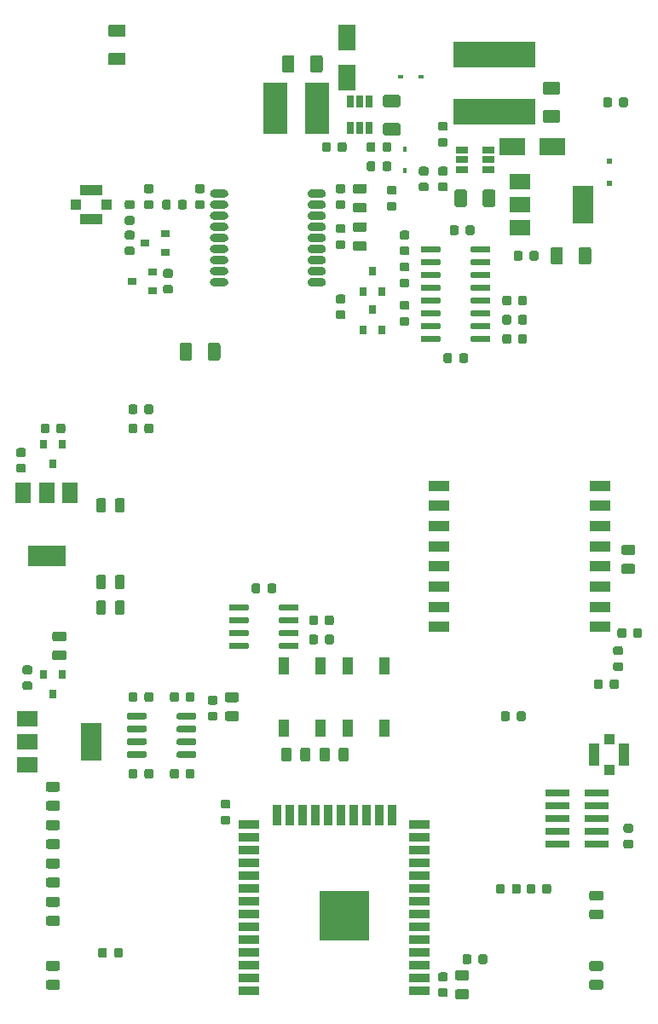
<source format=gbr>
G04 #@! TF.GenerationSoftware,KiCad,Pcbnew,(5.1.5)-3*
G04 #@! TF.CreationDate,2020-03-06T23:44:18+01:00*
G04 #@! TF.ProjectId,airMon,6169724d-6f6e-42e6-9b69-6361645f7063,0.3*
G04 #@! TF.SameCoordinates,Original*
G04 #@! TF.FileFunction,Paste,Top*
G04 #@! TF.FilePolarity,Positive*
%FSLAX46Y46*%
G04 Gerber Fmt 4.6, Leading zero omitted, Abs format (unit mm)*
G04 Created by KiCad (PCBNEW (5.1.5)-3) date 2020-03-06 23:44:18*
%MOMM*%
%LPD*%
G04 APERTURE LIST*
%ADD10C,0.100000*%
%ADD11R,1.050000X2.200000*%
%ADD12R,1.000000X1.000000*%
%ADD13R,8.200000X2.600000*%
%ADD14R,2.500000X1.800000*%
%ADD15R,0.450000X0.600000*%
%ADD16R,0.600000X0.450000*%
%ADD17R,1.800000X2.500000*%
%ADD18R,2.400000X0.740000*%
%ADD19R,2.200000X1.050000*%
%ADD20R,2.350000X5.100000*%
%ADD21R,0.900000X0.800000*%
%ADD22R,0.800000X0.900000*%
%ADD23R,2.000000X0.900000*%
%ADD24R,0.900000X2.000000*%
%ADD25R,5.000000X5.000000*%
%ADD26R,1.220000X0.650000*%
%ADD27R,0.650000X1.220000*%
%ADD28R,1.500000X2.000000*%
%ADD29R,3.800000X2.000000*%
%ADD30R,2.000000X1.500000*%
%ADD31R,2.000000X3.800000*%
%ADD32R,0.500000X0.500000*%
%ADD33R,1.100000X1.800000*%
%ADD34R,2.000000X1.000000*%
G04 APERTURE END LIST*
D10*
G36*
X39899504Y-53101204D02*
G01*
X39923773Y-53104804D01*
X39947571Y-53110765D01*
X39970671Y-53119030D01*
X39992849Y-53129520D01*
X40013893Y-53142133D01*
X40033598Y-53156747D01*
X40051777Y-53173223D01*
X40068253Y-53191402D01*
X40082867Y-53211107D01*
X40095480Y-53232151D01*
X40105970Y-53254329D01*
X40114235Y-53277429D01*
X40120196Y-53301227D01*
X40123796Y-53325496D01*
X40125000Y-53350000D01*
X40125000Y-54600000D01*
X40123796Y-54624504D01*
X40120196Y-54648773D01*
X40114235Y-54672571D01*
X40105970Y-54695671D01*
X40095480Y-54717849D01*
X40082867Y-54738893D01*
X40068253Y-54758598D01*
X40051777Y-54776777D01*
X40033598Y-54793253D01*
X40013893Y-54807867D01*
X39992849Y-54820480D01*
X39970671Y-54830970D01*
X39947571Y-54839235D01*
X39923773Y-54845196D01*
X39899504Y-54848796D01*
X39875000Y-54850000D01*
X39125000Y-54850000D01*
X39100496Y-54848796D01*
X39076227Y-54845196D01*
X39052429Y-54839235D01*
X39029329Y-54830970D01*
X39007151Y-54820480D01*
X38986107Y-54807867D01*
X38966402Y-54793253D01*
X38948223Y-54776777D01*
X38931747Y-54758598D01*
X38917133Y-54738893D01*
X38904520Y-54717849D01*
X38894030Y-54695671D01*
X38885765Y-54672571D01*
X38879804Y-54648773D01*
X38876204Y-54624504D01*
X38875000Y-54600000D01*
X38875000Y-53350000D01*
X38876204Y-53325496D01*
X38879804Y-53301227D01*
X38885765Y-53277429D01*
X38894030Y-53254329D01*
X38904520Y-53232151D01*
X38917133Y-53211107D01*
X38931747Y-53191402D01*
X38948223Y-53173223D01*
X38966402Y-53156747D01*
X38986107Y-53142133D01*
X39007151Y-53129520D01*
X39029329Y-53119030D01*
X39052429Y-53110765D01*
X39076227Y-53104804D01*
X39100496Y-53101204D01*
X39125000Y-53100000D01*
X39875000Y-53100000D01*
X39899504Y-53101204D01*
G37*
G36*
X37099504Y-53101204D02*
G01*
X37123773Y-53104804D01*
X37147571Y-53110765D01*
X37170671Y-53119030D01*
X37192849Y-53129520D01*
X37213893Y-53142133D01*
X37233598Y-53156747D01*
X37251777Y-53173223D01*
X37268253Y-53191402D01*
X37282867Y-53211107D01*
X37295480Y-53232151D01*
X37305970Y-53254329D01*
X37314235Y-53277429D01*
X37320196Y-53301227D01*
X37323796Y-53325496D01*
X37325000Y-53350000D01*
X37325000Y-54600000D01*
X37323796Y-54624504D01*
X37320196Y-54648773D01*
X37314235Y-54672571D01*
X37305970Y-54695671D01*
X37295480Y-54717849D01*
X37282867Y-54738893D01*
X37268253Y-54758598D01*
X37251777Y-54776777D01*
X37233598Y-54793253D01*
X37213893Y-54807867D01*
X37192849Y-54820480D01*
X37170671Y-54830970D01*
X37147571Y-54839235D01*
X37123773Y-54845196D01*
X37099504Y-54848796D01*
X37075000Y-54850000D01*
X36325000Y-54850000D01*
X36300496Y-54848796D01*
X36276227Y-54845196D01*
X36252429Y-54839235D01*
X36229329Y-54830970D01*
X36207151Y-54820480D01*
X36186107Y-54807867D01*
X36166402Y-54793253D01*
X36148223Y-54776777D01*
X36131747Y-54758598D01*
X36117133Y-54738893D01*
X36104520Y-54717849D01*
X36094030Y-54695671D01*
X36085765Y-54672571D01*
X36079804Y-54648773D01*
X36076204Y-54624504D01*
X36075000Y-54600000D01*
X36075000Y-53350000D01*
X36076204Y-53325496D01*
X36079804Y-53301227D01*
X36085765Y-53277429D01*
X36094030Y-53254329D01*
X36104520Y-53232151D01*
X36117133Y-53211107D01*
X36131747Y-53191402D01*
X36148223Y-53173223D01*
X36166402Y-53156747D01*
X36186107Y-53142133D01*
X36207151Y-53129520D01*
X36229329Y-53119030D01*
X36252429Y-53110765D01*
X36276227Y-53104804D01*
X36300496Y-53101204D01*
X36325000Y-53100000D01*
X37075000Y-53100000D01*
X37099504Y-53101204D01*
G37*
D11*
X80215000Y-93980000D03*
X77265000Y-93980000D03*
D12*
X78740000Y-95480000D03*
X78740000Y-92480000D03*
D13*
X67310000Y-30105000D03*
X67310000Y-24505000D03*
D10*
G36*
X66432691Y-113826053D02*
G01*
X66453926Y-113829203D01*
X66474750Y-113834419D01*
X66494962Y-113841651D01*
X66514368Y-113850830D01*
X66532781Y-113861866D01*
X66550024Y-113874654D01*
X66565930Y-113889070D01*
X66580346Y-113904976D01*
X66593134Y-113922219D01*
X66604170Y-113940632D01*
X66613349Y-113960038D01*
X66620581Y-113980250D01*
X66625797Y-114001074D01*
X66628947Y-114022309D01*
X66630000Y-114043750D01*
X66630000Y-114556250D01*
X66628947Y-114577691D01*
X66625797Y-114598926D01*
X66620581Y-114619750D01*
X66613349Y-114639962D01*
X66604170Y-114659368D01*
X66593134Y-114677781D01*
X66580346Y-114695024D01*
X66565930Y-114710930D01*
X66550024Y-114725346D01*
X66532781Y-114738134D01*
X66514368Y-114749170D01*
X66494962Y-114758349D01*
X66474750Y-114765581D01*
X66453926Y-114770797D01*
X66432691Y-114773947D01*
X66411250Y-114775000D01*
X65973750Y-114775000D01*
X65952309Y-114773947D01*
X65931074Y-114770797D01*
X65910250Y-114765581D01*
X65890038Y-114758349D01*
X65870632Y-114749170D01*
X65852219Y-114738134D01*
X65834976Y-114725346D01*
X65819070Y-114710930D01*
X65804654Y-114695024D01*
X65791866Y-114677781D01*
X65780830Y-114659368D01*
X65771651Y-114639962D01*
X65764419Y-114619750D01*
X65759203Y-114598926D01*
X65756053Y-114577691D01*
X65755000Y-114556250D01*
X65755000Y-114043750D01*
X65756053Y-114022309D01*
X65759203Y-114001074D01*
X65764419Y-113980250D01*
X65771651Y-113960038D01*
X65780830Y-113940632D01*
X65791866Y-113922219D01*
X65804654Y-113904976D01*
X65819070Y-113889070D01*
X65834976Y-113874654D01*
X65852219Y-113861866D01*
X65870632Y-113850830D01*
X65890038Y-113841651D01*
X65910250Y-113834419D01*
X65931074Y-113829203D01*
X65952309Y-113826053D01*
X65973750Y-113825000D01*
X66411250Y-113825000D01*
X66432691Y-113826053D01*
G37*
G36*
X64857691Y-113826053D02*
G01*
X64878926Y-113829203D01*
X64899750Y-113834419D01*
X64919962Y-113841651D01*
X64939368Y-113850830D01*
X64957781Y-113861866D01*
X64975024Y-113874654D01*
X64990930Y-113889070D01*
X65005346Y-113904976D01*
X65018134Y-113922219D01*
X65029170Y-113940632D01*
X65038349Y-113960038D01*
X65045581Y-113980250D01*
X65050797Y-114001074D01*
X65053947Y-114022309D01*
X65055000Y-114043750D01*
X65055000Y-114556250D01*
X65053947Y-114577691D01*
X65050797Y-114598926D01*
X65045581Y-114619750D01*
X65038349Y-114639962D01*
X65029170Y-114659368D01*
X65018134Y-114677781D01*
X65005346Y-114695024D01*
X64990930Y-114710930D01*
X64975024Y-114725346D01*
X64957781Y-114738134D01*
X64939368Y-114749170D01*
X64919962Y-114758349D01*
X64899750Y-114765581D01*
X64878926Y-114770797D01*
X64857691Y-114773947D01*
X64836250Y-114775000D01*
X64398750Y-114775000D01*
X64377309Y-114773947D01*
X64356074Y-114770797D01*
X64335250Y-114765581D01*
X64315038Y-114758349D01*
X64295632Y-114749170D01*
X64277219Y-114738134D01*
X64259976Y-114725346D01*
X64244070Y-114710930D01*
X64229654Y-114695024D01*
X64216866Y-114677781D01*
X64205830Y-114659368D01*
X64196651Y-114639962D01*
X64189419Y-114619750D01*
X64184203Y-114598926D01*
X64181053Y-114577691D01*
X64180000Y-114556250D01*
X64180000Y-114043750D01*
X64181053Y-114022309D01*
X64184203Y-114001074D01*
X64189419Y-113980250D01*
X64196651Y-113960038D01*
X64205830Y-113940632D01*
X64216866Y-113922219D01*
X64229654Y-113904976D01*
X64244070Y-113889070D01*
X64259976Y-113874654D01*
X64277219Y-113861866D01*
X64295632Y-113850830D01*
X64315038Y-113841651D01*
X64335250Y-113834419D01*
X64356074Y-113829203D01*
X64377309Y-113826053D01*
X64398750Y-113825000D01*
X64836250Y-113825000D01*
X64857691Y-113826053D01*
G37*
G36*
X62507691Y-117191053D02*
G01*
X62528926Y-117194203D01*
X62549750Y-117199419D01*
X62569962Y-117206651D01*
X62589368Y-117215830D01*
X62607781Y-117226866D01*
X62625024Y-117239654D01*
X62640930Y-117254070D01*
X62655346Y-117269976D01*
X62668134Y-117287219D01*
X62679170Y-117305632D01*
X62688349Y-117325038D01*
X62695581Y-117345250D01*
X62700797Y-117366074D01*
X62703947Y-117387309D01*
X62705000Y-117408750D01*
X62705000Y-117846250D01*
X62703947Y-117867691D01*
X62700797Y-117888926D01*
X62695581Y-117909750D01*
X62688349Y-117929962D01*
X62679170Y-117949368D01*
X62668134Y-117967781D01*
X62655346Y-117985024D01*
X62640930Y-118000930D01*
X62625024Y-118015346D01*
X62607781Y-118028134D01*
X62589368Y-118039170D01*
X62569962Y-118048349D01*
X62549750Y-118055581D01*
X62528926Y-118060797D01*
X62507691Y-118063947D01*
X62486250Y-118065000D01*
X61973750Y-118065000D01*
X61952309Y-118063947D01*
X61931074Y-118060797D01*
X61910250Y-118055581D01*
X61890038Y-118048349D01*
X61870632Y-118039170D01*
X61852219Y-118028134D01*
X61834976Y-118015346D01*
X61819070Y-118000930D01*
X61804654Y-117985024D01*
X61791866Y-117967781D01*
X61780830Y-117949368D01*
X61771651Y-117929962D01*
X61764419Y-117909750D01*
X61759203Y-117888926D01*
X61756053Y-117867691D01*
X61755000Y-117846250D01*
X61755000Y-117408750D01*
X61756053Y-117387309D01*
X61759203Y-117366074D01*
X61764419Y-117345250D01*
X61771651Y-117325038D01*
X61780830Y-117305632D01*
X61791866Y-117287219D01*
X61804654Y-117269976D01*
X61819070Y-117254070D01*
X61834976Y-117239654D01*
X61852219Y-117226866D01*
X61870632Y-117215830D01*
X61890038Y-117206651D01*
X61910250Y-117199419D01*
X61931074Y-117194203D01*
X61952309Y-117191053D01*
X61973750Y-117190000D01*
X62486250Y-117190000D01*
X62507691Y-117191053D01*
G37*
G36*
X62507691Y-115616053D02*
G01*
X62528926Y-115619203D01*
X62549750Y-115624419D01*
X62569962Y-115631651D01*
X62589368Y-115640830D01*
X62607781Y-115651866D01*
X62625024Y-115664654D01*
X62640930Y-115679070D01*
X62655346Y-115694976D01*
X62668134Y-115712219D01*
X62679170Y-115730632D01*
X62688349Y-115750038D01*
X62695581Y-115770250D01*
X62700797Y-115791074D01*
X62703947Y-115812309D01*
X62705000Y-115833750D01*
X62705000Y-116271250D01*
X62703947Y-116292691D01*
X62700797Y-116313926D01*
X62695581Y-116334750D01*
X62688349Y-116354962D01*
X62679170Y-116374368D01*
X62668134Y-116392781D01*
X62655346Y-116410024D01*
X62640930Y-116425930D01*
X62625024Y-116440346D01*
X62607781Y-116453134D01*
X62589368Y-116464170D01*
X62569962Y-116473349D01*
X62549750Y-116480581D01*
X62528926Y-116485797D01*
X62507691Y-116488947D01*
X62486250Y-116490000D01*
X61973750Y-116490000D01*
X61952309Y-116488947D01*
X61931074Y-116485797D01*
X61910250Y-116480581D01*
X61890038Y-116473349D01*
X61870632Y-116464170D01*
X61852219Y-116453134D01*
X61834976Y-116440346D01*
X61819070Y-116425930D01*
X61804654Y-116410024D01*
X61791866Y-116392781D01*
X61780830Y-116374368D01*
X61771651Y-116354962D01*
X61764419Y-116334750D01*
X61759203Y-116313926D01*
X61756053Y-116292691D01*
X61755000Y-116271250D01*
X61755000Y-115833750D01*
X61756053Y-115812309D01*
X61759203Y-115791074D01*
X61764419Y-115770250D01*
X61771651Y-115750038D01*
X61780830Y-115730632D01*
X61791866Y-115712219D01*
X61804654Y-115694976D01*
X61819070Y-115679070D01*
X61834976Y-115664654D01*
X61852219Y-115651866D01*
X61870632Y-115640830D01*
X61890038Y-115631651D01*
X61910250Y-115624419D01*
X61931074Y-115619203D01*
X61952309Y-115616053D01*
X61973750Y-115615000D01*
X62486250Y-115615000D01*
X62507691Y-115616053D01*
G37*
G36*
X64615142Y-117291174D02*
G01*
X64638803Y-117294684D01*
X64662007Y-117300496D01*
X64684529Y-117308554D01*
X64706153Y-117318782D01*
X64726670Y-117331079D01*
X64745883Y-117345329D01*
X64763607Y-117361393D01*
X64779671Y-117379117D01*
X64793921Y-117398330D01*
X64806218Y-117418847D01*
X64816446Y-117440471D01*
X64824504Y-117462993D01*
X64830316Y-117486197D01*
X64833826Y-117509858D01*
X64835000Y-117533750D01*
X64835000Y-118021250D01*
X64833826Y-118045142D01*
X64830316Y-118068803D01*
X64824504Y-118092007D01*
X64816446Y-118114529D01*
X64806218Y-118136153D01*
X64793921Y-118156670D01*
X64779671Y-118175883D01*
X64763607Y-118193607D01*
X64745883Y-118209671D01*
X64726670Y-118223921D01*
X64706153Y-118236218D01*
X64684529Y-118246446D01*
X64662007Y-118254504D01*
X64638803Y-118260316D01*
X64615142Y-118263826D01*
X64591250Y-118265000D01*
X63678750Y-118265000D01*
X63654858Y-118263826D01*
X63631197Y-118260316D01*
X63607993Y-118254504D01*
X63585471Y-118246446D01*
X63563847Y-118236218D01*
X63543330Y-118223921D01*
X63524117Y-118209671D01*
X63506393Y-118193607D01*
X63490329Y-118175883D01*
X63476079Y-118156670D01*
X63463782Y-118136153D01*
X63453554Y-118114529D01*
X63445496Y-118092007D01*
X63439684Y-118068803D01*
X63436174Y-118045142D01*
X63435000Y-118021250D01*
X63435000Y-117533750D01*
X63436174Y-117509858D01*
X63439684Y-117486197D01*
X63445496Y-117462993D01*
X63453554Y-117440471D01*
X63463782Y-117418847D01*
X63476079Y-117398330D01*
X63490329Y-117379117D01*
X63506393Y-117361393D01*
X63524117Y-117345329D01*
X63543330Y-117331079D01*
X63563847Y-117318782D01*
X63585471Y-117308554D01*
X63607993Y-117300496D01*
X63631197Y-117294684D01*
X63654858Y-117291174D01*
X63678750Y-117290000D01*
X64591250Y-117290000D01*
X64615142Y-117291174D01*
G37*
G36*
X64615142Y-115416174D02*
G01*
X64638803Y-115419684D01*
X64662007Y-115425496D01*
X64684529Y-115433554D01*
X64706153Y-115443782D01*
X64726670Y-115456079D01*
X64745883Y-115470329D01*
X64763607Y-115486393D01*
X64779671Y-115504117D01*
X64793921Y-115523330D01*
X64806218Y-115543847D01*
X64816446Y-115565471D01*
X64824504Y-115587993D01*
X64830316Y-115611197D01*
X64833826Y-115634858D01*
X64835000Y-115658750D01*
X64835000Y-116146250D01*
X64833826Y-116170142D01*
X64830316Y-116193803D01*
X64824504Y-116217007D01*
X64816446Y-116239529D01*
X64806218Y-116261153D01*
X64793921Y-116281670D01*
X64779671Y-116300883D01*
X64763607Y-116318607D01*
X64745883Y-116334671D01*
X64726670Y-116348921D01*
X64706153Y-116361218D01*
X64684529Y-116371446D01*
X64662007Y-116379504D01*
X64638803Y-116385316D01*
X64615142Y-116388826D01*
X64591250Y-116390000D01*
X63678750Y-116390000D01*
X63654858Y-116388826D01*
X63631197Y-116385316D01*
X63607993Y-116379504D01*
X63585471Y-116371446D01*
X63563847Y-116361218D01*
X63543330Y-116348921D01*
X63524117Y-116334671D01*
X63506393Y-116318607D01*
X63490329Y-116300883D01*
X63476079Y-116281670D01*
X63463782Y-116261153D01*
X63453554Y-116239529D01*
X63445496Y-116217007D01*
X63439684Y-116193803D01*
X63436174Y-116170142D01*
X63435000Y-116146250D01*
X63435000Y-115658750D01*
X63436174Y-115634858D01*
X63439684Y-115611197D01*
X63445496Y-115587993D01*
X63453554Y-115565471D01*
X63463782Y-115543847D01*
X63476079Y-115523330D01*
X63490329Y-115504117D01*
X63506393Y-115486393D01*
X63524117Y-115470329D01*
X63543330Y-115456079D01*
X63563847Y-115443782D01*
X63585471Y-115433554D01*
X63607993Y-115425496D01*
X63631197Y-115419684D01*
X63654858Y-115416174D01*
X63678750Y-115415000D01*
X64591250Y-115415000D01*
X64615142Y-115416174D01*
G37*
G36*
X80922691Y-100858553D02*
G01*
X80943926Y-100861703D01*
X80964750Y-100866919D01*
X80984962Y-100874151D01*
X81004368Y-100883330D01*
X81022781Y-100894366D01*
X81040024Y-100907154D01*
X81055930Y-100921570D01*
X81070346Y-100937476D01*
X81083134Y-100954719D01*
X81094170Y-100973132D01*
X81103349Y-100992538D01*
X81110581Y-101012750D01*
X81115797Y-101033574D01*
X81118947Y-101054809D01*
X81120000Y-101076250D01*
X81120000Y-101513750D01*
X81118947Y-101535191D01*
X81115797Y-101556426D01*
X81110581Y-101577250D01*
X81103349Y-101597462D01*
X81094170Y-101616868D01*
X81083134Y-101635281D01*
X81070346Y-101652524D01*
X81055930Y-101668430D01*
X81040024Y-101682846D01*
X81022781Y-101695634D01*
X81004368Y-101706670D01*
X80984962Y-101715849D01*
X80964750Y-101723081D01*
X80943926Y-101728297D01*
X80922691Y-101731447D01*
X80901250Y-101732500D01*
X80388750Y-101732500D01*
X80367309Y-101731447D01*
X80346074Y-101728297D01*
X80325250Y-101723081D01*
X80305038Y-101715849D01*
X80285632Y-101706670D01*
X80267219Y-101695634D01*
X80249976Y-101682846D01*
X80234070Y-101668430D01*
X80219654Y-101652524D01*
X80206866Y-101635281D01*
X80195830Y-101616868D01*
X80186651Y-101597462D01*
X80179419Y-101577250D01*
X80174203Y-101556426D01*
X80171053Y-101535191D01*
X80170000Y-101513750D01*
X80170000Y-101076250D01*
X80171053Y-101054809D01*
X80174203Y-101033574D01*
X80179419Y-101012750D01*
X80186651Y-100992538D01*
X80195830Y-100973132D01*
X80206866Y-100954719D01*
X80219654Y-100937476D01*
X80234070Y-100921570D01*
X80249976Y-100907154D01*
X80267219Y-100894366D01*
X80285632Y-100883330D01*
X80305038Y-100874151D01*
X80325250Y-100866919D01*
X80346074Y-100861703D01*
X80367309Y-100858553D01*
X80388750Y-100857500D01*
X80901250Y-100857500D01*
X80922691Y-100858553D01*
G37*
G36*
X80922691Y-102433553D02*
G01*
X80943926Y-102436703D01*
X80964750Y-102441919D01*
X80984962Y-102449151D01*
X81004368Y-102458330D01*
X81022781Y-102469366D01*
X81040024Y-102482154D01*
X81055930Y-102496570D01*
X81070346Y-102512476D01*
X81083134Y-102529719D01*
X81094170Y-102548132D01*
X81103349Y-102567538D01*
X81110581Y-102587750D01*
X81115797Y-102608574D01*
X81118947Y-102629809D01*
X81120000Y-102651250D01*
X81120000Y-103088750D01*
X81118947Y-103110191D01*
X81115797Y-103131426D01*
X81110581Y-103152250D01*
X81103349Y-103172462D01*
X81094170Y-103191868D01*
X81083134Y-103210281D01*
X81070346Y-103227524D01*
X81055930Y-103243430D01*
X81040024Y-103257846D01*
X81022781Y-103270634D01*
X81004368Y-103281670D01*
X80984962Y-103290849D01*
X80964750Y-103298081D01*
X80943926Y-103303297D01*
X80922691Y-103306447D01*
X80901250Y-103307500D01*
X80388750Y-103307500D01*
X80367309Y-103306447D01*
X80346074Y-103303297D01*
X80325250Y-103298081D01*
X80305038Y-103290849D01*
X80285632Y-103281670D01*
X80267219Y-103270634D01*
X80249976Y-103257846D01*
X80234070Y-103243430D01*
X80219654Y-103227524D01*
X80206866Y-103210281D01*
X80195830Y-103191868D01*
X80186651Y-103172462D01*
X80179419Y-103152250D01*
X80174203Y-103131426D01*
X80171053Y-103110191D01*
X80170000Y-103088750D01*
X80170000Y-102651250D01*
X80171053Y-102629809D01*
X80174203Y-102608574D01*
X80179419Y-102587750D01*
X80186651Y-102567538D01*
X80195830Y-102548132D01*
X80206866Y-102529719D01*
X80219654Y-102512476D01*
X80234070Y-102496570D01*
X80249976Y-102482154D01*
X80267219Y-102469366D01*
X80285632Y-102458330D01*
X80305038Y-102449151D01*
X80325250Y-102441919D01*
X80346074Y-102436703D01*
X80367309Y-102433553D01*
X80388750Y-102432500D01*
X80901250Y-102432500D01*
X80922691Y-102433553D01*
G37*
G36*
X40917691Y-98471053D02*
G01*
X40938926Y-98474203D01*
X40959750Y-98479419D01*
X40979962Y-98486651D01*
X40999368Y-98495830D01*
X41017781Y-98506866D01*
X41035024Y-98519654D01*
X41050930Y-98534070D01*
X41065346Y-98549976D01*
X41078134Y-98567219D01*
X41089170Y-98585632D01*
X41098349Y-98605038D01*
X41105581Y-98625250D01*
X41110797Y-98646074D01*
X41113947Y-98667309D01*
X41115000Y-98688750D01*
X41115000Y-99126250D01*
X41113947Y-99147691D01*
X41110797Y-99168926D01*
X41105581Y-99189750D01*
X41098349Y-99209962D01*
X41089170Y-99229368D01*
X41078134Y-99247781D01*
X41065346Y-99265024D01*
X41050930Y-99280930D01*
X41035024Y-99295346D01*
X41017781Y-99308134D01*
X40999368Y-99319170D01*
X40979962Y-99328349D01*
X40959750Y-99335581D01*
X40938926Y-99340797D01*
X40917691Y-99343947D01*
X40896250Y-99345000D01*
X40383750Y-99345000D01*
X40362309Y-99343947D01*
X40341074Y-99340797D01*
X40320250Y-99335581D01*
X40300038Y-99328349D01*
X40280632Y-99319170D01*
X40262219Y-99308134D01*
X40244976Y-99295346D01*
X40229070Y-99280930D01*
X40214654Y-99265024D01*
X40201866Y-99247781D01*
X40190830Y-99229368D01*
X40181651Y-99209962D01*
X40174419Y-99189750D01*
X40169203Y-99168926D01*
X40166053Y-99147691D01*
X40165000Y-99126250D01*
X40165000Y-98688750D01*
X40166053Y-98667309D01*
X40169203Y-98646074D01*
X40174419Y-98625250D01*
X40181651Y-98605038D01*
X40190830Y-98585632D01*
X40201866Y-98567219D01*
X40214654Y-98549976D01*
X40229070Y-98534070D01*
X40244976Y-98519654D01*
X40262219Y-98506866D01*
X40280632Y-98495830D01*
X40300038Y-98486651D01*
X40320250Y-98479419D01*
X40341074Y-98474203D01*
X40362309Y-98471053D01*
X40383750Y-98470000D01*
X40896250Y-98470000D01*
X40917691Y-98471053D01*
G37*
G36*
X40917691Y-100046053D02*
G01*
X40938926Y-100049203D01*
X40959750Y-100054419D01*
X40979962Y-100061651D01*
X40999368Y-100070830D01*
X41017781Y-100081866D01*
X41035024Y-100094654D01*
X41050930Y-100109070D01*
X41065346Y-100124976D01*
X41078134Y-100142219D01*
X41089170Y-100160632D01*
X41098349Y-100180038D01*
X41105581Y-100200250D01*
X41110797Y-100221074D01*
X41113947Y-100242309D01*
X41115000Y-100263750D01*
X41115000Y-100701250D01*
X41113947Y-100722691D01*
X41110797Y-100743926D01*
X41105581Y-100764750D01*
X41098349Y-100784962D01*
X41089170Y-100804368D01*
X41078134Y-100822781D01*
X41065346Y-100840024D01*
X41050930Y-100855930D01*
X41035024Y-100870346D01*
X41017781Y-100883134D01*
X40999368Y-100894170D01*
X40979962Y-100903349D01*
X40959750Y-100910581D01*
X40938926Y-100915797D01*
X40917691Y-100918947D01*
X40896250Y-100920000D01*
X40383750Y-100920000D01*
X40362309Y-100918947D01*
X40341074Y-100915797D01*
X40320250Y-100910581D01*
X40300038Y-100903349D01*
X40280632Y-100894170D01*
X40262219Y-100883134D01*
X40244976Y-100870346D01*
X40229070Y-100855930D01*
X40214654Y-100840024D01*
X40201866Y-100822781D01*
X40190830Y-100804368D01*
X40181651Y-100784962D01*
X40174419Y-100764750D01*
X40169203Y-100743926D01*
X40166053Y-100722691D01*
X40165000Y-100701250D01*
X40165000Y-100263750D01*
X40166053Y-100242309D01*
X40169203Y-100221074D01*
X40174419Y-100200250D01*
X40181651Y-100180038D01*
X40190830Y-100160632D01*
X40201866Y-100142219D01*
X40214654Y-100124976D01*
X40229070Y-100109070D01*
X40244976Y-100094654D01*
X40262219Y-100081866D01*
X40280632Y-100070830D01*
X40300038Y-100061651D01*
X40320250Y-100054419D01*
X40341074Y-100049203D01*
X40362309Y-100046053D01*
X40383750Y-100045000D01*
X40896250Y-100045000D01*
X40917691Y-100046053D01*
G37*
G36*
X30494504Y-24271204D02*
G01*
X30518773Y-24274804D01*
X30542571Y-24280765D01*
X30565671Y-24289030D01*
X30587849Y-24299520D01*
X30608893Y-24312133D01*
X30628598Y-24326747D01*
X30646777Y-24343223D01*
X30663253Y-24361402D01*
X30677867Y-24381107D01*
X30690480Y-24402151D01*
X30700970Y-24424329D01*
X30709235Y-24447429D01*
X30715196Y-24471227D01*
X30718796Y-24495496D01*
X30720000Y-24520000D01*
X30720000Y-25270000D01*
X30718796Y-25294504D01*
X30715196Y-25318773D01*
X30709235Y-25342571D01*
X30700970Y-25365671D01*
X30690480Y-25387849D01*
X30677867Y-25408893D01*
X30663253Y-25428598D01*
X30646777Y-25446777D01*
X30628598Y-25463253D01*
X30608893Y-25477867D01*
X30587849Y-25490480D01*
X30565671Y-25500970D01*
X30542571Y-25509235D01*
X30518773Y-25515196D01*
X30494504Y-25518796D01*
X30470000Y-25520000D01*
X29220000Y-25520000D01*
X29195496Y-25518796D01*
X29171227Y-25515196D01*
X29147429Y-25509235D01*
X29124329Y-25500970D01*
X29102151Y-25490480D01*
X29081107Y-25477867D01*
X29061402Y-25463253D01*
X29043223Y-25446777D01*
X29026747Y-25428598D01*
X29012133Y-25408893D01*
X28999520Y-25387849D01*
X28989030Y-25365671D01*
X28980765Y-25342571D01*
X28974804Y-25318773D01*
X28971204Y-25294504D01*
X28970000Y-25270000D01*
X28970000Y-24520000D01*
X28971204Y-24495496D01*
X28974804Y-24471227D01*
X28980765Y-24447429D01*
X28989030Y-24424329D01*
X28999520Y-24402151D01*
X29012133Y-24381107D01*
X29026747Y-24361402D01*
X29043223Y-24343223D01*
X29061402Y-24326747D01*
X29081107Y-24312133D01*
X29102151Y-24299520D01*
X29124329Y-24289030D01*
X29147429Y-24280765D01*
X29171227Y-24274804D01*
X29195496Y-24271204D01*
X29220000Y-24270000D01*
X30470000Y-24270000D01*
X30494504Y-24271204D01*
G37*
G36*
X30494504Y-21471204D02*
G01*
X30518773Y-21474804D01*
X30542571Y-21480765D01*
X30565671Y-21489030D01*
X30587849Y-21499520D01*
X30608893Y-21512133D01*
X30628598Y-21526747D01*
X30646777Y-21543223D01*
X30663253Y-21561402D01*
X30677867Y-21581107D01*
X30690480Y-21602151D01*
X30700970Y-21624329D01*
X30709235Y-21647429D01*
X30715196Y-21671227D01*
X30718796Y-21695496D01*
X30720000Y-21720000D01*
X30720000Y-22470000D01*
X30718796Y-22494504D01*
X30715196Y-22518773D01*
X30709235Y-22542571D01*
X30700970Y-22565671D01*
X30690480Y-22587849D01*
X30677867Y-22608893D01*
X30663253Y-22628598D01*
X30646777Y-22646777D01*
X30628598Y-22663253D01*
X30608893Y-22677867D01*
X30587849Y-22690480D01*
X30565671Y-22700970D01*
X30542571Y-22709235D01*
X30518773Y-22715196D01*
X30494504Y-22718796D01*
X30470000Y-22720000D01*
X29220000Y-22720000D01*
X29195496Y-22718796D01*
X29171227Y-22715196D01*
X29147429Y-22709235D01*
X29124329Y-22700970D01*
X29102151Y-22690480D01*
X29081107Y-22677867D01*
X29061402Y-22663253D01*
X29043223Y-22646777D01*
X29026747Y-22628598D01*
X29012133Y-22608893D01*
X28999520Y-22587849D01*
X28989030Y-22565671D01*
X28980765Y-22542571D01*
X28974804Y-22518773D01*
X28971204Y-22494504D01*
X28970000Y-22470000D01*
X28970000Y-21720000D01*
X28971204Y-21695496D01*
X28974804Y-21671227D01*
X28980765Y-21647429D01*
X28989030Y-21624329D01*
X28999520Y-21602151D01*
X29012133Y-21581107D01*
X29026747Y-21561402D01*
X29043223Y-21543223D01*
X29061402Y-21526747D01*
X29081107Y-21512133D01*
X29102151Y-21499520D01*
X29124329Y-21489030D01*
X29147429Y-21480765D01*
X29171227Y-21474804D01*
X29195496Y-21471204D01*
X29220000Y-21470000D01*
X30470000Y-21470000D01*
X30494504Y-21471204D01*
G37*
G36*
X23975142Y-114478674D02*
G01*
X23998803Y-114482184D01*
X24022007Y-114487996D01*
X24044529Y-114496054D01*
X24066153Y-114506282D01*
X24086670Y-114518579D01*
X24105883Y-114532829D01*
X24123607Y-114548893D01*
X24139671Y-114566617D01*
X24153921Y-114585830D01*
X24166218Y-114606347D01*
X24176446Y-114627971D01*
X24184504Y-114650493D01*
X24190316Y-114673697D01*
X24193826Y-114697358D01*
X24195000Y-114721250D01*
X24195000Y-115208750D01*
X24193826Y-115232642D01*
X24190316Y-115256303D01*
X24184504Y-115279507D01*
X24176446Y-115302029D01*
X24166218Y-115323653D01*
X24153921Y-115344170D01*
X24139671Y-115363383D01*
X24123607Y-115381107D01*
X24105883Y-115397171D01*
X24086670Y-115411421D01*
X24066153Y-115423718D01*
X24044529Y-115433946D01*
X24022007Y-115442004D01*
X23998803Y-115447816D01*
X23975142Y-115451326D01*
X23951250Y-115452500D01*
X23038750Y-115452500D01*
X23014858Y-115451326D01*
X22991197Y-115447816D01*
X22967993Y-115442004D01*
X22945471Y-115433946D01*
X22923847Y-115423718D01*
X22903330Y-115411421D01*
X22884117Y-115397171D01*
X22866393Y-115381107D01*
X22850329Y-115363383D01*
X22836079Y-115344170D01*
X22823782Y-115323653D01*
X22813554Y-115302029D01*
X22805496Y-115279507D01*
X22799684Y-115256303D01*
X22796174Y-115232642D01*
X22795000Y-115208750D01*
X22795000Y-114721250D01*
X22796174Y-114697358D01*
X22799684Y-114673697D01*
X22805496Y-114650493D01*
X22813554Y-114627971D01*
X22823782Y-114606347D01*
X22836079Y-114585830D01*
X22850329Y-114566617D01*
X22866393Y-114548893D01*
X22884117Y-114532829D01*
X22903330Y-114518579D01*
X22923847Y-114506282D01*
X22945471Y-114496054D01*
X22967993Y-114487996D01*
X22991197Y-114482184D01*
X23014858Y-114478674D01*
X23038750Y-114477500D01*
X23951250Y-114477500D01*
X23975142Y-114478674D01*
G37*
G36*
X23975142Y-116353674D02*
G01*
X23998803Y-116357184D01*
X24022007Y-116362996D01*
X24044529Y-116371054D01*
X24066153Y-116381282D01*
X24086670Y-116393579D01*
X24105883Y-116407829D01*
X24123607Y-116423893D01*
X24139671Y-116441617D01*
X24153921Y-116460830D01*
X24166218Y-116481347D01*
X24176446Y-116502971D01*
X24184504Y-116525493D01*
X24190316Y-116548697D01*
X24193826Y-116572358D01*
X24195000Y-116596250D01*
X24195000Y-117083750D01*
X24193826Y-117107642D01*
X24190316Y-117131303D01*
X24184504Y-117154507D01*
X24176446Y-117177029D01*
X24166218Y-117198653D01*
X24153921Y-117219170D01*
X24139671Y-117238383D01*
X24123607Y-117256107D01*
X24105883Y-117272171D01*
X24086670Y-117286421D01*
X24066153Y-117298718D01*
X24044529Y-117308946D01*
X24022007Y-117317004D01*
X23998803Y-117322816D01*
X23975142Y-117326326D01*
X23951250Y-117327500D01*
X23038750Y-117327500D01*
X23014858Y-117326326D01*
X22991197Y-117322816D01*
X22967993Y-117317004D01*
X22945471Y-117308946D01*
X22923847Y-117298718D01*
X22903330Y-117286421D01*
X22884117Y-117272171D01*
X22866393Y-117256107D01*
X22850329Y-117238383D01*
X22836079Y-117219170D01*
X22823782Y-117198653D01*
X22813554Y-117177029D01*
X22805496Y-117154507D01*
X22799684Y-117131303D01*
X22796174Y-117107642D01*
X22795000Y-117083750D01*
X22795000Y-116596250D01*
X22796174Y-116572358D01*
X22799684Y-116548697D01*
X22805496Y-116525493D01*
X22813554Y-116502971D01*
X22823782Y-116481347D01*
X22836079Y-116460830D01*
X22850329Y-116441617D01*
X22866393Y-116423893D01*
X22884117Y-116407829D01*
X22903330Y-116393579D01*
X22923847Y-116381282D01*
X22945471Y-116371054D01*
X22967993Y-116362996D01*
X22991197Y-116357184D01*
X23014858Y-116353674D01*
X23038750Y-116352500D01*
X23951250Y-116352500D01*
X23975142Y-116353674D01*
G37*
G36*
X23975142Y-104318674D02*
G01*
X23998803Y-104322184D01*
X24022007Y-104327996D01*
X24044529Y-104336054D01*
X24066153Y-104346282D01*
X24086670Y-104358579D01*
X24105883Y-104372829D01*
X24123607Y-104388893D01*
X24139671Y-104406617D01*
X24153921Y-104425830D01*
X24166218Y-104446347D01*
X24176446Y-104467971D01*
X24184504Y-104490493D01*
X24190316Y-104513697D01*
X24193826Y-104537358D01*
X24195000Y-104561250D01*
X24195000Y-105048750D01*
X24193826Y-105072642D01*
X24190316Y-105096303D01*
X24184504Y-105119507D01*
X24176446Y-105142029D01*
X24166218Y-105163653D01*
X24153921Y-105184170D01*
X24139671Y-105203383D01*
X24123607Y-105221107D01*
X24105883Y-105237171D01*
X24086670Y-105251421D01*
X24066153Y-105263718D01*
X24044529Y-105273946D01*
X24022007Y-105282004D01*
X23998803Y-105287816D01*
X23975142Y-105291326D01*
X23951250Y-105292500D01*
X23038750Y-105292500D01*
X23014858Y-105291326D01*
X22991197Y-105287816D01*
X22967993Y-105282004D01*
X22945471Y-105273946D01*
X22923847Y-105263718D01*
X22903330Y-105251421D01*
X22884117Y-105237171D01*
X22866393Y-105221107D01*
X22850329Y-105203383D01*
X22836079Y-105184170D01*
X22823782Y-105163653D01*
X22813554Y-105142029D01*
X22805496Y-105119507D01*
X22799684Y-105096303D01*
X22796174Y-105072642D01*
X22795000Y-105048750D01*
X22795000Y-104561250D01*
X22796174Y-104537358D01*
X22799684Y-104513697D01*
X22805496Y-104490493D01*
X22813554Y-104467971D01*
X22823782Y-104446347D01*
X22836079Y-104425830D01*
X22850329Y-104406617D01*
X22866393Y-104388893D01*
X22884117Y-104372829D01*
X22903330Y-104358579D01*
X22923847Y-104346282D01*
X22945471Y-104336054D01*
X22967993Y-104327996D01*
X22991197Y-104322184D01*
X23014858Y-104318674D01*
X23038750Y-104317500D01*
X23951250Y-104317500D01*
X23975142Y-104318674D01*
G37*
G36*
X23975142Y-106193674D02*
G01*
X23998803Y-106197184D01*
X24022007Y-106202996D01*
X24044529Y-106211054D01*
X24066153Y-106221282D01*
X24086670Y-106233579D01*
X24105883Y-106247829D01*
X24123607Y-106263893D01*
X24139671Y-106281617D01*
X24153921Y-106300830D01*
X24166218Y-106321347D01*
X24176446Y-106342971D01*
X24184504Y-106365493D01*
X24190316Y-106388697D01*
X24193826Y-106412358D01*
X24195000Y-106436250D01*
X24195000Y-106923750D01*
X24193826Y-106947642D01*
X24190316Y-106971303D01*
X24184504Y-106994507D01*
X24176446Y-107017029D01*
X24166218Y-107038653D01*
X24153921Y-107059170D01*
X24139671Y-107078383D01*
X24123607Y-107096107D01*
X24105883Y-107112171D01*
X24086670Y-107126421D01*
X24066153Y-107138718D01*
X24044529Y-107148946D01*
X24022007Y-107157004D01*
X23998803Y-107162816D01*
X23975142Y-107166326D01*
X23951250Y-107167500D01*
X23038750Y-107167500D01*
X23014858Y-107166326D01*
X22991197Y-107162816D01*
X22967993Y-107157004D01*
X22945471Y-107148946D01*
X22923847Y-107138718D01*
X22903330Y-107126421D01*
X22884117Y-107112171D01*
X22866393Y-107096107D01*
X22850329Y-107078383D01*
X22836079Y-107059170D01*
X22823782Y-107038653D01*
X22813554Y-107017029D01*
X22805496Y-106994507D01*
X22799684Y-106971303D01*
X22796174Y-106947642D01*
X22795000Y-106923750D01*
X22795000Y-106436250D01*
X22796174Y-106412358D01*
X22799684Y-106388697D01*
X22805496Y-106365493D01*
X22813554Y-106342971D01*
X22823782Y-106321347D01*
X22836079Y-106300830D01*
X22850329Y-106281617D01*
X22866393Y-106263893D01*
X22884117Y-106247829D01*
X22903330Y-106233579D01*
X22923847Y-106221282D01*
X22945471Y-106211054D01*
X22967993Y-106202996D01*
X22991197Y-106197184D01*
X23014858Y-106193674D01*
X23038750Y-106192500D01*
X23951250Y-106192500D01*
X23975142Y-106193674D01*
G37*
G36*
X23975142Y-108128674D02*
G01*
X23998803Y-108132184D01*
X24022007Y-108137996D01*
X24044529Y-108146054D01*
X24066153Y-108156282D01*
X24086670Y-108168579D01*
X24105883Y-108182829D01*
X24123607Y-108198893D01*
X24139671Y-108216617D01*
X24153921Y-108235830D01*
X24166218Y-108256347D01*
X24176446Y-108277971D01*
X24184504Y-108300493D01*
X24190316Y-108323697D01*
X24193826Y-108347358D01*
X24195000Y-108371250D01*
X24195000Y-108858750D01*
X24193826Y-108882642D01*
X24190316Y-108906303D01*
X24184504Y-108929507D01*
X24176446Y-108952029D01*
X24166218Y-108973653D01*
X24153921Y-108994170D01*
X24139671Y-109013383D01*
X24123607Y-109031107D01*
X24105883Y-109047171D01*
X24086670Y-109061421D01*
X24066153Y-109073718D01*
X24044529Y-109083946D01*
X24022007Y-109092004D01*
X23998803Y-109097816D01*
X23975142Y-109101326D01*
X23951250Y-109102500D01*
X23038750Y-109102500D01*
X23014858Y-109101326D01*
X22991197Y-109097816D01*
X22967993Y-109092004D01*
X22945471Y-109083946D01*
X22923847Y-109073718D01*
X22903330Y-109061421D01*
X22884117Y-109047171D01*
X22866393Y-109031107D01*
X22850329Y-109013383D01*
X22836079Y-108994170D01*
X22823782Y-108973653D01*
X22813554Y-108952029D01*
X22805496Y-108929507D01*
X22799684Y-108906303D01*
X22796174Y-108882642D01*
X22795000Y-108858750D01*
X22795000Y-108371250D01*
X22796174Y-108347358D01*
X22799684Y-108323697D01*
X22805496Y-108300493D01*
X22813554Y-108277971D01*
X22823782Y-108256347D01*
X22836079Y-108235830D01*
X22850329Y-108216617D01*
X22866393Y-108198893D01*
X22884117Y-108182829D01*
X22903330Y-108168579D01*
X22923847Y-108156282D01*
X22945471Y-108146054D01*
X22967993Y-108137996D01*
X22991197Y-108132184D01*
X23014858Y-108128674D01*
X23038750Y-108127500D01*
X23951250Y-108127500D01*
X23975142Y-108128674D01*
G37*
G36*
X23975142Y-110003674D02*
G01*
X23998803Y-110007184D01*
X24022007Y-110012996D01*
X24044529Y-110021054D01*
X24066153Y-110031282D01*
X24086670Y-110043579D01*
X24105883Y-110057829D01*
X24123607Y-110073893D01*
X24139671Y-110091617D01*
X24153921Y-110110830D01*
X24166218Y-110131347D01*
X24176446Y-110152971D01*
X24184504Y-110175493D01*
X24190316Y-110198697D01*
X24193826Y-110222358D01*
X24195000Y-110246250D01*
X24195000Y-110733750D01*
X24193826Y-110757642D01*
X24190316Y-110781303D01*
X24184504Y-110804507D01*
X24176446Y-110827029D01*
X24166218Y-110848653D01*
X24153921Y-110869170D01*
X24139671Y-110888383D01*
X24123607Y-110906107D01*
X24105883Y-110922171D01*
X24086670Y-110936421D01*
X24066153Y-110948718D01*
X24044529Y-110958946D01*
X24022007Y-110967004D01*
X23998803Y-110972816D01*
X23975142Y-110976326D01*
X23951250Y-110977500D01*
X23038750Y-110977500D01*
X23014858Y-110976326D01*
X22991197Y-110972816D01*
X22967993Y-110967004D01*
X22945471Y-110958946D01*
X22923847Y-110948718D01*
X22903330Y-110936421D01*
X22884117Y-110922171D01*
X22866393Y-110906107D01*
X22850329Y-110888383D01*
X22836079Y-110869170D01*
X22823782Y-110848653D01*
X22813554Y-110827029D01*
X22805496Y-110804507D01*
X22799684Y-110781303D01*
X22796174Y-110757642D01*
X22795000Y-110733750D01*
X22795000Y-110246250D01*
X22796174Y-110222358D01*
X22799684Y-110198697D01*
X22805496Y-110175493D01*
X22813554Y-110152971D01*
X22823782Y-110131347D01*
X22836079Y-110110830D01*
X22850329Y-110091617D01*
X22866393Y-110073893D01*
X22884117Y-110057829D01*
X22903330Y-110043579D01*
X22923847Y-110031282D01*
X22945471Y-110021054D01*
X22967993Y-110012996D01*
X22991197Y-110007184D01*
X23014858Y-110003674D01*
X23038750Y-110002500D01*
X23951250Y-110002500D01*
X23975142Y-110003674D01*
G37*
G36*
X23975142Y-100508674D02*
G01*
X23998803Y-100512184D01*
X24022007Y-100517996D01*
X24044529Y-100526054D01*
X24066153Y-100536282D01*
X24086670Y-100548579D01*
X24105883Y-100562829D01*
X24123607Y-100578893D01*
X24139671Y-100596617D01*
X24153921Y-100615830D01*
X24166218Y-100636347D01*
X24176446Y-100657971D01*
X24184504Y-100680493D01*
X24190316Y-100703697D01*
X24193826Y-100727358D01*
X24195000Y-100751250D01*
X24195000Y-101238750D01*
X24193826Y-101262642D01*
X24190316Y-101286303D01*
X24184504Y-101309507D01*
X24176446Y-101332029D01*
X24166218Y-101353653D01*
X24153921Y-101374170D01*
X24139671Y-101393383D01*
X24123607Y-101411107D01*
X24105883Y-101427171D01*
X24086670Y-101441421D01*
X24066153Y-101453718D01*
X24044529Y-101463946D01*
X24022007Y-101472004D01*
X23998803Y-101477816D01*
X23975142Y-101481326D01*
X23951250Y-101482500D01*
X23038750Y-101482500D01*
X23014858Y-101481326D01*
X22991197Y-101477816D01*
X22967993Y-101472004D01*
X22945471Y-101463946D01*
X22923847Y-101453718D01*
X22903330Y-101441421D01*
X22884117Y-101427171D01*
X22866393Y-101411107D01*
X22850329Y-101393383D01*
X22836079Y-101374170D01*
X22823782Y-101353653D01*
X22813554Y-101332029D01*
X22805496Y-101309507D01*
X22799684Y-101286303D01*
X22796174Y-101262642D01*
X22795000Y-101238750D01*
X22795000Y-100751250D01*
X22796174Y-100727358D01*
X22799684Y-100703697D01*
X22805496Y-100680493D01*
X22813554Y-100657971D01*
X22823782Y-100636347D01*
X22836079Y-100615830D01*
X22850329Y-100596617D01*
X22866393Y-100578893D01*
X22884117Y-100562829D01*
X22903330Y-100548579D01*
X22923847Y-100536282D01*
X22945471Y-100526054D01*
X22967993Y-100517996D01*
X22991197Y-100512184D01*
X23014858Y-100508674D01*
X23038750Y-100507500D01*
X23951250Y-100507500D01*
X23975142Y-100508674D01*
G37*
G36*
X23975142Y-102383674D02*
G01*
X23998803Y-102387184D01*
X24022007Y-102392996D01*
X24044529Y-102401054D01*
X24066153Y-102411282D01*
X24086670Y-102423579D01*
X24105883Y-102437829D01*
X24123607Y-102453893D01*
X24139671Y-102471617D01*
X24153921Y-102490830D01*
X24166218Y-102511347D01*
X24176446Y-102532971D01*
X24184504Y-102555493D01*
X24190316Y-102578697D01*
X24193826Y-102602358D01*
X24195000Y-102626250D01*
X24195000Y-103113750D01*
X24193826Y-103137642D01*
X24190316Y-103161303D01*
X24184504Y-103184507D01*
X24176446Y-103207029D01*
X24166218Y-103228653D01*
X24153921Y-103249170D01*
X24139671Y-103268383D01*
X24123607Y-103286107D01*
X24105883Y-103302171D01*
X24086670Y-103316421D01*
X24066153Y-103328718D01*
X24044529Y-103338946D01*
X24022007Y-103347004D01*
X23998803Y-103352816D01*
X23975142Y-103356326D01*
X23951250Y-103357500D01*
X23038750Y-103357500D01*
X23014858Y-103356326D01*
X22991197Y-103352816D01*
X22967993Y-103347004D01*
X22945471Y-103338946D01*
X22923847Y-103328718D01*
X22903330Y-103316421D01*
X22884117Y-103302171D01*
X22866393Y-103286107D01*
X22850329Y-103268383D01*
X22836079Y-103249170D01*
X22823782Y-103228653D01*
X22813554Y-103207029D01*
X22805496Y-103184507D01*
X22799684Y-103161303D01*
X22796174Y-103137642D01*
X22795000Y-103113750D01*
X22795000Y-102626250D01*
X22796174Y-102602358D01*
X22799684Y-102578697D01*
X22805496Y-102555493D01*
X22813554Y-102532971D01*
X22823782Y-102511347D01*
X22836079Y-102490830D01*
X22850329Y-102471617D01*
X22866393Y-102453893D01*
X22884117Y-102437829D01*
X22903330Y-102423579D01*
X22923847Y-102411282D01*
X22945471Y-102401054D01*
X22967993Y-102392996D01*
X22991197Y-102387184D01*
X23014858Y-102383674D01*
X23038750Y-102382500D01*
X23951250Y-102382500D01*
X23975142Y-102383674D01*
G37*
G36*
X23975142Y-96698674D02*
G01*
X23998803Y-96702184D01*
X24022007Y-96707996D01*
X24044529Y-96716054D01*
X24066153Y-96726282D01*
X24086670Y-96738579D01*
X24105883Y-96752829D01*
X24123607Y-96768893D01*
X24139671Y-96786617D01*
X24153921Y-96805830D01*
X24166218Y-96826347D01*
X24176446Y-96847971D01*
X24184504Y-96870493D01*
X24190316Y-96893697D01*
X24193826Y-96917358D01*
X24195000Y-96941250D01*
X24195000Y-97428750D01*
X24193826Y-97452642D01*
X24190316Y-97476303D01*
X24184504Y-97499507D01*
X24176446Y-97522029D01*
X24166218Y-97543653D01*
X24153921Y-97564170D01*
X24139671Y-97583383D01*
X24123607Y-97601107D01*
X24105883Y-97617171D01*
X24086670Y-97631421D01*
X24066153Y-97643718D01*
X24044529Y-97653946D01*
X24022007Y-97662004D01*
X23998803Y-97667816D01*
X23975142Y-97671326D01*
X23951250Y-97672500D01*
X23038750Y-97672500D01*
X23014858Y-97671326D01*
X22991197Y-97667816D01*
X22967993Y-97662004D01*
X22945471Y-97653946D01*
X22923847Y-97643718D01*
X22903330Y-97631421D01*
X22884117Y-97617171D01*
X22866393Y-97601107D01*
X22850329Y-97583383D01*
X22836079Y-97564170D01*
X22823782Y-97543653D01*
X22813554Y-97522029D01*
X22805496Y-97499507D01*
X22799684Y-97476303D01*
X22796174Y-97452642D01*
X22795000Y-97428750D01*
X22795000Y-96941250D01*
X22796174Y-96917358D01*
X22799684Y-96893697D01*
X22805496Y-96870493D01*
X22813554Y-96847971D01*
X22823782Y-96826347D01*
X22836079Y-96805830D01*
X22850329Y-96786617D01*
X22866393Y-96768893D01*
X22884117Y-96752829D01*
X22903330Y-96738579D01*
X22923847Y-96726282D01*
X22945471Y-96716054D01*
X22967993Y-96707996D01*
X22991197Y-96702184D01*
X23014858Y-96698674D01*
X23038750Y-96697500D01*
X23951250Y-96697500D01*
X23975142Y-96698674D01*
G37*
G36*
X23975142Y-98573674D02*
G01*
X23998803Y-98577184D01*
X24022007Y-98582996D01*
X24044529Y-98591054D01*
X24066153Y-98601282D01*
X24086670Y-98613579D01*
X24105883Y-98627829D01*
X24123607Y-98643893D01*
X24139671Y-98661617D01*
X24153921Y-98680830D01*
X24166218Y-98701347D01*
X24176446Y-98722971D01*
X24184504Y-98745493D01*
X24190316Y-98768697D01*
X24193826Y-98792358D01*
X24195000Y-98816250D01*
X24195000Y-99303750D01*
X24193826Y-99327642D01*
X24190316Y-99351303D01*
X24184504Y-99374507D01*
X24176446Y-99397029D01*
X24166218Y-99418653D01*
X24153921Y-99439170D01*
X24139671Y-99458383D01*
X24123607Y-99476107D01*
X24105883Y-99492171D01*
X24086670Y-99506421D01*
X24066153Y-99518718D01*
X24044529Y-99528946D01*
X24022007Y-99537004D01*
X23998803Y-99542816D01*
X23975142Y-99546326D01*
X23951250Y-99547500D01*
X23038750Y-99547500D01*
X23014858Y-99546326D01*
X22991197Y-99542816D01*
X22967993Y-99537004D01*
X22945471Y-99528946D01*
X22923847Y-99518718D01*
X22903330Y-99506421D01*
X22884117Y-99492171D01*
X22866393Y-99476107D01*
X22850329Y-99458383D01*
X22836079Y-99439170D01*
X22823782Y-99418653D01*
X22813554Y-99397029D01*
X22805496Y-99374507D01*
X22799684Y-99351303D01*
X22796174Y-99327642D01*
X22795000Y-99303750D01*
X22795000Y-98816250D01*
X22796174Y-98792358D01*
X22799684Y-98768697D01*
X22805496Y-98745493D01*
X22813554Y-98722971D01*
X22823782Y-98701347D01*
X22836079Y-98680830D01*
X22850329Y-98661617D01*
X22866393Y-98643893D01*
X22884117Y-98627829D01*
X22903330Y-98613579D01*
X22923847Y-98601282D01*
X22945471Y-98591054D01*
X22967993Y-98582996D01*
X22991197Y-98577184D01*
X23014858Y-98573674D01*
X23038750Y-98572500D01*
X23951250Y-98572500D01*
X23975142Y-98573674D01*
G37*
G36*
X41755142Y-87808674D02*
G01*
X41778803Y-87812184D01*
X41802007Y-87817996D01*
X41824529Y-87826054D01*
X41846153Y-87836282D01*
X41866670Y-87848579D01*
X41885883Y-87862829D01*
X41903607Y-87878893D01*
X41919671Y-87896617D01*
X41933921Y-87915830D01*
X41946218Y-87936347D01*
X41956446Y-87957971D01*
X41964504Y-87980493D01*
X41970316Y-88003697D01*
X41973826Y-88027358D01*
X41975000Y-88051250D01*
X41975000Y-88538750D01*
X41973826Y-88562642D01*
X41970316Y-88586303D01*
X41964504Y-88609507D01*
X41956446Y-88632029D01*
X41946218Y-88653653D01*
X41933921Y-88674170D01*
X41919671Y-88693383D01*
X41903607Y-88711107D01*
X41885883Y-88727171D01*
X41866670Y-88741421D01*
X41846153Y-88753718D01*
X41824529Y-88763946D01*
X41802007Y-88772004D01*
X41778803Y-88777816D01*
X41755142Y-88781326D01*
X41731250Y-88782500D01*
X40818750Y-88782500D01*
X40794858Y-88781326D01*
X40771197Y-88777816D01*
X40747993Y-88772004D01*
X40725471Y-88763946D01*
X40703847Y-88753718D01*
X40683330Y-88741421D01*
X40664117Y-88727171D01*
X40646393Y-88711107D01*
X40630329Y-88693383D01*
X40616079Y-88674170D01*
X40603782Y-88653653D01*
X40593554Y-88632029D01*
X40585496Y-88609507D01*
X40579684Y-88586303D01*
X40576174Y-88562642D01*
X40575000Y-88538750D01*
X40575000Y-88051250D01*
X40576174Y-88027358D01*
X40579684Y-88003697D01*
X40585496Y-87980493D01*
X40593554Y-87957971D01*
X40603782Y-87936347D01*
X40616079Y-87915830D01*
X40630329Y-87896617D01*
X40646393Y-87878893D01*
X40664117Y-87862829D01*
X40683330Y-87848579D01*
X40703847Y-87836282D01*
X40725471Y-87826054D01*
X40747993Y-87817996D01*
X40771197Y-87812184D01*
X40794858Y-87808674D01*
X40818750Y-87807500D01*
X41731250Y-87807500D01*
X41755142Y-87808674D01*
G37*
G36*
X41755142Y-89683674D02*
G01*
X41778803Y-89687184D01*
X41802007Y-89692996D01*
X41824529Y-89701054D01*
X41846153Y-89711282D01*
X41866670Y-89723579D01*
X41885883Y-89737829D01*
X41903607Y-89753893D01*
X41919671Y-89771617D01*
X41933921Y-89790830D01*
X41946218Y-89811347D01*
X41956446Y-89832971D01*
X41964504Y-89855493D01*
X41970316Y-89878697D01*
X41973826Y-89902358D01*
X41975000Y-89926250D01*
X41975000Y-90413750D01*
X41973826Y-90437642D01*
X41970316Y-90461303D01*
X41964504Y-90484507D01*
X41956446Y-90507029D01*
X41946218Y-90528653D01*
X41933921Y-90549170D01*
X41919671Y-90568383D01*
X41903607Y-90586107D01*
X41885883Y-90602171D01*
X41866670Y-90616421D01*
X41846153Y-90628718D01*
X41824529Y-90638946D01*
X41802007Y-90647004D01*
X41778803Y-90652816D01*
X41755142Y-90656326D01*
X41731250Y-90657500D01*
X40818750Y-90657500D01*
X40794858Y-90656326D01*
X40771197Y-90652816D01*
X40747993Y-90647004D01*
X40725471Y-90638946D01*
X40703847Y-90628718D01*
X40683330Y-90616421D01*
X40664117Y-90602171D01*
X40646393Y-90586107D01*
X40630329Y-90568383D01*
X40616079Y-90549170D01*
X40603782Y-90528653D01*
X40593554Y-90507029D01*
X40585496Y-90484507D01*
X40579684Y-90461303D01*
X40576174Y-90437642D01*
X40575000Y-90413750D01*
X40575000Y-89926250D01*
X40576174Y-89902358D01*
X40579684Y-89878697D01*
X40585496Y-89855493D01*
X40593554Y-89832971D01*
X40603782Y-89811347D01*
X40616079Y-89790830D01*
X40630329Y-89771617D01*
X40646393Y-89753893D01*
X40664117Y-89737829D01*
X40683330Y-89723579D01*
X40703847Y-89711282D01*
X40725471Y-89701054D01*
X40747993Y-89692996D01*
X40771197Y-89687184D01*
X40794858Y-89683674D01*
X40818750Y-89682500D01*
X41731250Y-89682500D01*
X41755142Y-89683674D01*
G37*
G36*
X39647691Y-88158553D02*
G01*
X39668926Y-88161703D01*
X39689750Y-88166919D01*
X39709962Y-88174151D01*
X39729368Y-88183330D01*
X39747781Y-88194366D01*
X39765024Y-88207154D01*
X39780930Y-88221570D01*
X39795346Y-88237476D01*
X39808134Y-88254719D01*
X39819170Y-88273132D01*
X39828349Y-88292538D01*
X39835581Y-88312750D01*
X39840797Y-88333574D01*
X39843947Y-88354809D01*
X39845000Y-88376250D01*
X39845000Y-88813750D01*
X39843947Y-88835191D01*
X39840797Y-88856426D01*
X39835581Y-88877250D01*
X39828349Y-88897462D01*
X39819170Y-88916868D01*
X39808134Y-88935281D01*
X39795346Y-88952524D01*
X39780930Y-88968430D01*
X39765024Y-88982846D01*
X39747781Y-88995634D01*
X39729368Y-89006670D01*
X39709962Y-89015849D01*
X39689750Y-89023081D01*
X39668926Y-89028297D01*
X39647691Y-89031447D01*
X39626250Y-89032500D01*
X39113750Y-89032500D01*
X39092309Y-89031447D01*
X39071074Y-89028297D01*
X39050250Y-89023081D01*
X39030038Y-89015849D01*
X39010632Y-89006670D01*
X38992219Y-88995634D01*
X38974976Y-88982846D01*
X38959070Y-88968430D01*
X38944654Y-88952524D01*
X38931866Y-88935281D01*
X38920830Y-88916868D01*
X38911651Y-88897462D01*
X38904419Y-88877250D01*
X38899203Y-88856426D01*
X38896053Y-88835191D01*
X38895000Y-88813750D01*
X38895000Y-88376250D01*
X38896053Y-88354809D01*
X38899203Y-88333574D01*
X38904419Y-88312750D01*
X38911651Y-88292538D01*
X38920830Y-88273132D01*
X38931866Y-88254719D01*
X38944654Y-88237476D01*
X38959070Y-88221570D01*
X38974976Y-88207154D01*
X38992219Y-88194366D01*
X39010632Y-88183330D01*
X39030038Y-88174151D01*
X39050250Y-88166919D01*
X39071074Y-88161703D01*
X39092309Y-88158553D01*
X39113750Y-88157500D01*
X39626250Y-88157500D01*
X39647691Y-88158553D01*
G37*
G36*
X39647691Y-89733553D02*
G01*
X39668926Y-89736703D01*
X39689750Y-89741919D01*
X39709962Y-89749151D01*
X39729368Y-89758330D01*
X39747781Y-89769366D01*
X39765024Y-89782154D01*
X39780930Y-89796570D01*
X39795346Y-89812476D01*
X39808134Y-89829719D01*
X39819170Y-89848132D01*
X39828349Y-89867538D01*
X39835581Y-89887750D01*
X39840797Y-89908574D01*
X39843947Y-89929809D01*
X39845000Y-89951250D01*
X39845000Y-90388750D01*
X39843947Y-90410191D01*
X39840797Y-90431426D01*
X39835581Y-90452250D01*
X39828349Y-90472462D01*
X39819170Y-90491868D01*
X39808134Y-90510281D01*
X39795346Y-90527524D01*
X39780930Y-90543430D01*
X39765024Y-90557846D01*
X39747781Y-90570634D01*
X39729368Y-90581670D01*
X39709962Y-90590849D01*
X39689750Y-90598081D01*
X39668926Y-90603297D01*
X39647691Y-90606447D01*
X39626250Y-90607500D01*
X39113750Y-90607500D01*
X39092309Y-90606447D01*
X39071074Y-90603297D01*
X39050250Y-90598081D01*
X39030038Y-90590849D01*
X39010632Y-90581670D01*
X38992219Y-90570634D01*
X38974976Y-90557846D01*
X38959070Y-90543430D01*
X38944654Y-90527524D01*
X38931866Y-90510281D01*
X38920830Y-90491868D01*
X38911651Y-90472462D01*
X38904419Y-90452250D01*
X38899203Y-90431426D01*
X38896053Y-90410191D01*
X38895000Y-90388750D01*
X38895000Y-89951250D01*
X38896053Y-89929809D01*
X38899203Y-89908574D01*
X38904419Y-89887750D01*
X38911651Y-89867538D01*
X38920830Y-89848132D01*
X38931866Y-89829719D01*
X38944654Y-89812476D01*
X38959070Y-89796570D01*
X38974976Y-89782154D01*
X38992219Y-89769366D01*
X39010632Y-89758330D01*
X39030038Y-89749151D01*
X39050250Y-89741919D01*
X39071074Y-89736703D01*
X39092309Y-89733553D01*
X39113750Y-89732500D01*
X39626250Y-89732500D01*
X39647691Y-89733553D01*
G37*
G36*
X24610142Y-81761174D02*
G01*
X24633803Y-81764684D01*
X24657007Y-81770496D01*
X24679529Y-81778554D01*
X24701153Y-81788782D01*
X24721670Y-81801079D01*
X24740883Y-81815329D01*
X24758607Y-81831393D01*
X24774671Y-81849117D01*
X24788921Y-81868330D01*
X24801218Y-81888847D01*
X24811446Y-81910471D01*
X24819504Y-81932993D01*
X24825316Y-81956197D01*
X24828826Y-81979858D01*
X24830000Y-82003750D01*
X24830000Y-82491250D01*
X24828826Y-82515142D01*
X24825316Y-82538803D01*
X24819504Y-82562007D01*
X24811446Y-82584529D01*
X24801218Y-82606153D01*
X24788921Y-82626670D01*
X24774671Y-82645883D01*
X24758607Y-82663607D01*
X24740883Y-82679671D01*
X24721670Y-82693921D01*
X24701153Y-82706218D01*
X24679529Y-82716446D01*
X24657007Y-82724504D01*
X24633803Y-82730316D01*
X24610142Y-82733826D01*
X24586250Y-82735000D01*
X23673750Y-82735000D01*
X23649858Y-82733826D01*
X23626197Y-82730316D01*
X23602993Y-82724504D01*
X23580471Y-82716446D01*
X23558847Y-82706218D01*
X23538330Y-82693921D01*
X23519117Y-82679671D01*
X23501393Y-82663607D01*
X23485329Y-82645883D01*
X23471079Y-82626670D01*
X23458782Y-82606153D01*
X23448554Y-82584529D01*
X23440496Y-82562007D01*
X23434684Y-82538803D01*
X23431174Y-82515142D01*
X23430000Y-82491250D01*
X23430000Y-82003750D01*
X23431174Y-81979858D01*
X23434684Y-81956197D01*
X23440496Y-81932993D01*
X23448554Y-81910471D01*
X23458782Y-81888847D01*
X23471079Y-81868330D01*
X23485329Y-81849117D01*
X23501393Y-81831393D01*
X23519117Y-81815329D01*
X23538330Y-81801079D01*
X23558847Y-81788782D01*
X23580471Y-81778554D01*
X23602993Y-81770496D01*
X23626197Y-81764684D01*
X23649858Y-81761174D01*
X23673750Y-81760000D01*
X24586250Y-81760000D01*
X24610142Y-81761174D01*
G37*
G36*
X24610142Y-83636174D02*
G01*
X24633803Y-83639684D01*
X24657007Y-83645496D01*
X24679529Y-83653554D01*
X24701153Y-83663782D01*
X24721670Y-83676079D01*
X24740883Y-83690329D01*
X24758607Y-83706393D01*
X24774671Y-83724117D01*
X24788921Y-83743330D01*
X24801218Y-83763847D01*
X24811446Y-83785471D01*
X24819504Y-83807993D01*
X24825316Y-83831197D01*
X24828826Y-83854858D01*
X24830000Y-83878750D01*
X24830000Y-84366250D01*
X24828826Y-84390142D01*
X24825316Y-84413803D01*
X24819504Y-84437007D01*
X24811446Y-84459529D01*
X24801218Y-84481153D01*
X24788921Y-84501670D01*
X24774671Y-84520883D01*
X24758607Y-84538607D01*
X24740883Y-84554671D01*
X24721670Y-84568921D01*
X24701153Y-84581218D01*
X24679529Y-84591446D01*
X24657007Y-84599504D01*
X24633803Y-84605316D01*
X24610142Y-84608826D01*
X24586250Y-84610000D01*
X23673750Y-84610000D01*
X23649858Y-84608826D01*
X23626197Y-84605316D01*
X23602993Y-84599504D01*
X23580471Y-84591446D01*
X23558847Y-84581218D01*
X23538330Y-84568921D01*
X23519117Y-84554671D01*
X23501393Y-84538607D01*
X23485329Y-84520883D01*
X23471079Y-84501670D01*
X23458782Y-84481153D01*
X23448554Y-84459529D01*
X23440496Y-84437007D01*
X23434684Y-84413803D01*
X23431174Y-84390142D01*
X23430000Y-84366250D01*
X23430000Y-83878750D01*
X23431174Y-83854858D01*
X23434684Y-83831197D01*
X23440496Y-83807993D01*
X23448554Y-83785471D01*
X23458782Y-83763847D01*
X23471079Y-83743330D01*
X23485329Y-83724117D01*
X23501393Y-83706393D01*
X23519117Y-83690329D01*
X23538330Y-83676079D01*
X23558847Y-83663782D01*
X23580471Y-83653554D01*
X23602993Y-83645496D01*
X23626197Y-83639684D01*
X23649858Y-83636174D01*
X23673750Y-83635000D01*
X24586250Y-83635000D01*
X24610142Y-83636174D01*
G37*
G36*
X30415142Y-78676174D02*
G01*
X30438803Y-78679684D01*
X30462007Y-78685496D01*
X30484529Y-78693554D01*
X30506153Y-78703782D01*
X30526670Y-78716079D01*
X30545883Y-78730329D01*
X30563607Y-78746393D01*
X30579671Y-78764117D01*
X30593921Y-78783330D01*
X30606218Y-78803847D01*
X30616446Y-78825471D01*
X30624504Y-78847993D01*
X30630316Y-78871197D01*
X30633826Y-78894858D01*
X30635000Y-78918750D01*
X30635000Y-79831250D01*
X30633826Y-79855142D01*
X30630316Y-79878803D01*
X30624504Y-79902007D01*
X30616446Y-79924529D01*
X30606218Y-79946153D01*
X30593921Y-79966670D01*
X30579671Y-79985883D01*
X30563607Y-80003607D01*
X30545883Y-80019671D01*
X30526670Y-80033921D01*
X30506153Y-80046218D01*
X30484529Y-80056446D01*
X30462007Y-80064504D01*
X30438803Y-80070316D01*
X30415142Y-80073826D01*
X30391250Y-80075000D01*
X29903750Y-80075000D01*
X29879858Y-80073826D01*
X29856197Y-80070316D01*
X29832993Y-80064504D01*
X29810471Y-80056446D01*
X29788847Y-80046218D01*
X29768330Y-80033921D01*
X29749117Y-80019671D01*
X29731393Y-80003607D01*
X29715329Y-79985883D01*
X29701079Y-79966670D01*
X29688782Y-79946153D01*
X29678554Y-79924529D01*
X29670496Y-79902007D01*
X29664684Y-79878803D01*
X29661174Y-79855142D01*
X29660000Y-79831250D01*
X29660000Y-78918750D01*
X29661174Y-78894858D01*
X29664684Y-78871197D01*
X29670496Y-78847993D01*
X29678554Y-78825471D01*
X29688782Y-78803847D01*
X29701079Y-78783330D01*
X29715329Y-78764117D01*
X29731393Y-78746393D01*
X29749117Y-78730329D01*
X29768330Y-78716079D01*
X29788847Y-78703782D01*
X29810471Y-78693554D01*
X29832993Y-78685496D01*
X29856197Y-78679684D01*
X29879858Y-78676174D01*
X29903750Y-78675000D01*
X30391250Y-78675000D01*
X30415142Y-78676174D01*
G37*
G36*
X28540142Y-78676174D02*
G01*
X28563803Y-78679684D01*
X28587007Y-78685496D01*
X28609529Y-78693554D01*
X28631153Y-78703782D01*
X28651670Y-78716079D01*
X28670883Y-78730329D01*
X28688607Y-78746393D01*
X28704671Y-78764117D01*
X28718921Y-78783330D01*
X28731218Y-78803847D01*
X28741446Y-78825471D01*
X28749504Y-78847993D01*
X28755316Y-78871197D01*
X28758826Y-78894858D01*
X28760000Y-78918750D01*
X28760000Y-79831250D01*
X28758826Y-79855142D01*
X28755316Y-79878803D01*
X28749504Y-79902007D01*
X28741446Y-79924529D01*
X28731218Y-79946153D01*
X28718921Y-79966670D01*
X28704671Y-79985883D01*
X28688607Y-80003607D01*
X28670883Y-80019671D01*
X28651670Y-80033921D01*
X28631153Y-80046218D01*
X28609529Y-80056446D01*
X28587007Y-80064504D01*
X28563803Y-80070316D01*
X28540142Y-80073826D01*
X28516250Y-80075000D01*
X28028750Y-80075000D01*
X28004858Y-80073826D01*
X27981197Y-80070316D01*
X27957993Y-80064504D01*
X27935471Y-80056446D01*
X27913847Y-80046218D01*
X27893330Y-80033921D01*
X27874117Y-80019671D01*
X27856393Y-80003607D01*
X27840329Y-79985883D01*
X27826079Y-79966670D01*
X27813782Y-79946153D01*
X27803554Y-79924529D01*
X27795496Y-79902007D01*
X27789684Y-79878803D01*
X27786174Y-79855142D01*
X27785000Y-79831250D01*
X27785000Y-78918750D01*
X27786174Y-78894858D01*
X27789684Y-78871197D01*
X27795496Y-78847993D01*
X27803554Y-78825471D01*
X27813782Y-78803847D01*
X27826079Y-78783330D01*
X27840329Y-78764117D01*
X27856393Y-78746393D01*
X27874117Y-78730329D01*
X27893330Y-78716079D01*
X27913847Y-78703782D01*
X27935471Y-78693554D01*
X27957993Y-78685496D01*
X27981197Y-78679684D01*
X28004858Y-78676174D01*
X28028750Y-78675000D01*
X28516250Y-78675000D01*
X28540142Y-78676174D01*
G37*
G36*
X54455142Y-42996174D02*
G01*
X54478803Y-42999684D01*
X54502007Y-43005496D01*
X54524529Y-43013554D01*
X54546153Y-43023782D01*
X54566670Y-43036079D01*
X54585883Y-43050329D01*
X54603607Y-43066393D01*
X54619671Y-43084117D01*
X54633921Y-43103330D01*
X54646218Y-43123847D01*
X54656446Y-43145471D01*
X54664504Y-43167993D01*
X54670316Y-43191197D01*
X54673826Y-43214858D01*
X54675000Y-43238750D01*
X54675000Y-43726250D01*
X54673826Y-43750142D01*
X54670316Y-43773803D01*
X54664504Y-43797007D01*
X54656446Y-43819529D01*
X54646218Y-43841153D01*
X54633921Y-43861670D01*
X54619671Y-43880883D01*
X54603607Y-43898607D01*
X54585883Y-43914671D01*
X54566670Y-43928921D01*
X54546153Y-43941218D01*
X54524529Y-43951446D01*
X54502007Y-43959504D01*
X54478803Y-43965316D01*
X54455142Y-43968826D01*
X54431250Y-43970000D01*
X53518750Y-43970000D01*
X53494858Y-43968826D01*
X53471197Y-43965316D01*
X53447993Y-43959504D01*
X53425471Y-43951446D01*
X53403847Y-43941218D01*
X53383330Y-43928921D01*
X53364117Y-43914671D01*
X53346393Y-43898607D01*
X53330329Y-43880883D01*
X53316079Y-43861670D01*
X53303782Y-43841153D01*
X53293554Y-43819529D01*
X53285496Y-43797007D01*
X53279684Y-43773803D01*
X53276174Y-43750142D01*
X53275000Y-43726250D01*
X53275000Y-43238750D01*
X53276174Y-43214858D01*
X53279684Y-43191197D01*
X53285496Y-43167993D01*
X53293554Y-43145471D01*
X53303782Y-43123847D01*
X53316079Y-43103330D01*
X53330329Y-43084117D01*
X53346393Y-43066393D01*
X53364117Y-43050329D01*
X53383330Y-43036079D01*
X53403847Y-43023782D01*
X53425471Y-43013554D01*
X53447993Y-43005496D01*
X53471197Y-42999684D01*
X53494858Y-42996174D01*
X53518750Y-42995000D01*
X54431250Y-42995000D01*
X54455142Y-42996174D01*
G37*
G36*
X54455142Y-41121174D02*
G01*
X54478803Y-41124684D01*
X54502007Y-41130496D01*
X54524529Y-41138554D01*
X54546153Y-41148782D01*
X54566670Y-41161079D01*
X54585883Y-41175329D01*
X54603607Y-41191393D01*
X54619671Y-41209117D01*
X54633921Y-41228330D01*
X54646218Y-41248847D01*
X54656446Y-41270471D01*
X54664504Y-41292993D01*
X54670316Y-41316197D01*
X54673826Y-41339858D01*
X54675000Y-41363750D01*
X54675000Y-41851250D01*
X54673826Y-41875142D01*
X54670316Y-41898803D01*
X54664504Y-41922007D01*
X54656446Y-41944529D01*
X54646218Y-41966153D01*
X54633921Y-41986670D01*
X54619671Y-42005883D01*
X54603607Y-42023607D01*
X54585883Y-42039671D01*
X54566670Y-42053921D01*
X54546153Y-42066218D01*
X54524529Y-42076446D01*
X54502007Y-42084504D01*
X54478803Y-42090316D01*
X54455142Y-42093826D01*
X54431250Y-42095000D01*
X53518750Y-42095000D01*
X53494858Y-42093826D01*
X53471197Y-42090316D01*
X53447993Y-42084504D01*
X53425471Y-42076446D01*
X53403847Y-42066218D01*
X53383330Y-42053921D01*
X53364117Y-42039671D01*
X53346393Y-42023607D01*
X53330329Y-42005883D01*
X53316079Y-41986670D01*
X53303782Y-41966153D01*
X53293554Y-41944529D01*
X53285496Y-41922007D01*
X53279684Y-41898803D01*
X53276174Y-41875142D01*
X53275000Y-41851250D01*
X53275000Y-41363750D01*
X53276174Y-41339858D01*
X53279684Y-41316197D01*
X53285496Y-41292993D01*
X53293554Y-41270471D01*
X53303782Y-41248847D01*
X53316079Y-41228330D01*
X53330329Y-41209117D01*
X53346393Y-41191393D01*
X53364117Y-41175329D01*
X53383330Y-41161079D01*
X53403847Y-41148782D01*
X53425471Y-41138554D01*
X53447993Y-41130496D01*
X53471197Y-41124684D01*
X53494858Y-41121174D01*
X53518750Y-41120000D01*
X54431250Y-41120000D01*
X54455142Y-41121174D01*
G37*
G36*
X52347691Y-37358553D02*
G01*
X52368926Y-37361703D01*
X52389750Y-37366919D01*
X52409962Y-37374151D01*
X52429368Y-37383330D01*
X52447781Y-37394366D01*
X52465024Y-37407154D01*
X52480930Y-37421570D01*
X52495346Y-37437476D01*
X52508134Y-37454719D01*
X52519170Y-37473132D01*
X52528349Y-37492538D01*
X52535581Y-37512750D01*
X52540797Y-37533574D01*
X52543947Y-37554809D01*
X52545000Y-37576250D01*
X52545000Y-38013750D01*
X52543947Y-38035191D01*
X52540797Y-38056426D01*
X52535581Y-38077250D01*
X52528349Y-38097462D01*
X52519170Y-38116868D01*
X52508134Y-38135281D01*
X52495346Y-38152524D01*
X52480930Y-38168430D01*
X52465024Y-38182846D01*
X52447781Y-38195634D01*
X52429368Y-38206670D01*
X52409962Y-38215849D01*
X52389750Y-38223081D01*
X52368926Y-38228297D01*
X52347691Y-38231447D01*
X52326250Y-38232500D01*
X51813750Y-38232500D01*
X51792309Y-38231447D01*
X51771074Y-38228297D01*
X51750250Y-38223081D01*
X51730038Y-38215849D01*
X51710632Y-38206670D01*
X51692219Y-38195634D01*
X51674976Y-38182846D01*
X51659070Y-38168430D01*
X51644654Y-38152524D01*
X51631866Y-38135281D01*
X51620830Y-38116868D01*
X51611651Y-38097462D01*
X51604419Y-38077250D01*
X51599203Y-38056426D01*
X51596053Y-38035191D01*
X51595000Y-38013750D01*
X51595000Y-37576250D01*
X51596053Y-37554809D01*
X51599203Y-37533574D01*
X51604419Y-37512750D01*
X51611651Y-37492538D01*
X51620830Y-37473132D01*
X51631866Y-37454719D01*
X51644654Y-37437476D01*
X51659070Y-37421570D01*
X51674976Y-37407154D01*
X51692219Y-37394366D01*
X51710632Y-37383330D01*
X51730038Y-37374151D01*
X51750250Y-37366919D01*
X51771074Y-37361703D01*
X51792309Y-37358553D01*
X51813750Y-37357500D01*
X52326250Y-37357500D01*
X52347691Y-37358553D01*
G37*
G36*
X52347691Y-38933553D02*
G01*
X52368926Y-38936703D01*
X52389750Y-38941919D01*
X52409962Y-38949151D01*
X52429368Y-38958330D01*
X52447781Y-38969366D01*
X52465024Y-38982154D01*
X52480930Y-38996570D01*
X52495346Y-39012476D01*
X52508134Y-39029719D01*
X52519170Y-39048132D01*
X52528349Y-39067538D01*
X52535581Y-39087750D01*
X52540797Y-39108574D01*
X52543947Y-39129809D01*
X52545000Y-39151250D01*
X52545000Y-39588750D01*
X52543947Y-39610191D01*
X52540797Y-39631426D01*
X52535581Y-39652250D01*
X52528349Y-39672462D01*
X52519170Y-39691868D01*
X52508134Y-39710281D01*
X52495346Y-39727524D01*
X52480930Y-39743430D01*
X52465024Y-39757846D01*
X52447781Y-39770634D01*
X52429368Y-39781670D01*
X52409962Y-39790849D01*
X52389750Y-39798081D01*
X52368926Y-39803297D01*
X52347691Y-39806447D01*
X52326250Y-39807500D01*
X51813750Y-39807500D01*
X51792309Y-39806447D01*
X51771074Y-39803297D01*
X51750250Y-39798081D01*
X51730038Y-39790849D01*
X51710632Y-39781670D01*
X51692219Y-39770634D01*
X51674976Y-39757846D01*
X51659070Y-39743430D01*
X51644654Y-39727524D01*
X51631866Y-39710281D01*
X51620830Y-39691868D01*
X51611651Y-39672462D01*
X51604419Y-39652250D01*
X51599203Y-39631426D01*
X51596053Y-39610191D01*
X51595000Y-39588750D01*
X51595000Y-39151250D01*
X51596053Y-39129809D01*
X51599203Y-39108574D01*
X51604419Y-39087750D01*
X51611651Y-39067538D01*
X51620830Y-39048132D01*
X51631866Y-39029719D01*
X51644654Y-39012476D01*
X51659070Y-38996570D01*
X51674976Y-38982154D01*
X51692219Y-38969366D01*
X51710632Y-38958330D01*
X51730038Y-38949151D01*
X51750250Y-38941919D01*
X51771074Y-38936703D01*
X51792309Y-38933553D01*
X51813750Y-38932500D01*
X52326250Y-38932500D01*
X52347691Y-38933553D01*
G37*
G36*
X54455142Y-37311174D02*
G01*
X54478803Y-37314684D01*
X54502007Y-37320496D01*
X54524529Y-37328554D01*
X54546153Y-37338782D01*
X54566670Y-37351079D01*
X54585883Y-37365329D01*
X54603607Y-37381393D01*
X54619671Y-37399117D01*
X54633921Y-37418330D01*
X54646218Y-37438847D01*
X54656446Y-37460471D01*
X54664504Y-37482993D01*
X54670316Y-37506197D01*
X54673826Y-37529858D01*
X54675000Y-37553750D01*
X54675000Y-38041250D01*
X54673826Y-38065142D01*
X54670316Y-38088803D01*
X54664504Y-38112007D01*
X54656446Y-38134529D01*
X54646218Y-38156153D01*
X54633921Y-38176670D01*
X54619671Y-38195883D01*
X54603607Y-38213607D01*
X54585883Y-38229671D01*
X54566670Y-38243921D01*
X54546153Y-38256218D01*
X54524529Y-38266446D01*
X54502007Y-38274504D01*
X54478803Y-38280316D01*
X54455142Y-38283826D01*
X54431250Y-38285000D01*
X53518750Y-38285000D01*
X53494858Y-38283826D01*
X53471197Y-38280316D01*
X53447993Y-38274504D01*
X53425471Y-38266446D01*
X53403847Y-38256218D01*
X53383330Y-38243921D01*
X53364117Y-38229671D01*
X53346393Y-38213607D01*
X53330329Y-38195883D01*
X53316079Y-38176670D01*
X53303782Y-38156153D01*
X53293554Y-38134529D01*
X53285496Y-38112007D01*
X53279684Y-38088803D01*
X53276174Y-38065142D01*
X53275000Y-38041250D01*
X53275000Y-37553750D01*
X53276174Y-37529858D01*
X53279684Y-37506197D01*
X53285496Y-37482993D01*
X53293554Y-37460471D01*
X53303782Y-37438847D01*
X53316079Y-37418330D01*
X53330329Y-37399117D01*
X53346393Y-37381393D01*
X53364117Y-37365329D01*
X53383330Y-37351079D01*
X53403847Y-37338782D01*
X53425471Y-37328554D01*
X53447993Y-37320496D01*
X53471197Y-37314684D01*
X53494858Y-37311174D01*
X53518750Y-37310000D01*
X54431250Y-37310000D01*
X54455142Y-37311174D01*
G37*
G36*
X54455142Y-39186174D02*
G01*
X54478803Y-39189684D01*
X54502007Y-39195496D01*
X54524529Y-39203554D01*
X54546153Y-39213782D01*
X54566670Y-39226079D01*
X54585883Y-39240329D01*
X54603607Y-39256393D01*
X54619671Y-39274117D01*
X54633921Y-39293330D01*
X54646218Y-39313847D01*
X54656446Y-39335471D01*
X54664504Y-39357993D01*
X54670316Y-39381197D01*
X54673826Y-39404858D01*
X54675000Y-39428750D01*
X54675000Y-39916250D01*
X54673826Y-39940142D01*
X54670316Y-39963803D01*
X54664504Y-39987007D01*
X54656446Y-40009529D01*
X54646218Y-40031153D01*
X54633921Y-40051670D01*
X54619671Y-40070883D01*
X54603607Y-40088607D01*
X54585883Y-40104671D01*
X54566670Y-40118921D01*
X54546153Y-40131218D01*
X54524529Y-40141446D01*
X54502007Y-40149504D01*
X54478803Y-40155316D01*
X54455142Y-40158826D01*
X54431250Y-40160000D01*
X53518750Y-40160000D01*
X53494858Y-40158826D01*
X53471197Y-40155316D01*
X53447993Y-40149504D01*
X53425471Y-40141446D01*
X53403847Y-40131218D01*
X53383330Y-40118921D01*
X53364117Y-40104671D01*
X53346393Y-40088607D01*
X53330329Y-40070883D01*
X53316079Y-40051670D01*
X53303782Y-40031153D01*
X53293554Y-40009529D01*
X53285496Y-39987007D01*
X53279684Y-39963803D01*
X53276174Y-39940142D01*
X53275000Y-39916250D01*
X53275000Y-39428750D01*
X53276174Y-39404858D01*
X53279684Y-39381197D01*
X53285496Y-39357993D01*
X53293554Y-39335471D01*
X53303782Y-39313847D01*
X53316079Y-39293330D01*
X53330329Y-39274117D01*
X53346393Y-39256393D01*
X53364117Y-39240329D01*
X53383330Y-39226079D01*
X53403847Y-39213782D01*
X53425471Y-39203554D01*
X53447993Y-39195496D01*
X53471197Y-39189684D01*
X53494858Y-39186174D01*
X53518750Y-39185000D01*
X54431250Y-39185000D01*
X54455142Y-39186174D01*
G37*
G36*
X52347691Y-42896053D02*
G01*
X52368926Y-42899203D01*
X52389750Y-42904419D01*
X52409962Y-42911651D01*
X52429368Y-42920830D01*
X52447781Y-42931866D01*
X52465024Y-42944654D01*
X52480930Y-42959070D01*
X52495346Y-42974976D01*
X52508134Y-42992219D01*
X52519170Y-43010632D01*
X52528349Y-43030038D01*
X52535581Y-43050250D01*
X52540797Y-43071074D01*
X52543947Y-43092309D01*
X52545000Y-43113750D01*
X52545000Y-43551250D01*
X52543947Y-43572691D01*
X52540797Y-43593926D01*
X52535581Y-43614750D01*
X52528349Y-43634962D01*
X52519170Y-43654368D01*
X52508134Y-43672781D01*
X52495346Y-43690024D01*
X52480930Y-43705930D01*
X52465024Y-43720346D01*
X52447781Y-43733134D01*
X52429368Y-43744170D01*
X52409962Y-43753349D01*
X52389750Y-43760581D01*
X52368926Y-43765797D01*
X52347691Y-43768947D01*
X52326250Y-43770000D01*
X51813750Y-43770000D01*
X51792309Y-43768947D01*
X51771074Y-43765797D01*
X51750250Y-43760581D01*
X51730038Y-43753349D01*
X51710632Y-43744170D01*
X51692219Y-43733134D01*
X51674976Y-43720346D01*
X51659070Y-43705930D01*
X51644654Y-43690024D01*
X51631866Y-43672781D01*
X51620830Y-43654368D01*
X51611651Y-43634962D01*
X51604419Y-43614750D01*
X51599203Y-43593926D01*
X51596053Y-43572691D01*
X51595000Y-43551250D01*
X51595000Y-43113750D01*
X51596053Y-43092309D01*
X51599203Y-43071074D01*
X51604419Y-43050250D01*
X51611651Y-43030038D01*
X51620830Y-43010632D01*
X51631866Y-42992219D01*
X51644654Y-42974976D01*
X51659070Y-42959070D01*
X51674976Y-42944654D01*
X51692219Y-42931866D01*
X51710632Y-42920830D01*
X51730038Y-42911651D01*
X51750250Y-42904419D01*
X51771074Y-42899203D01*
X51792309Y-42896053D01*
X51813750Y-42895000D01*
X52326250Y-42895000D01*
X52347691Y-42896053D01*
G37*
G36*
X52347691Y-41321053D02*
G01*
X52368926Y-41324203D01*
X52389750Y-41329419D01*
X52409962Y-41336651D01*
X52429368Y-41345830D01*
X52447781Y-41356866D01*
X52465024Y-41369654D01*
X52480930Y-41384070D01*
X52495346Y-41399976D01*
X52508134Y-41417219D01*
X52519170Y-41435632D01*
X52528349Y-41455038D01*
X52535581Y-41475250D01*
X52540797Y-41496074D01*
X52543947Y-41517309D01*
X52545000Y-41538750D01*
X52545000Y-41976250D01*
X52543947Y-41997691D01*
X52540797Y-42018926D01*
X52535581Y-42039750D01*
X52528349Y-42059962D01*
X52519170Y-42079368D01*
X52508134Y-42097781D01*
X52495346Y-42115024D01*
X52480930Y-42130930D01*
X52465024Y-42145346D01*
X52447781Y-42158134D01*
X52429368Y-42169170D01*
X52409962Y-42178349D01*
X52389750Y-42185581D01*
X52368926Y-42190797D01*
X52347691Y-42193947D01*
X52326250Y-42195000D01*
X51813750Y-42195000D01*
X51792309Y-42193947D01*
X51771074Y-42190797D01*
X51750250Y-42185581D01*
X51730038Y-42178349D01*
X51710632Y-42169170D01*
X51692219Y-42158134D01*
X51674976Y-42145346D01*
X51659070Y-42130930D01*
X51644654Y-42115024D01*
X51631866Y-42097781D01*
X51620830Y-42079368D01*
X51611651Y-42059962D01*
X51604419Y-42039750D01*
X51599203Y-42018926D01*
X51596053Y-41997691D01*
X51595000Y-41976250D01*
X51595000Y-41538750D01*
X51596053Y-41517309D01*
X51599203Y-41496074D01*
X51604419Y-41475250D01*
X51611651Y-41455038D01*
X51620830Y-41435632D01*
X51631866Y-41417219D01*
X51644654Y-41399976D01*
X51659070Y-41384070D01*
X51674976Y-41369654D01*
X51692219Y-41356866D01*
X51710632Y-41345830D01*
X51730038Y-41336651D01*
X51750250Y-41329419D01*
X51771074Y-41324203D01*
X51792309Y-41321053D01*
X51813750Y-41320000D01*
X52326250Y-41320000D01*
X52347691Y-41321053D01*
G37*
G36*
X77950142Y-114478674D02*
G01*
X77973803Y-114482184D01*
X77997007Y-114487996D01*
X78019529Y-114496054D01*
X78041153Y-114506282D01*
X78061670Y-114518579D01*
X78080883Y-114532829D01*
X78098607Y-114548893D01*
X78114671Y-114566617D01*
X78128921Y-114585830D01*
X78141218Y-114606347D01*
X78151446Y-114627971D01*
X78159504Y-114650493D01*
X78165316Y-114673697D01*
X78168826Y-114697358D01*
X78170000Y-114721250D01*
X78170000Y-115208750D01*
X78168826Y-115232642D01*
X78165316Y-115256303D01*
X78159504Y-115279507D01*
X78151446Y-115302029D01*
X78141218Y-115323653D01*
X78128921Y-115344170D01*
X78114671Y-115363383D01*
X78098607Y-115381107D01*
X78080883Y-115397171D01*
X78061670Y-115411421D01*
X78041153Y-115423718D01*
X78019529Y-115433946D01*
X77997007Y-115442004D01*
X77973803Y-115447816D01*
X77950142Y-115451326D01*
X77926250Y-115452500D01*
X77013750Y-115452500D01*
X76989858Y-115451326D01*
X76966197Y-115447816D01*
X76942993Y-115442004D01*
X76920471Y-115433946D01*
X76898847Y-115423718D01*
X76878330Y-115411421D01*
X76859117Y-115397171D01*
X76841393Y-115381107D01*
X76825329Y-115363383D01*
X76811079Y-115344170D01*
X76798782Y-115323653D01*
X76788554Y-115302029D01*
X76780496Y-115279507D01*
X76774684Y-115256303D01*
X76771174Y-115232642D01*
X76770000Y-115208750D01*
X76770000Y-114721250D01*
X76771174Y-114697358D01*
X76774684Y-114673697D01*
X76780496Y-114650493D01*
X76788554Y-114627971D01*
X76798782Y-114606347D01*
X76811079Y-114585830D01*
X76825329Y-114566617D01*
X76841393Y-114548893D01*
X76859117Y-114532829D01*
X76878330Y-114518579D01*
X76898847Y-114506282D01*
X76920471Y-114496054D01*
X76942993Y-114487996D01*
X76966197Y-114482184D01*
X76989858Y-114478674D01*
X77013750Y-114477500D01*
X77926250Y-114477500D01*
X77950142Y-114478674D01*
G37*
G36*
X77950142Y-116353674D02*
G01*
X77973803Y-116357184D01*
X77997007Y-116362996D01*
X78019529Y-116371054D01*
X78041153Y-116381282D01*
X78061670Y-116393579D01*
X78080883Y-116407829D01*
X78098607Y-116423893D01*
X78114671Y-116441617D01*
X78128921Y-116460830D01*
X78141218Y-116481347D01*
X78151446Y-116502971D01*
X78159504Y-116525493D01*
X78165316Y-116548697D01*
X78168826Y-116572358D01*
X78170000Y-116596250D01*
X78170000Y-117083750D01*
X78168826Y-117107642D01*
X78165316Y-117131303D01*
X78159504Y-117154507D01*
X78151446Y-117177029D01*
X78141218Y-117198653D01*
X78128921Y-117219170D01*
X78114671Y-117238383D01*
X78098607Y-117256107D01*
X78080883Y-117272171D01*
X78061670Y-117286421D01*
X78041153Y-117298718D01*
X78019529Y-117308946D01*
X77997007Y-117317004D01*
X77973803Y-117322816D01*
X77950142Y-117326326D01*
X77926250Y-117327500D01*
X77013750Y-117327500D01*
X76989858Y-117326326D01*
X76966197Y-117322816D01*
X76942993Y-117317004D01*
X76920471Y-117308946D01*
X76898847Y-117298718D01*
X76878330Y-117286421D01*
X76859117Y-117272171D01*
X76841393Y-117256107D01*
X76825329Y-117238383D01*
X76811079Y-117219170D01*
X76798782Y-117198653D01*
X76788554Y-117177029D01*
X76780496Y-117154507D01*
X76774684Y-117131303D01*
X76771174Y-117107642D01*
X76770000Y-117083750D01*
X76770000Y-116596250D01*
X76771174Y-116572358D01*
X76774684Y-116548697D01*
X76780496Y-116525493D01*
X76788554Y-116502971D01*
X76798782Y-116481347D01*
X76811079Y-116460830D01*
X76825329Y-116441617D01*
X76841393Y-116423893D01*
X76859117Y-116407829D01*
X76878330Y-116393579D01*
X76898847Y-116381282D01*
X76920471Y-116371054D01*
X76942993Y-116362996D01*
X76966197Y-116357184D01*
X76989858Y-116353674D01*
X77013750Y-116352500D01*
X77926250Y-116352500D01*
X77950142Y-116353674D01*
G37*
G36*
X77950142Y-107493674D02*
G01*
X77973803Y-107497184D01*
X77997007Y-107502996D01*
X78019529Y-107511054D01*
X78041153Y-107521282D01*
X78061670Y-107533579D01*
X78080883Y-107547829D01*
X78098607Y-107563893D01*
X78114671Y-107581617D01*
X78128921Y-107600830D01*
X78141218Y-107621347D01*
X78151446Y-107642971D01*
X78159504Y-107665493D01*
X78165316Y-107688697D01*
X78168826Y-107712358D01*
X78170000Y-107736250D01*
X78170000Y-108223750D01*
X78168826Y-108247642D01*
X78165316Y-108271303D01*
X78159504Y-108294507D01*
X78151446Y-108317029D01*
X78141218Y-108338653D01*
X78128921Y-108359170D01*
X78114671Y-108378383D01*
X78098607Y-108396107D01*
X78080883Y-108412171D01*
X78061670Y-108426421D01*
X78041153Y-108438718D01*
X78019529Y-108448946D01*
X77997007Y-108457004D01*
X77973803Y-108462816D01*
X77950142Y-108466326D01*
X77926250Y-108467500D01*
X77013750Y-108467500D01*
X76989858Y-108466326D01*
X76966197Y-108462816D01*
X76942993Y-108457004D01*
X76920471Y-108448946D01*
X76898847Y-108438718D01*
X76878330Y-108426421D01*
X76859117Y-108412171D01*
X76841393Y-108396107D01*
X76825329Y-108378383D01*
X76811079Y-108359170D01*
X76798782Y-108338653D01*
X76788554Y-108317029D01*
X76780496Y-108294507D01*
X76774684Y-108271303D01*
X76771174Y-108247642D01*
X76770000Y-108223750D01*
X76770000Y-107736250D01*
X76771174Y-107712358D01*
X76774684Y-107688697D01*
X76780496Y-107665493D01*
X76788554Y-107642971D01*
X76798782Y-107621347D01*
X76811079Y-107600830D01*
X76825329Y-107581617D01*
X76841393Y-107563893D01*
X76859117Y-107547829D01*
X76878330Y-107533579D01*
X76898847Y-107521282D01*
X76920471Y-107511054D01*
X76942993Y-107502996D01*
X76966197Y-107497184D01*
X76989858Y-107493674D01*
X77013750Y-107492500D01*
X77926250Y-107492500D01*
X77950142Y-107493674D01*
G37*
G36*
X77950142Y-109368674D02*
G01*
X77973803Y-109372184D01*
X77997007Y-109377996D01*
X78019529Y-109386054D01*
X78041153Y-109396282D01*
X78061670Y-109408579D01*
X78080883Y-109422829D01*
X78098607Y-109438893D01*
X78114671Y-109456617D01*
X78128921Y-109475830D01*
X78141218Y-109496347D01*
X78151446Y-109517971D01*
X78159504Y-109540493D01*
X78165316Y-109563697D01*
X78168826Y-109587358D01*
X78170000Y-109611250D01*
X78170000Y-110098750D01*
X78168826Y-110122642D01*
X78165316Y-110146303D01*
X78159504Y-110169507D01*
X78151446Y-110192029D01*
X78141218Y-110213653D01*
X78128921Y-110234170D01*
X78114671Y-110253383D01*
X78098607Y-110271107D01*
X78080883Y-110287171D01*
X78061670Y-110301421D01*
X78041153Y-110313718D01*
X78019529Y-110323946D01*
X77997007Y-110332004D01*
X77973803Y-110337816D01*
X77950142Y-110341326D01*
X77926250Y-110342500D01*
X77013750Y-110342500D01*
X76989858Y-110341326D01*
X76966197Y-110337816D01*
X76942993Y-110332004D01*
X76920471Y-110323946D01*
X76898847Y-110313718D01*
X76878330Y-110301421D01*
X76859117Y-110287171D01*
X76841393Y-110271107D01*
X76825329Y-110253383D01*
X76811079Y-110234170D01*
X76798782Y-110213653D01*
X76788554Y-110192029D01*
X76780496Y-110169507D01*
X76774684Y-110146303D01*
X76771174Y-110122642D01*
X76770000Y-110098750D01*
X76770000Y-109611250D01*
X76771174Y-109587358D01*
X76774684Y-109563697D01*
X76780496Y-109540493D01*
X76788554Y-109517971D01*
X76798782Y-109496347D01*
X76811079Y-109475830D01*
X76825329Y-109456617D01*
X76841393Y-109438893D01*
X76859117Y-109422829D01*
X76878330Y-109408579D01*
X76898847Y-109396282D01*
X76920471Y-109386054D01*
X76942993Y-109377996D01*
X76966197Y-109372184D01*
X76989858Y-109368674D01*
X77013750Y-109367500D01*
X77926250Y-109367500D01*
X77950142Y-109368674D01*
G37*
G36*
X28540142Y-68516174D02*
G01*
X28563803Y-68519684D01*
X28587007Y-68525496D01*
X28609529Y-68533554D01*
X28631153Y-68543782D01*
X28651670Y-68556079D01*
X28670883Y-68570329D01*
X28688607Y-68586393D01*
X28704671Y-68604117D01*
X28718921Y-68623330D01*
X28731218Y-68643847D01*
X28741446Y-68665471D01*
X28749504Y-68687993D01*
X28755316Y-68711197D01*
X28758826Y-68734858D01*
X28760000Y-68758750D01*
X28760000Y-69671250D01*
X28758826Y-69695142D01*
X28755316Y-69718803D01*
X28749504Y-69742007D01*
X28741446Y-69764529D01*
X28731218Y-69786153D01*
X28718921Y-69806670D01*
X28704671Y-69825883D01*
X28688607Y-69843607D01*
X28670883Y-69859671D01*
X28651670Y-69873921D01*
X28631153Y-69886218D01*
X28609529Y-69896446D01*
X28587007Y-69904504D01*
X28563803Y-69910316D01*
X28540142Y-69913826D01*
X28516250Y-69915000D01*
X28028750Y-69915000D01*
X28004858Y-69913826D01*
X27981197Y-69910316D01*
X27957993Y-69904504D01*
X27935471Y-69896446D01*
X27913847Y-69886218D01*
X27893330Y-69873921D01*
X27874117Y-69859671D01*
X27856393Y-69843607D01*
X27840329Y-69825883D01*
X27826079Y-69806670D01*
X27813782Y-69786153D01*
X27803554Y-69764529D01*
X27795496Y-69742007D01*
X27789684Y-69718803D01*
X27786174Y-69695142D01*
X27785000Y-69671250D01*
X27785000Y-68758750D01*
X27786174Y-68734858D01*
X27789684Y-68711197D01*
X27795496Y-68687993D01*
X27803554Y-68665471D01*
X27813782Y-68643847D01*
X27826079Y-68623330D01*
X27840329Y-68604117D01*
X27856393Y-68586393D01*
X27874117Y-68570329D01*
X27893330Y-68556079D01*
X27913847Y-68543782D01*
X27935471Y-68533554D01*
X27957993Y-68525496D01*
X27981197Y-68519684D01*
X28004858Y-68516174D01*
X28028750Y-68515000D01*
X28516250Y-68515000D01*
X28540142Y-68516174D01*
G37*
G36*
X30415142Y-68516174D02*
G01*
X30438803Y-68519684D01*
X30462007Y-68525496D01*
X30484529Y-68533554D01*
X30506153Y-68543782D01*
X30526670Y-68556079D01*
X30545883Y-68570329D01*
X30563607Y-68586393D01*
X30579671Y-68604117D01*
X30593921Y-68623330D01*
X30606218Y-68643847D01*
X30616446Y-68665471D01*
X30624504Y-68687993D01*
X30630316Y-68711197D01*
X30633826Y-68734858D01*
X30635000Y-68758750D01*
X30635000Y-69671250D01*
X30633826Y-69695142D01*
X30630316Y-69718803D01*
X30624504Y-69742007D01*
X30616446Y-69764529D01*
X30606218Y-69786153D01*
X30593921Y-69806670D01*
X30579671Y-69825883D01*
X30563607Y-69843607D01*
X30545883Y-69859671D01*
X30526670Y-69873921D01*
X30506153Y-69886218D01*
X30484529Y-69896446D01*
X30462007Y-69904504D01*
X30438803Y-69910316D01*
X30415142Y-69913826D01*
X30391250Y-69915000D01*
X29903750Y-69915000D01*
X29879858Y-69913826D01*
X29856197Y-69910316D01*
X29832993Y-69904504D01*
X29810471Y-69896446D01*
X29788847Y-69886218D01*
X29768330Y-69873921D01*
X29749117Y-69859671D01*
X29731393Y-69843607D01*
X29715329Y-69825883D01*
X29701079Y-69806670D01*
X29688782Y-69786153D01*
X29678554Y-69764529D01*
X29670496Y-69742007D01*
X29664684Y-69718803D01*
X29661174Y-69695142D01*
X29660000Y-69671250D01*
X29660000Y-68758750D01*
X29661174Y-68734858D01*
X29664684Y-68711197D01*
X29670496Y-68687993D01*
X29678554Y-68665471D01*
X29688782Y-68643847D01*
X29701079Y-68623330D01*
X29715329Y-68604117D01*
X29731393Y-68586393D01*
X29749117Y-68570329D01*
X29768330Y-68556079D01*
X29788847Y-68543782D01*
X29810471Y-68533554D01*
X29832993Y-68525496D01*
X29856197Y-68519684D01*
X29879858Y-68516174D01*
X29903750Y-68515000D01*
X30391250Y-68515000D01*
X30415142Y-68516174D01*
G37*
G36*
X30415142Y-76136174D02*
G01*
X30438803Y-76139684D01*
X30462007Y-76145496D01*
X30484529Y-76153554D01*
X30506153Y-76163782D01*
X30526670Y-76176079D01*
X30545883Y-76190329D01*
X30563607Y-76206393D01*
X30579671Y-76224117D01*
X30593921Y-76243330D01*
X30606218Y-76263847D01*
X30616446Y-76285471D01*
X30624504Y-76307993D01*
X30630316Y-76331197D01*
X30633826Y-76354858D01*
X30635000Y-76378750D01*
X30635000Y-77291250D01*
X30633826Y-77315142D01*
X30630316Y-77338803D01*
X30624504Y-77362007D01*
X30616446Y-77384529D01*
X30606218Y-77406153D01*
X30593921Y-77426670D01*
X30579671Y-77445883D01*
X30563607Y-77463607D01*
X30545883Y-77479671D01*
X30526670Y-77493921D01*
X30506153Y-77506218D01*
X30484529Y-77516446D01*
X30462007Y-77524504D01*
X30438803Y-77530316D01*
X30415142Y-77533826D01*
X30391250Y-77535000D01*
X29903750Y-77535000D01*
X29879858Y-77533826D01*
X29856197Y-77530316D01*
X29832993Y-77524504D01*
X29810471Y-77516446D01*
X29788847Y-77506218D01*
X29768330Y-77493921D01*
X29749117Y-77479671D01*
X29731393Y-77463607D01*
X29715329Y-77445883D01*
X29701079Y-77426670D01*
X29688782Y-77406153D01*
X29678554Y-77384529D01*
X29670496Y-77362007D01*
X29664684Y-77338803D01*
X29661174Y-77315142D01*
X29660000Y-77291250D01*
X29660000Y-76378750D01*
X29661174Y-76354858D01*
X29664684Y-76331197D01*
X29670496Y-76307993D01*
X29678554Y-76285471D01*
X29688782Y-76263847D01*
X29701079Y-76243330D01*
X29715329Y-76224117D01*
X29731393Y-76206393D01*
X29749117Y-76190329D01*
X29768330Y-76176079D01*
X29788847Y-76163782D01*
X29810471Y-76153554D01*
X29832993Y-76145496D01*
X29856197Y-76139684D01*
X29879858Y-76136174D01*
X29903750Y-76135000D01*
X30391250Y-76135000D01*
X30415142Y-76136174D01*
G37*
G36*
X28540142Y-76136174D02*
G01*
X28563803Y-76139684D01*
X28587007Y-76145496D01*
X28609529Y-76153554D01*
X28631153Y-76163782D01*
X28651670Y-76176079D01*
X28670883Y-76190329D01*
X28688607Y-76206393D01*
X28704671Y-76224117D01*
X28718921Y-76243330D01*
X28731218Y-76263847D01*
X28741446Y-76285471D01*
X28749504Y-76307993D01*
X28755316Y-76331197D01*
X28758826Y-76354858D01*
X28760000Y-76378750D01*
X28760000Y-77291250D01*
X28758826Y-77315142D01*
X28755316Y-77338803D01*
X28749504Y-77362007D01*
X28741446Y-77384529D01*
X28731218Y-77406153D01*
X28718921Y-77426670D01*
X28704671Y-77445883D01*
X28688607Y-77463607D01*
X28670883Y-77479671D01*
X28651670Y-77493921D01*
X28631153Y-77506218D01*
X28609529Y-77516446D01*
X28587007Y-77524504D01*
X28563803Y-77530316D01*
X28540142Y-77533826D01*
X28516250Y-77535000D01*
X28028750Y-77535000D01*
X28004858Y-77533826D01*
X27981197Y-77530316D01*
X27957993Y-77524504D01*
X27935471Y-77516446D01*
X27913847Y-77506218D01*
X27893330Y-77493921D01*
X27874117Y-77479671D01*
X27856393Y-77463607D01*
X27840329Y-77445883D01*
X27826079Y-77426670D01*
X27813782Y-77406153D01*
X27803554Y-77384529D01*
X27795496Y-77362007D01*
X27789684Y-77338803D01*
X27786174Y-77315142D01*
X27785000Y-77291250D01*
X27785000Y-76378750D01*
X27786174Y-76354858D01*
X27789684Y-76331197D01*
X27795496Y-76307993D01*
X27803554Y-76285471D01*
X27813782Y-76263847D01*
X27826079Y-76243330D01*
X27840329Y-76224117D01*
X27856393Y-76206393D01*
X27874117Y-76190329D01*
X27893330Y-76176079D01*
X27913847Y-76163782D01*
X27935471Y-76153554D01*
X27957993Y-76145496D01*
X27981197Y-76139684D01*
X28004858Y-76136174D01*
X28028750Y-76135000D01*
X28516250Y-76135000D01*
X28540142Y-76136174D01*
G37*
G36*
X43902691Y-76996053D02*
G01*
X43923926Y-76999203D01*
X43944750Y-77004419D01*
X43964962Y-77011651D01*
X43984368Y-77020830D01*
X44002781Y-77031866D01*
X44020024Y-77044654D01*
X44035930Y-77059070D01*
X44050346Y-77074976D01*
X44063134Y-77092219D01*
X44074170Y-77110632D01*
X44083349Y-77130038D01*
X44090581Y-77150250D01*
X44095797Y-77171074D01*
X44098947Y-77192309D01*
X44100000Y-77213750D01*
X44100000Y-77726250D01*
X44098947Y-77747691D01*
X44095797Y-77768926D01*
X44090581Y-77789750D01*
X44083349Y-77809962D01*
X44074170Y-77829368D01*
X44063134Y-77847781D01*
X44050346Y-77865024D01*
X44035930Y-77880930D01*
X44020024Y-77895346D01*
X44002781Y-77908134D01*
X43984368Y-77919170D01*
X43964962Y-77928349D01*
X43944750Y-77935581D01*
X43923926Y-77940797D01*
X43902691Y-77943947D01*
X43881250Y-77945000D01*
X43443750Y-77945000D01*
X43422309Y-77943947D01*
X43401074Y-77940797D01*
X43380250Y-77935581D01*
X43360038Y-77928349D01*
X43340632Y-77919170D01*
X43322219Y-77908134D01*
X43304976Y-77895346D01*
X43289070Y-77880930D01*
X43274654Y-77865024D01*
X43261866Y-77847781D01*
X43250830Y-77829368D01*
X43241651Y-77809962D01*
X43234419Y-77789750D01*
X43229203Y-77768926D01*
X43226053Y-77747691D01*
X43225000Y-77726250D01*
X43225000Y-77213750D01*
X43226053Y-77192309D01*
X43229203Y-77171074D01*
X43234419Y-77150250D01*
X43241651Y-77130038D01*
X43250830Y-77110632D01*
X43261866Y-77092219D01*
X43274654Y-77074976D01*
X43289070Y-77059070D01*
X43304976Y-77044654D01*
X43322219Y-77031866D01*
X43340632Y-77020830D01*
X43360038Y-77011651D01*
X43380250Y-77004419D01*
X43401074Y-76999203D01*
X43422309Y-76996053D01*
X43443750Y-76995000D01*
X43881250Y-76995000D01*
X43902691Y-76996053D01*
G37*
G36*
X45477691Y-76996053D02*
G01*
X45498926Y-76999203D01*
X45519750Y-77004419D01*
X45539962Y-77011651D01*
X45559368Y-77020830D01*
X45577781Y-77031866D01*
X45595024Y-77044654D01*
X45610930Y-77059070D01*
X45625346Y-77074976D01*
X45638134Y-77092219D01*
X45649170Y-77110632D01*
X45658349Y-77130038D01*
X45665581Y-77150250D01*
X45670797Y-77171074D01*
X45673947Y-77192309D01*
X45675000Y-77213750D01*
X45675000Y-77726250D01*
X45673947Y-77747691D01*
X45670797Y-77768926D01*
X45665581Y-77789750D01*
X45658349Y-77809962D01*
X45649170Y-77829368D01*
X45638134Y-77847781D01*
X45625346Y-77865024D01*
X45610930Y-77880930D01*
X45595024Y-77895346D01*
X45577781Y-77908134D01*
X45559368Y-77919170D01*
X45539962Y-77928349D01*
X45519750Y-77935581D01*
X45498926Y-77940797D01*
X45477691Y-77943947D01*
X45456250Y-77945000D01*
X45018750Y-77945000D01*
X44997309Y-77943947D01*
X44976074Y-77940797D01*
X44955250Y-77935581D01*
X44935038Y-77928349D01*
X44915632Y-77919170D01*
X44897219Y-77908134D01*
X44879976Y-77895346D01*
X44864070Y-77880930D01*
X44849654Y-77865024D01*
X44836866Y-77847781D01*
X44825830Y-77829368D01*
X44816651Y-77809962D01*
X44809419Y-77789750D01*
X44804203Y-77768926D01*
X44801053Y-77747691D01*
X44800000Y-77726250D01*
X44800000Y-77213750D01*
X44801053Y-77192309D01*
X44804203Y-77171074D01*
X44809419Y-77150250D01*
X44816651Y-77130038D01*
X44825830Y-77110632D01*
X44836866Y-77092219D01*
X44849654Y-77074976D01*
X44864070Y-77059070D01*
X44879976Y-77044654D01*
X44897219Y-77031866D01*
X44915632Y-77020830D01*
X44935038Y-77011651D01*
X44955250Y-77004419D01*
X44976074Y-76999203D01*
X44997309Y-76996053D01*
X45018750Y-76995000D01*
X45456250Y-76995000D01*
X45477691Y-76996053D01*
G37*
G36*
X76729504Y-43576204D02*
G01*
X76753773Y-43579804D01*
X76777571Y-43585765D01*
X76800671Y-43594030D01*
X76822849Y-43604520D01*
X76843893Y-43617133D01*
X76863598Y-43631747D01*
X76881777Y-43648223D01*
X76898253Y-43666402D01*
X76912867Y-43686107D01*
X76925480Y-43707151D01*
X76935970Y-43729329D01*
X76944235Y-43752429D01*
X76950196Y-43776227D01*
X76953796Y-43800496D01*
X76955000Y-43825000D01*
X76955000Y-45075000D01*
X76953796Y-45099504D01*
X76950196Y-45123773D01*
X76944235Y-45147571D01*
X76935970Y-45170671D01*
X76925480Y-45192849D01*
X76912867Y-45213893D01*
X76898253Y-45233598D01*
X76881777Y-45251777D01*
X76863598Y-45268253D01*
X76843893Y-45282867D01*
X76822849Y-45295480D01*
X76800671Y-45305970D01*
X76777571Y-45314235D01*
X76753773Y-45320196D01*
X76729504Y-45323796D01*
X76705000Y-45325000D01*
X75955000Y-45325000D01*
X75930496Y-45323796D01*
X75906227Y-45320196D01*
X75882429Y-45314235D01*
X75859329Y-45305970D01*
X75837151Y-45295480D01*
X75816107Y-45282867D01*
X75796402Y-45268253D01*
X75778223Y-45251777D01*
X75761747Y-45233598D01*
X75747133Y-45213893D01*
X75734520Y-45192849D01*
X75724030Y-45170671D01*
X75715765Y-45147571D01*
X75709804Y-45123773D01*
X75706204Y-45099504D01*
X75705000Y-45075000D01*
X75705000Y-43825000D01*
X75706204Y-43800496D01*
X75709804Y-43776227D01*
X75715765Y-43752429D01*
X75724030Y-43729329D01*
X75734520Y-43707151D01*
X75747133Y-43686107D01*
X75761747Y-43666402D01*
X75778223Y-43648223D01*
X75796402Y-43631747D01*
X75816107Y-43617133D01*
X75837151Y-43604520D01*
X75859329Y-43594030D01*
X75882429Y-43585765D01*
X75906227Y-43579804D01*
X75930496Y-43576204D01*
X75955000Y-43575000D01*
X76705000Y-43575000D01*
X76729504Y-43576204D01*
G37*
G36*
X73929504Y-43576204D02*
G01*
X73953773Y-43579804D01*
X73977571Y-43585765D01*
X74000671Y-43594030D01*
X74022849Y-43604520D01*
X74043893Y-43617133D01*
X74063598Y-43631747D01*
X74081777Y-43648223D01*
X74098253Y-43666402D01*
X74112867Y-43686107D01*
X74125480Y-43707151D01*
X74135970Y-43729329D01*
X74144235Y-43752429D01*
X74150196Y-43776227D01*
X74153796Y-43800496D01*
X74155000Y-43825000D01*
X74155000Y-45075000D01*
X74153796Y-45099504D01*
X74150196Y-45123773D01*
X74144235Y-45147571D01*
X74135970Y-45170671D01*
X74125480Y-45192849D01*
X74112867Y-45213893D01*
X74098253Y-45233598D01*
X74081777Y-45251777D01*
X74063598Y-45268253D01*
X74043893Y-45282867D01*
X74022849Y-45295480D01*
X74000671Y-45305970D01*
X73977571Y-45314235D01*
X73953773Y-45320196D01*
X73929504Y-45323796D01*
X73905000Y-45325000D01*
X73155000Y-45325000D01*
X73130496Y-45323796D01*
X73106227Y-45320196D01*
X73082429Y-45314235D01*
X73059329Y-45305970D01*
X73037151Y-45295480D01*
X73016107Y-45282867D01*
X72996402Y-45268253D01*
X72978223Y-45251777D01*
X72961747Y-45233598D01*
X72947133Y-45213893D01*
X72934520Y-45192849D01*
X72924030Y-45170671D01*
X72915765Y-45147571D01*
X72909804Y-45123773D01*
X72906204Y-45099504D01*
X72905000Y-45075000D01*
X72905000Y-43825000D01*
X72906204Y-43800496D01*
X72909804Y-43776227D01*
X72915765Y-43752429D01*
X72924030Y-43729329D01*
X72934520Y-43707151D01*
X72947133Y-43686107D01*
X72961747Y-43666402D01*
X72978223Y-43648223D01*
X72996402Y-43631747D01*
X73016107Y-43617133D01*
X73037151Y-43604520D01*
X73059329Y-43594030D01*
X73082429Y-43585765D01*
X73106227Y-43579804D01*
X73130496Y-43576204D01*
X73155000Y-43575000D01*
X73905000Y-43575000D01*
X73929504Y-43576204D01*
G37*
G36*
X70395191Y-48421053D02*
G01*
X70416426Y-48424203D01*
X70437250Y-48429419D01*
X70457462Y-48436651D01*
X70476868Y-48445830D01*
X70495281Y-48456866D01*
X70512524Y-48469654D01*
X70528430Y-48484070D01*
X70542846Y-48499976D01*
X70555634Y-48517219D01*
X70566670Y-48535632D01*
X70575849Y-48555038D01*
X70583081Y-48575250D01*
X70588297Y-48596074D01*
X70591447Y-48617309D01*
X70592500Y-48638750D01*
X70592500Y-49151250D01*
X70591447Y-49172691D01*
X70588297Y-49193926D01*
X70583081Y-49214750D01*
X70575849Y-49234962D01*
X70566670Y-49254368D01*
X70555634Y-49272781D01*
X70542846Y-49290024D01*
X70528430Y-49305930D01*
X70512524Y-49320346D01*
X70495281Y-49333134D01*
X70476868Y-49344170D01*
X70457462Y-49353349D01*
X70437250Y-49360581D01*
X70416426Y-49365797D01*
X70395191Y-49368947D01*
X70373750Y-49370000D01*
X69936250Y-49370000D01*
X69914809Y-49368947D01*
X69893574Y-49365797D01*
X69872750Y-49360581D01*
X69852538Y-49353349D01*
X69833132Y-49344170D01*
X69814719Y-49333134D01*
X69797476Y-49320346D01*
X69781570Y-49305930D01*
X69767154Y-49290024D01*
X69754366Y-49272781D01*
X69743330Y-49254368D01*
X69734151Y-49234962D01*
X69726919Y-49214750D01*
X69721703Y-49193926D01*
X69718553Y-49172691D01*
X69717500Y-49151250D01*
X69717500Y-48638750D01*
X69718553Y-48617309D01*
X69721703Y-48596074D01*
X69726919Y-48575250D01*
X69734151Y-48555038D01*
X69743330Y-48535632D01*
X69754366Y-48517219D01*
X69767154Y-48499976D01*
X69781570Y-48484070D01*
X69797476Y-48469654D01*
X69814719Y-48456866D01*
X69833132Y-48445830D01*
X69852538Y-48436651D01*
X69872750Y-48429419D01*
X69893574Y-48424203D01*
X69914809Y-48421053D01*
X69936250Y-48420000D01*
X70373750Y-48420000D01*
X70395191Y-48421053D01*
G37*
G36*
X68820191Y-48421053D02*
G01*
X68841426Y-48424203D01*
X68862250Y-48429419D01*
X68882462Y-48436651D01*
X68901868Y-48445830D01*
X68920281Y-48456866D01*
X68937524Y-48469654D01*
X68953430Y-48484070D01*
X68967846Y-48499976D01*
X68980634Y-48517219D01*
X68991670Y-48535632D01*
X69000849Y-48555038D01*
X69008081Y-48575250D01*
X69013297Y-48596074D01*
X69016447Y-48617309D01*
X69017500Y-48638750D01*
X69017500Y-49151250D01*
X69016447Y-49172691D01*
X69013297Y-49193926D01*
X69008081Y-49214750D01*
X69000849Y-49234962D01*
X68991670Y-49254368D01*
X68980634Y-49272781D01*
X68967846Y-49290024D01*
X68953430Y-49305930D01*
X68937524Y-49320346D01*
X68920281Y-49333134D01*
X68901868Y-49344170D01*
X68882462Y-49353349D01*
X68862250Y-49360581D01*
X68841426Y-49365797D01*
X68820191Y-49368947D01*
X68798750Y-49370000D01*
X68361250Y-49370000D01*
X68339809Y-49368947D01*
X68318574Y-49365797D01*
X68297750Y-49360581D01*
X68277538Y-49353349D01*
X68258132Y-49344170D01*
X68239719Y-49333134D01*
X68222476Y-49320346D01*
X68206570Y-49305930D01*
X68192154Y-49290024D01*
X68179366Y-49272781D01*
X68168330Y-49254368D01*
X68159151Y-49234962D01*
X68151919Y-49214750D01*
X68146703Y-49193926D01*
X68143553Y-49172691D01*
X68142500Y-49151250D01*
X68142500Y-48638750D01*
X68143553Y-48617309D01*
X68146703Y-48596074D01*
X68151919Y-48575250D01*
X68159151Y-48555038D01*
X68168330Y-48535632D01*
X68179366Y-48517219D01*
X68192154Y-48499976D01*
X68206570Y-48484070D01*
X68222476Y-48469654D01*
X68239719Y-48456866D01*
X68258132Y-48445830D01*
X68277538Y-48436651D01*
X68297750Y-48429419D01*
X68318574Y-48424203D01*
X68339809Y-48421053D01*
X68361250Y-48420000D01*
X68798750Y-48420000D01*
X68820191Y-48421053D01*
G37*
G36*
X64404504Y-37861204D02*
G01*
X64428773Y-37864804D01*
X64452571Y-37870765D01*
X64475671Y-37879030D01*
X64497849Y-37889520D01*
X64518893Y-37902133D01*
X64538598Y-37916747D01*
X64556777Y-37933223D01*
X64573253Y-37951402D01*
X64587867Y-37971107D01*
X64600480Y-37992151D01*
X64610970Y-38014329D01*
X64619235Y-38037429D01*
X64625196Y-38061227D01*
X64628796Y-38085496D01*
X64630000Y-38110000D01*
X64630000Y-39360000D01*
X64628796Y-39384504D01*
X64625196Y-39408773D01*
X64619235Y-39432571D01*
X64610970Y-39455671D01*
X64600480Y-39477849D01*
X64587867Y-39498893D01*
X64573253Y-39518598D01*
X64556777Y-39536777D01*
X64538598Y-39553253D01*
X64518893Y-39567867D01*
X64497849Y-39580480D01*
X64475671Y-39590970D01*
X64452571Y-39599235D01*
X64428773Y-39605196D01*
X64404504Y-39608796D01*
X64380000Y-39610000D01*
X63630000Y-39610000D01*
X63605496Y-39608796D01*
X63581227Y-39605196D01*
X63557429Y-39599235D01*
X63534329Y-39590970D01*
X63512151Y-39580480D01*
X63491107Y-39567867D01*
X63471402Y-39553253D01*
X63453223Y-39536777D01*
X63436747Y-39518598D01*
X63422133Y-39498893D01*
X63409520Y-39477849D01*
X63399030Y-39455671D01*
X63390765Y-39432571D01*
X63384804Y-39408773D01*
X63381204Y-39384504D01*
X63380000Y-39360000D01*
X63380000Y-38110000D01*
X63381204Y-38085496D01*
X63384804Y-38061227D01*
X63390765Y-38037429D01*
X63399030Y-38014329D01*
X63409520Y-37992151D01*
X63422133Y-37971107D01*
X63436747Y-37951402D01*
X63453223Y-37933223D01*
X63471402Y-37916747D01*
X63491107Y-37902133D01*
X63512151Y-37889520D01*
X63534329Y-37879030D01*
X63557429Y-37870765D01*
X63581227Y-37864804D01*
X63605496Y-37861204D01*
X63630000Y-37860000D01*
X64380000Y-37860000D01*
X64404504Y-37861204D01*
G37*
G36*
X67204504Y-37861204D02*
G01*
X67228773Y-37864804D01*
X67252571Y-37870765D01*
X67275671Y-37879030D01*
X67297849Y-37889520D01*
X67318893Y-37902133D01*
X67338598Y-37916747D01*
X67356777Y-37933223D01*
X67373253Y-37951402D01*
X67387867Y-37971107D01*
X67400480Y-37992151D01*
X67410970Y-38014329D01*
X67419235Y-38037429D01*
X67425196Y-38061227D01*
X67428796Y-38085496D01*
X67430000Y-38110000D01*
X67430000Y-39360000D01*
X67428796Y-39384504D01*
X67425196Y-39408773D01*
X67419235Y-39432571D01*
X67410970Y-39455671D01*
X67400480Y-39477849D01*
X67387867Y-39498893D01*
X67373253Y-39518598D01*
X67356777Y-39536777D01*
X67338598Y-39553253D01*
X67318893Y-39567867D01*
X67297849Y-39580480D01*
X67275671Y-39590970D01*
X67252571Y-39599235D01*
X67228773Y-39605196D01*
X67204504Y-39608796D01*
X67180000Y-39610000D01*
X66430000Y-39610000D01*
X66405496Y-39608796D01*
X66381227Y-39605196D01*
X66357429Y-39599235D01*
X66334329Y-39590970D01*
X66312151Y-39580480D01*
X66291107Y-39567867D01*
X66271402Y-39553253D01*
X66253223Y-39536777D01*
X66236747Y-39518598D01*
X66222133Y-39498893D01*
X66209520Y-39477849D01*
X66199030Y-39455671D01*
X66190765Y-39432571D01*
X66184804Y-39408773D01*
X66181204Y-39384504D01*
X66180000Y-39360000D01*
X66180000Y-38110000D01*
X66181204Y-38085496D01*
X66184804Y-38061227D01*
X66190765Y-38037429D01*
X66199030Y-38014329D01*
X66209520Y-37992151D01*
X66222133Y-37971107D01*
X66236747Y-37951402D01*
X66253223Y-37933223D01*
X66271402Y-37916747D01*
X66291107Y-37902133D01*
X66312151Y-37889520D01*
X66334329Y-37879030D01*
X66357429Y-37870765D01*
X66381227Y-37864804D01*
X66405496Y-37861204D01*
X66430000Y-37860000D01*
X67180000Y-37860000D01*
X67204504Y-37861204D01*
G37*
G36*
X62507691Y-31161053D02*
G01*
X62528926Y-31164203D01*
X62549750Y-31169419D01*
X62569962Y-31176651D01*
X62589368Y-31185830D01*
X62607781Y-31196866D01*
X62625024Y-31209654D01*
X62640930Y-31224070D01*
X62655346Y-31239976D01*
X62668134Y-31257219D01*
X62679170Y-31275632D01*
X62688349Y-31295038D01*
X62695581Y-31315250D01*
X62700797Y-31336074D01*
X62703947Y-31357309D01*
X62705000Y-31378750D01*
X62705000Y-31816250D01*
X62703947Y-31837691D01*
X62700797Y-31858926D01*
X62695581Y-31879750D01*
X62688349Y-31899962D01*
X62679170Y-31919368D01*
X62668134Y-31937781D01*
X62655346Y-31955024D01*
X62640930Y-31970930D01*
X62625024Y-31985346D01*
X62607781Y-31998134D01*
X62589368Y-32009170D01*
X62569962Y-32018349D01*
X62549750Y-32025581D01*
X62528926Y-32030797D01*
X62507691Y-32033947D01*
X62486250Y-32035000D01*
X61973750Y-32035000D01*
X61952309Y-32033947D01*
X61931074Y-32030797D01*
X61910250Y-32025581D01*
X61890038Y-32018349D01*
X61870632Y-32009170D01*
X61852219Y-31998134D01*
X61834976Y-31985346D01*
X61819070Y-31970930D01*
X61804654Y-31955024D01*
X61791866Y-31937781D01*
X61780830Y-31919368D01*
X61771651Y-31899962D01*
X61764419Y-31879750D01*
X61759203Y-31858926D01*
X61756053Y-31837691D01*
X61755000Y-31816250D01*
X61755000Y-31378750D01*
X61756053Y-31357309D01*
X61759203Y-31336074D01*
X61764419Y-31315250D01*
X61771651Y-31295038D01*
X61780830Y-31275632D01*
X61791866Y-31257219D01*
X61804654Y-31239976D01*
X61819070Y-31224070D01*
X61834976Y-31209654D01*
X61852219Y-31196866D01*
X61870632Y-31185830D01*
X61890038Y-31176651D01*
X61910250Y-31169419D01*
X61931074Y-31164203D01*
X61952309Y-31161053D01*
X61973750Y-31160000D01*
X62486250Y-31160000D01*
X62507691Y-31161053D01*
G37*
G36*
X62507691Y-32736053D02*
G01*
X62528926Y-32739203D01*
X62549750Y-32744419D01*
X62569962Y-32751651D01*
X62589368Y-32760830D01*
X62607781Y-32771866D01*
X62625024Y-32784654D01*
X62640930Y-32799070D01*
X62655346Y-32814976D01*
X62668134Y-32832219D01*
X62679170Y-32850632D01*
X62688349Y-32870038D01*
X62695581Y-32890250D01*
X62700797Y-32911074D01*
X62703947Y-32932309D01*
X62705000Y-32953750D01*
X62705000Y-33391250D01*
X62703947Y-33412691D01*
X62700797Y-33433926D01*
X62695581Y-33454750D01*
X62688349Y-33474962D01*
X62679170Y-33494368D01*
X62668134Y-33512781D01*
X62655346Y-33530024D01*
X62640930Y-33545930D01*
X62625024Y-33560346D01*
X62607781Y-33573134D01*
X62589368Y-33584170D01*
X62569962Y-33593349D01*
X62549750Y-33600581D01*
X62528926Y-33605797D01*
X62507691Y-33608947D01*
X62486250Y-33610000D01*
X61973750Y-33610000D01*
X61952309Y-33608947D01*
X61931074Y-33605797D01*
X61910250Y-33600581D01*
X61890038Y-33593349D01*
X61870632Y-33584170D01*
X61852219Y-33573134D01*
X61834976Y-33560346D01*
X61819070Y-33545930D01*
X61804654Y-33530024D01*
X61791866Y-33512781D01*
X61780830Y-33494368D01*
X61771651Y-33474962D01*
X61764419Y-33454750D01*
X61759203Y-33433926D01*
X61756053Y-33412691D01*
X61755000Y-33391250D01*
X61755000Y-32953750D01*
X61756053Y-32932309D01*
X61759203Y-32911074D01*
X61764419Y-32890250D01*
X61771651Y-32870038D01*
X61780830Y-32850632D01*
X61791866Y-32832219D01*
X61804654Y-32814976D01*
X61819070Y-32799070D01*
X61834976Y-32784654D01*
X61852219Y-32771866D01*
X61870632Y-32760830D01*
X61890038Y-32751651D01*
X61910250Y-32744419D01*
X61931074Y-32739203D01*
X61952309Y-32736053D01*
X61973750Y-32735000D01*
X62486250Y-32735000D01*
X62507691Y-32736053D01*
G37*
G36*
X73674504Y-29986204D02*
G01*
X73698773Y-29989804D01*
X73722571Y-29995765D01*
X73745671Y-30004030D01*
X73767849Y-30014520D01*
X73788893Y-30027133D01*
X73808598Y-30041747D01*
X73826777Y-30058223D01*
X73843253Y-30076402D01*
X73857867Y-30096107D01*
X73870480Y-30117151D01*
X73880970Y-30139329D01*
X73889235Y-30162429D01*
X73895196Y-30186227D01*
X73898796Y-30210496D01*
X73900000Y-30235000D01*
X73900000Y-30985000D01*
X73898796Y-31009504D01*
X73895196Y-31033773D01*
X73889235Y-31057571D01*
X73880970Y-31080671D01*
X73870480Y-31102849D01*
X73857867Y-31123893D01*
X73843253Y-31143598D01*
X73826777Y-31161777D01*
X73808598Y-31178253D01*
X73788893Y-31192867D01*
X73767849Y-31205480D01*
X73745671Y-31215970D01*
X73722571Y-31224235D01*
X73698773Y-31230196D01*
X73674504Y-31233796D01*
X73650000Y-31235000D01*
X72400000Y-31235000D01*
X72375496Y-31233796D01*
X72351227Y-31230196D01*
X72327429Y-31224235D01*
X72304329Y-31215970D01*
X72282151Y-31205480D01*
X72261107Y-31192867D01*
X72241402Y-31178253D01*
X72223223Y-31161777D01*
X72206747Y-31143598D01*
X72192133Y-31123893D01*
X72179520Y-31102849D01*
X72169030Y-31080671D01*
X72160765Y-31057571D01*
X72154804Y-31033773D01*
X72151204Y-31009504D01*
X72150000Y-30985000D01*
X72150000Y-30235000D01*
X72151204Y-30210496D01*
X72154804Y-30186227D01*
X72160765Y-30162429D01*
X72169030Y-30139329D01*
X72179520Y-30117151D01*
X72192133Y-30096107D01*
X72206747Y-30076402D01*
X72223223Y-30058223D01*
X72241402Y-30041747D01*
X72261107Y-30027133D01*
X72282151Y-30014520D01*
X72304329Y-30004030D01*
X72327429Y-29995765D01*
X72351227Y-29989804D01*
X72375496Y-29986204D01*
X72400000Y-29985000D01*
X73650000Y-29985000D01*
X73674504Y-29986204D01*
G37*
G36*
X73674504Y-27186204D02*
G01*
X73698773Y-27189804D01*
X73722571Y-27195765D01*
X73745671Y-27204030D01*
X73767849Y-27214520D01*
X73788893Y-27227133D01*
X73808598Y-27241747D01*
X73826777Y-27258223D01*
X73843253Y-27276402D01*
X73857867Y-27296107D01*
X73870480Y-27317151D01*
X73880970Y-27339329D01*
X73889235Y-27362429D01*
X73895196Y-27386227D01*
X73898796Y-27410496D01*
X73900000Y-27435000D01*
X73900000Y-28185000D01*
X73898796Y-28209504D01*
X73895196Y-28233773D01*
X73889235Y-28257571D01*
X73880970Y-28280671D01*
X73870480Y-28302849D01*
X73857867Y-28323893D01*
X73843253Y-28343598D01*
X73826777Y-28361777D01*
X73808598Y-28378253D01*
X73788893Y-28392867D01*
X73767849Y-28405480D01*
X73745671Y-28415970D01*
X73722571Y-28424235D01*
X73698773Y-28430196D01*
X73674504Y-28433796D01*
X73650000Y-28435000D01*
X72400000Y-28435000D01*
X72375496Y-28433796D01*
X72351227Y-28430196D01*
X72327429Y-28424235D01*
X72304329Y-28415970D01*
X72282151Y-28405480D01*
X72261107Y-28392867D01*
X72241402Y-28378253D01*
X72223223Y-28361777D01*
X72206747Y-28343598D01*
X72192133Y-28323893D01*
X72179520Y-28302849D01*
X72169030Y-28280671D01*
X72160765Y-28257571D01*
X72154804Y-28233773D01*
X72151204Y-28209504D01*
X72150000Y-28185000D01*
X72150000Y-27435000D01*
X72151204Y-27410496D01*
X72154804Y-27386227D01*
X72160765Y-27362429D01*
X72169030Y-27339329D01*
X72179520Y-27317151D01*
X72192133Y-27296107D01*
X72206747Y-27276402D01*
X72223223Y-27258223D01*
X72241402Y-27241747D01*
X72261107Y-27227133D01*
X72282151Y-27214520D01*
X72304329Y-27204030D01*
X72327429Y-27195765D01*
X72351227Y-27189804D01*
X72375496Y-27186204D01*
X72400000Y-27185000D01*
X73650000Y-27185000D01*
X73674504Y-27186204D01*
G37*
G36*
X57799504Y-31256204D02*
G01*
X57823773Y-31259804D01*
X57847571Y-31265765D01*
X57870671Y-31274030D01*
X57892849Y-31284520D01*
X57913893Y-31297133D01*
X57933598Y-31311747D01*
X57951777Y-31328223D01*
X57968253Y-31346402D01*
X57982867Y-31366107D01*
X57995480Y-31387151D01*
X58005970Y-31409329D01*
X58014235Y-31432429D01*
X58020196Y-31456227D01*
X58023796Y-31480496D01*
X58025000Y-31505000D01*
X58025000Y-32255000D01*
X58023796Y-32279504D01*
X58020196Y-32303773D01*
X58014235Y-32327571D01*
X58005970Y-32350671D01*
X57995480Y-32372849D01*
X57982867Y-32393893D01*
X57968253Y-32413598D01*
X57951777Y-32431777D01*
X57933598Y-32448253D01*
X57913893Y-32462867D01*
X57892849Y-32475480D01*
X57870671Y-32485970D01*
X57847571Y-32494235D01*
X57823773Y-32500196D01*
X57799504Y-32503796D01*
X57775000Y-32505000D01*
X56525000Y-32505000D01*
X56500496Y-32503796D01*
X56476227Y-32500196D01*
X56452429Y-32494235D01*
X56429329Y-32485970D01*
X56407151Y-32475480D01*
X56386107Y-32462867D01*
X56366402Y-32448253D01*
X56348223Y-32431777D01*
X56331747Y-32413598D01*
X56317133Y-32393893D01*
X56304520Y-32372849D01*
X56294030Y-32350671D01*
X56285765Y-32327571D01*
X56279804Y-32303773D01*
X56276204Y-32279504D01*
X56275000Y-32255000D01*
X56275000Y-31505000D01*
X56276204Y-31480496D01*
X56279804Y-31456227D01*
X56285765Y-31432429D01*
X56294030Y-31409329D01*
X56304520Y-31387151D01*
X56317133Y-31366107D01*
X56331747Y-31346402D01*
X56348223Y-31328223D01*
X56366402Y-31311747D01*
X56386107Y-31297133D01*
X56407151Y-31284520D01*
X56429329Y-31274030D01*
X56452429Y-31265765D01*
X56476227Y-31259804D01*
X56500496Y-31256204D01*
X56525000Y-31255000D01*
X57775000Y-31255000D01*
X57799504Y-31256204D01*
G37*
G36*
X57799504Y-28456204D02*
G01*
X57823773Y-28459804D01*
X57847571Y-28465765D01*
X57870671Y-28474030D01*
X57892849Y-28484520D01*
X57913893Y-28497133D01*
X57933598Y-28511747D01*
X57951777Y-28528223D01*
X57968253Y-28546402D01*
X57982867Y-28566107D01*
X57995480Y-28587151D01*
X58005970Y-28609329D01*
X58014235Y-28632429D01*
X58020196Y-28656227D01*
X58023796Y-28680496D01*
X58025000Y-28705000D01*
X58025000Y-29455000D01*
X58023796Y-29479504D01*
X58020196Y-29503773D01*
X58014235Y-29527571D01*
X58005970Y-29550671D01*
X57995480Y-29572849D01*
X57982867Y-29593893D01*
X57968253Y-29613598D01*
X57951777Y-29631777D01*
X57933598Y-29648253D01*
X57913893Y-29662867D01*
X57892849Y-29675480D01*
X57870671Y-29685970D01*
X57847571Y-29694235D01*
X57823773Y-29700196D01*
X57799504Y-29703796D01*
X57775000Y-29705000D01*
X56525000Y-29705000D01*
X56500496Y-29703796D01*
X56476227Y-29700196D01*
X56452429Y-29694235D01*
X56429329Y-29685970D01*
X56407151Y-29675480D01*
X56386107Y-29662867D01*
X56366402Y-29648253D01*
X56348223Y-29631777D01*
X56331747Y-29613598D01*
X56317133Y-29593893D01*
X56304520Y-29572849D01*
X56294030Y-29550671D01*
X56285765Y-29527571D01*
X56279804Y-29503773D01*
X56276204Y-29479504D01*
X56275000Y-29455000D01*
X56275000Y-28705000D01*
X56276204Y-28680496D01*
X56279804Y-28656227D01*
X56285765Y-28632429D01*
X56294030Y-28609329D01*
X56304520Y-28587151D01*
X56317133Y-28566107D01*
X56331747Y-28546402D01*
X56348223Y-28528223D01*
X56366402Y-28511747D01*
X56386107Y-28497133D01*
X56407151Y-28484520D01*
X56429329Y-28474030D01*
X56452429Y-28465765D01*
X56476227Y-28459804D01*
X56500496Y-28456204D01*
X56525000Y-28455000D01*
X57775000Y-28455000D01*
X57799504Y-28456204D01*
G37*
G36*
X50887691Y-33181053D02*
G01*
X50908926Y-33184203D01*
X50929750Y-33189419D01*
X50949962Y-33196651D01*
X50969368Y-33205830D01*
X50987781Y-33216866D01*
X51005024Y-33229654D01*
X51020930Y-33244070D01*
X51035346Y-33259976D01*
X51048134Y-33277219D01*
X51059170Y-33295632D01*
X51068349Y-33315038D01*
X51075581Y-33335250D01*
X51080797Y-33356074D01*
X51083947Y-33377309D01*
X51085000Y-33398750D01*
X51085000Y-33911250D01*
X51083947Y-33932691D01*
X51080797Y-33953926D01*
X51075581Y-33974750D01*
X51068349Y-33994962D01*
X51059170Y-34014368D01*
X51048134Y-34032781D01*
X51035346Y-34050024D01*
X51020930Y-34065930D01*
X51005024Y-34080346D01*
X50987781Y-34093134D01*
X50969368Y-34104170D01*
X50949962Y-34113349D01*
X50929750Y-34120581D01*
X50908926Y-34125797D01*
X50887691Y-34128947D01*
X50866250Y-34130000D01*
X50428750Y-34130000D01*
X50407309Y-34128947D01*
X50386074Y-34125797D01*
X50365250Y-34120581D01*
X50345038Y-34113349D01*
X50325632Y-34104170D01*
X50307219Y-34093134D01*
X50289976Y-34080346D01*
X50274070Y-34065930D01*
X50259654Y-34050024D01*
X50246866Y-34032781D01*
X50235830Y-34014368D01*
X50226651Y-33994962D01*
X50219419Y-33974750D01*
X50214203Y-33953926D01*
X50211053Y-33932691D01*
X50210000Y-33911250D01*
X50210000Y-33398750D01*
X50211053Y-33377309D01*
X50214203Y-33356074D01*
X50219419Y-33335250D01*
X50226651Y-33315038D01*
X50235830Y-33295632D01*
X50246866Y-33277219D01*
X50259654Y-33259976D01*
X50274070Y-33244070D01*
X50289976Y-33229654D01*
X50307219Y-33216866D01*
X50325632Y-33205830D01*
X50345038Y-33196651D01*
X50365250Y-33189419D01*
X50386074Y-33184203D01*
X50407309Y-33181053D01*
X50428750Y-33180000D01*
X50866250Y-33180000D01*
X50887691Y-33181053D01*
G37*
G36*
X52462691Y-33181053D02*
G01*
X52483926Y-33184203D01*
X52504750Y-33189419D01*
X52524962Y-33196651D01*
X52544368Y-33205830D01*
X52562781Y-33216866D01*
X52580024Y-33229654D01*
X52595930Y-33244070D01*
X52610346Y-33259976D01*
X52623134Y-33277219D01*
X52634170Y-33295632D01*
X52643349Y-33315038D01*
X52650581Y-33335250D01*
X52655797Y-33356074D01*
X52658947Y-33377309D01*
X52660000Y-33398750D01*
X52660000Y-33911250D01*
X52658947Y-33932691D01*
X52655797Y-33953926D01*
X52650581Y-33974750D01*
X52643349Y-33994962D01*
X52634170Y-34014368D01*
X52623134Y-34032781D01*
X52610346Y-34050024D01*
X52595930Y-34065930D01*
X52580024Y-34080346D01*
X52562781Y-34093134D01*
X52544368Y-34104170D01*
X52524962Y-34113349D01*
X52504750Y-34120581D01*
X52483926Y-34125797D01*
X52462691Y-34128947D01*
X52441250Y-34130000D01*
X52003750Y-34130000D01*
X51982309Y-34128947D01*
X51961074Y-34125797D01*
X51940250Y-34120581D01*
X51920038Y-34113349D01*
X51900632Y-34104170D01*
X51882219Y-34093134D01*
X51864976Y-34080346D01*
X51849070Y-34065930D01*
X51834654Y-34050024D01*
X51821866Y-34032781D01*
X51810830Y-34014368D01*
X51801651Y-33994962D01*
X51794419Y-33974750D01*
X51789203Y-33953926D01*
X51786053Y-33932691D01*
X51785000Y-33911250D01*
X51785000Y-33398750D01*
X51786053Y-33377309D01*
X51789203Y-33356074D01*
X51794419Y-33335250D01*
X51801651Y-33315038D01*
X51810830Y-33295632D01*
X51821866Y-33277219D01*
X51834654Y-33259976D01*
X51849070Y-33244070D01*
X51864976Y-33229654D01*
X51882219Y-33216866D01*
X51900632Y-33205830D01*
X51920038Y-33196651D01*
X51940250Y-33189419D01*
X51961074Y-33184203D01*
X51982309Y-33181053D01*
X52003750Y-33180000D01*
X52441250Y-33180000D01*
X52462691Y-33181053D01*
G37*
G36*
X50059504Y-24526204D02*
G01*
X50083773Y-24529804D01*
X50107571Y-24535765D01*
X50130671Y-24544030D01*
X50152849Y-24554520D01*
X50173893Y-24567133D01*
X50193598Y-24581747D01*
X50211777Y-24598223D01*
X50228253Y-24616402D01*
X50242867Y-24636107D01*
X50255480Y-24657151D01*
X50265970Y-24679329D01*
X50274235Y-24702429D01*
X50280196Y-24726227D01*
X50283796Y-24750496D01*
X50285000Y-24775000D01*
X50285000Y-26025000D01*
X50283796Y-26049504D01*
X50280196Y-26073773D01*
X50274235Y-26097571D01*
X50265970Y-26120671D01*
X50255480Y-26142849D01*
X50242867Y-26163893D01*
X50228253Y-26183598D01*
X50211777Y-26201777D01*
X50193598Y-26218253D01*
X50173893Y-26232867D01*
X50152849Y-26245480D01*
X50130671Y-26255970D01*
X50107571Y-26264235D01*
X50083773Y-26270196D01*
X50059504Y-26273796D01*
X50035000Y-26275000D01*
X49285000Y-26275000D01*
X49260496Y-26273796D01*
X49236227Y-26270196D01*
X49212429Y-26264235D01*
X49189329Y-26255970D01*
X49167151Y-26245480D01*
X49146107Y-26232867D01*
X49126402Y-26218253D01*
X49108223Y-26201777D01*
X49091747Y-26183598D01*
X49077133Y-26163893D01*
X49064520Y-26142849D01*
X49054030Y-26120671D01*
X49045765Y-26097571D01*
X49039804Y-26073773D01*
X49036204Y-26049504D01*
X49035000Y-26025000D01*
X49035000Y-24775000D01*
X49036204Y-24750496D01*
X49039804Y-24726227D01*
X49045765Y-24702429D01*
X49054030Y-24679329D01*
X49064520Y-24657151D01*
X49077133Y-24636107D01*
X49091747Y-24616402D01*
X49108223Y-24598223D01*
X49126402Y-24581747D01*
X49146107Y-24567133D01*
X49167151Y-24554520D01*
X49189329Y-24544030D01*
X49212429Y-24535765D01*
X49236227Y-24529804D01*
X49260496Y-24526204D01*
X49285000Y-24525000D01*
X50035000Y-24525000D01*
X50059504Y-24526204D01*
G37*
G36*
X47259504Y-24526204D02*
G01*
X47283773Y-24529804D01*
X47307571Y-24535765D01*
X47330671Y-24544030D01*
X47352849Y-24554520D01*
X47373893Y-24567133D01*
X47393598Y-24581747D01*
X47411777Y-24598223D01*
X47428253Y-24616402D01*
X47442867Y-24636107D01*
X47455480Y-24657151D01*
X47465970Y-24679329D01*
X47474235Y-24702429D01*
X47480196Y-24726227D01*
X47483796Y-24750496D01*
X47485000Y-24775000D01*
X47485000Y-26025000D01*
X47483796Y-26049504D01*
X47480196Y-26073773D01*
X47474235Y-26097571D01*
X47465970Y-26120671D01*
X47455480Y-26142849D01*
X47442867Y-26163893D01*
X47428253Y-26183598D01*
X47411777Y-26201777D01*
X47393598Y-26218253D01*
X47373893Y-26232867D01*
X47352849Y-26245480D01*
X47330671Y-26255970D01*
X47307571Y-26264235D01*
X47283773Y-26270196D01*
X47259504Y-26273796D01*
X47235000Y-26275000D01*
X46485000Y-26275000D01*
X46460496Y-26273796D01*
X46436227Y-26270196D01*
X46412429Y-26264235D01*
X46389329Y-26255970D01*
X46367151Y-26245480D01*
X46346107Y-26232867D01*
X46326402Y-26218253D01*
X46308223Y-26201777D01*
X46291747Y-26183598D01*
X46277133Y-26163893D01*
X46264520Y-26142849D01*
X46254030Y-26120671D01*
X46245765Y-26097571D01*
X46239804Y-26073773D01*
X46236204Y-26049504D01*
X46235000Y-26025000D01*
X46235000Y-24775000D01*
X46236204Y-24750496D01*
X46239804Y-24726227D01*
X46245765Y-24702429D01*
X46254030Y-24679329D01*
X46264520Y-24657151D01*
X46277133Y-24636107D01*
X46291747Y-24616402D01*
X46308223Y-24598223D01*
X46326402Y-24581747D01*
X46346107Y-24567133D01*
X46367151Y-24554520D01*
X46389329Y-24544030D01*
X46412429Y-24535765D01*
X46436227Y-24529804D01*
X46460496Y-24526204D01*
X46485000Y-24525000D01*
X47235000Y-24525000D01*
X47259504Y-24526204D01*
G37*
G36*
X46955142Y-93281174D02*
G01*
X46978803Y-93284684D01*
X47002007Y-93290496D01*
X47024529Y-93298554D01*
X47046153Y-93308782D01*
X47066670Y-93321079D01*
X47085883Y-93335329D01*
X47103607Y-93351393D01*
X47119671Y-93369117D01*
X47133921Y-93388330D01*
X47146218Y-93408847D01*
X47156446Y-93430471D01*
X47164504Y-93452993D01*
X47170316Y-93476197D01*
X47173826Y-93499858D01*
X47175000Y-93523750D01*
X47175000Y-94436250D01*
X47173826Y-94460142D01*
X47170316Y-94483803D01*
X47164504Y-94507007D01*
X47156446Y-94529529D01*
X47146218Y-94551153D01*
X47133921Y-94571670D01*
X47119671Y-94590883D01*
X47103607Y-94608607D01*
X47085883Y-94624671D01*
X47066670Y-94638921D01*
X47046153Y-94651218D01*
X47024529Y-94661446D01*
X47002007Y-94669504D01*
X46978803Y-94675316D01*
X46955142Y-94678826D01*
X46931250Y-94680000D01*
X46443750Y-94680000D01*
X46419858Y-94678826D01*
X46396197Y-94675316D01*
X46372993Y-94669504D01*
X46350471Y-94661446D01*
X46328847Y-94651218D01*
X46308330Y-94638921D01*
X46289117Y-94624671D01*
X46271393Y-94608607D01*
X46255329Y-94590883D01*
X46241079Y-94571670D01*
X46228782Y-94551153D01*
X46218554Y-94529529D01*
X46210496Y-94507007D01*
X46204684Y-94483803D01*
X46201174Y-94460142D01*
X46200000Y-94436250D01*
X46200000Y-93523750D01*
X46201174Y-93499858D01*
X46204684Y-93476197D01*
X46210496Y-93452993D01*
X46218554Y-93430471D01*
X46228782Y-93408847D01*
X46241079Y-93388330D01*
X46255329Y-93369117D01*
X46271393Y-93351393D01*
X46289117Y-93335329D01*
X46308330Y-93321079D01*
X46328847Y-93308782D01*
X46350471Y-93298554D01*
X46372993Y-93290496D01*
X46396197Y-93284684D01*
X46419858Y-93281174D01*
X46443750Y-93280000D01*
X46931250Y-93280000D01*
X46955142Y-93281174D01*
G37*
G36*
X48830142Y-93281174D02*
G01*
X48853803Y-93284684D01*
X48877007Y-93290496D01*
X48899529Y-93298554D01*
X48921153Y-93308782D01*
X48941670Y-93321079D01*
X48960883Y-93335329D01*
X48978607Y-93351393D01*
X48994671Y-93369117D01*
X49008921Y-93388330D01*
X49021218Y-93408847D01*
X49031446Y-93430471D01*
X49039504Y-93452993D01*
X49045316Y-93476197D01*
X49048826Y-93499858D01*
X49050000Y-93523750D01*
X49050000Y-94436250D01*
X49048826Y-94460142D01*
X49045316Y-94483803D01*
X49039504Y-94507007D01*
X49031446Y-94529529D01*
X49021218Y-94551153D01*
X49008921Y-94571670D01*
X48994671Y-94590883D01*
X48978607Y-94608607D01*
X48960883Y-94624671D01*
X48941670Y-94638921D01*
X48921153Y-94651218D01*
X48899529Y-94661446D01*
X48877007Y-94669504D01*
X48853803Y-94675316D01*
X48830142Y-94678826D01*
X48806250Y-94680000D01*
X48318750Y-94680000D01*
X48294858Y-94678826D01*
X48271197Y-94675316D01*
X48247993Y-94669504D01*
X48225471Y-94661446D01*
X48203847Y-94651218D01*
X48183330Y-94638921D01*
X48164117Y-94624671D01*
X48146393Y-94608607D01*
X48130329Y-94590883D01*
X48116079Y-94571670D01*
X48103782Y-94551153D01*
X48093554Y-94529529D01*
X48085496Y-94507007D01*
X48079684Y-94483803D01*
X48076174Y-94460142D01*
X48075000Y-94436250D01*
X48075000Y-93523750D01*
X48076174Y-93499858D01*
X48079684Y-93476197D01*
X48085496Y-93452993D01*
X48093554Y-93430471D01*
X48103782Y-93408847D01*
X48116079Y-93388330D01*
X48130329Y-93369117D01*
X48146393Y-93351393D01*
X48164117Y-93335329D01*
X48183330Y-93321079D01*
X48203847Y-93308782D01*
X48225471Y-93298554D01*
X48247993Y-93290496D01*
X48271197Y-93284684D01*
X48294858Y-93281174D01*
X48318750Y-93280000D01*
X48806250Y-93280000D01*
X48830142Y-93281174D01*
G37*
D14*
X73120000Y-33655000D03*
X69120000Y-33655000D03*
D15*
X58420000Y-35975000D03*
X58420000Y-33875000D03*
D16*
X60105000Y-26670000D03*
X58005000Y-26670000D03*
D17*
X52705000Y-22765000D03*
X52705000Y-26765000D03*
D18*
X73615000Y-97790000D03*
X77515000Y-97790000D03*
X73615000Y-99060000D03*
X77515000Y-99060000D03*
X73615000Y-100330000D03*
X77515000Y-100330000D03*
X73615000Y-101600000D03*
X77515000Y-101600000D03*
X73615000Y-102870000D03*
X77515000Y-102870000D03*
D12*
X28805000Y-39370000D03*
X25805000Y-39370000D03*
D19*
X27305000Y-37895000D03*
X27305000Y-40845000D03*
D10*
G36*
X31392691Y-38933553D02*
G01*
X31413926Y-38936703D01*
X31434750Y-38941919D01*
X31454962Y-38949151D01*
X31474368Y-38958330D01*
X31492781Y-38969366D01*
X31510024Y-38982154D01*
X31525930Y-38996570D01*
X31540346Y-39012476D01*
X31553134Y-39029719D01*
X31564170Y-39048132D01*
X31573349Y-39067538D01*
X31580581Y-39087750D01*
X31585797Y-39108574D01*
X31588947Y-39129809D01*
X31590000Y-39151250D01*
X31590000Y-39588750D01*
X31588947Y-39610191D01*
X31585797Y-39631426D01*
X31580581Y-39652250D01*
X31573349Y-39672462D01*
X31564170Y-39691868D01*
X31553134Y-39710281D01*
X31540346Y-39727524D01*
X31525930Y-39743430D01*
X31510024Y-39757846D01*
X31492781Y-39770634D01*
X31474368Y-39781670D01*
X31454962Y-39790849D01*
X31434750Y-39798081D01*
X31413926Y-39803297D01*
X31392691Y-39806447D01*
X31371250Y-39807500D01*
X30858750Y-39807500D01*
X30837309Y-39806447D01*
X30816074Y-39803297D01*
X30795250Y-39798081D01*
X30775038Y-39790849D01*
X30755632Y-39781670D01*
X30737219Y-39770634D01*
X30719976Y-39757846D01*
X30704070Y-39743430D01*
X30689654Y-39727524D01*
X30676866Y-39710281D01*
X30665830Y-39691868D01*
X30656651Y-39672462D01*
X30649419Y-39652250D01*
X30644203Y-39631426D01*
X30641053Y-39610191D01*
X30640000Y-39588750D01*
X30640000Y-39151250D01*
X30641053Y-39129809D01*
X30644203Y-39108574D01*
X30649419Y-39087750D01*
X30656651Y-39067538D01*
X30665830Y-39048132D01*
X30676866Y-39029719D01*
X30689654Y-39012476D01*
X30704070Y-38996570D01*
X30719976Y-38982154D01*
X30737219Y-38969366D01*
X30755632Y-38958330D01*
X30775038Y-38949151D01*
X30795250Y-38941919D01*
X30816074Y-38936703D01*
X30837309Y-38933553D01*
X30858750Y-38932500D01*
X31371250Y-38932500D01*
X31392691Y-38933553D01*
G37*
G36*
X31392691Y-40508553D02*
G01*
X31413926Y-40511703D01*
X31434750Y-40516919D01*
X31454962Y-40524151D01*
X31474368Y-40533330D01*
X31492781Y-40544366D01*
X31510024Y-40557154D01*
X31525930Y-40571570D01*
X31540346Y-40587476D01*
X31553134Y-40604719D01*
X31564170Y-40623132D01*
X31573349Y-40642538D01*
X31580581Y-40662750D01*
X31585797Y-40683574D01*
X31588947Y-40704809D01*
X31590000Y-40726250D01*
X31590000Y-41163750D01*
X31588947Y-41185191D01*
X31585797Y-41206426D01*
X31580581Y-41227250D01*
X31573349Y-41247462D01*
X31564170Y-41266868D01*
X31553134Y-41285281D01*
X31540346Y-41302524D01*
X31525930Y-41318430D01*
X31510024Y-41332846D01*
X31492781Y-41345634D01*
X31474368Y-41356670D01*
X31454962Y-41365849D01*
X31434750Y-41373081D01*
X31413926Y-41378297D01*
X31392691Y-41381447D01*
X31371250Y-41382500D01*
X30858750Y-41382500D01*
X30837309Y-41381447D01*
X30816074Y-41378297D01*
X30795250Y-41373081D01*
X30775038Y-41365849D01*
X30755632Y-41356670D01*
X30737219Y-41345634D01*
X30719976Y-41332846D01*
X30704070Y-41318430D01*
X30689654Y-41302524D01*
X30676866Y-41285281D01*
X30665830Y-41266868D01*
X30656651Y-41247462D01*
X30649419Y-41227250D01*
X30644203Y-41206426D01*
X30641053Y-41185191D01*
X30640000Y-41163750D01*
X30640000Y-40726250D01*
X30641053Y-40704809D01*
X30644203Y-40683574D01*
X30649419Y-40662750D01*
X30656651Y-40642538D01*
X30665830Y-40623132D01*
X30676866Y-40604719D01*
X30689654Y-40587476D01*
X30704070Y-40571570D01*
X30719976Y-40557154D01*
X30737219Y-40544366D01*
X30755632Y-40533330D01*
X30775038Y-40524151D01*
X30795250Y-40516919D01*
X30816074Y-40511703D01*
X30837309Y-40508553D01*
X30858750Y-40507500D01*
X31371250Y-40507500D01*
X31392691Y-40508553D01*
G37*
D20*
X49700000Y-29845000D03*
X45550000Y-29845000D03*
D21*
X32655000Y-43180000D03*
X34655000Y-42230000D03*
X34655000Y-44130000D03*
X31385000Y-46990000D03*
X33385000Y-46040000D03*
X33385000Y-47940000D03*
D22*
X55245000Y-49800000D03*
X56195000Y-51800000D03*
X54295000Y-51800000D03*
X55245000Y-45990000D03*
X56195000Y-47990000D03*
X54295000Y-47990000D03*
X23495000Y-65135000D03*
X22545000Y-63135000D03*
X24445000Y-63135000D03*
X23495000Y-87995000D03*
X22545000Y-85995000D03*
X24445000Y-85995000D03*
D10*
G36*
X58697691Y-46706053D02*
G01*
X58718926Y-46709203D01*
X58739750Y-46714419D01*
X58759962Y-46721651D01*
X58779368Y-46730830D01*
X58797781Y-46741866D01*
X58815024Y-46754654D01*
X58830930Y-46769070D01*
X58845346Y-46784976D01*
X58858134Y-46802219D01*
X58869170Y-46820632D01*
X58878349Y-46840038D01*
X58885581Y-46860250D01*
X58890797Y-46881074D01*
X58893947Y-46902309D01*
X58895000Y-46923750D01*
X58895000Y-47361250D01*
X58893947Y-47382691D01*
X58890797Y-47403926D01*
X58885581Y-47424750D01*
X58878349Y-47444962D01*
X58869170Y-47464368D01*
X58858134Y-47482781D01*
X58845346Y-47500024D01*
X58830930Y-47515930D01*
X58815024Y-47530346D01*
X58797781Y-47543134D01*
X58779368Y-47554170D01*
X58759962Y-47563349D01*
X58739750Y-47570581D01*
X58718926Y-47575797D01*
X58697691Y-47578947D01*
X58676250Y-47580000D01*
X58163750Y-47580000D01*
X58142309Y-47578947D01*
X58121074Y-47575797D01*
X58100250Y-47570581D01*
X58080038Y-47563349D01*
X58060632Y-47554170D01*
X58042219Y-47543134D01*
X58024976Y-47530346D01*
X58009070Y-47515930D01*
X57994654Y-47500024D01*
X57981866Y-47482781D01*
X57970830Y-47464368D01*
X57961651Y-47444962D01*
X57954419Y-47424750D01*
X57949203Y-47403926D01*
X57946053Y-47382691D01*
X57945000Y-47361250D01*
X57945000Y-46923750D01*
X57946053Y-46902309D01*
X57949203Y-46881074D01*
X57954419Y-46860250D01*
X57961651Y-46840038D01*
X57970830Y-46820632D01*
X57981866Y-46802219D01*
X57994654Y-46784976D01*
X58009070Y-46769070D01*
X58024976Y-46754654D01*
X58042219Y-46741866D01*
X58060632Y-46730830D01*
X58080038Y-46721651D01*
X58100250Y-46714419D01*
X58121074Y-46709203D01*
X58142309Y-46706053D01*
X58163750Y-46705000D01*
X58676250Y-46705000D01*
X58697691Y-46706053D01*
G37*
G36*
X58697691Y-45131053D02*
G01*
X58718926Y-45134203D01*
X58739750Y-45139419D01*
X58759962Y-45146651D01*
X58779368Y-45155830D01*
X58797781Y-45166866D01*
X58815024Y-45179654D01*
X58830930Y-45194070D01*
X58845346Y-45209976D01*
X58858134Y-45227219D01*
X58869170Y-45245632D01*
X58878349Y-45265038D01*
X58885581Y-45285250D01*
X58890797Y-45306074D01*
X58893947Y-45327309D01*
X58895000Y-45348750D01*
X58895000Y-45786250D01*
X58893947Y-45807691D01*
X58890797Y-45828926D01*
X58885581Y-45849750D01*
X58878349Y-45869962D01*
X58869170Y-45889368D01*
X58858134Y-45907781D01*
X58845346Y-45925024D01*
X58830930Y-45940930D01*
X58815024Y-45955346D01*
X58797781Y-45968134D01*
X58779368Y-45979170D01*
X58759962Y-45988349D01*
X58739750Y-45995581D01*
X58718926Y-46000797D01*
X58697691Y-46003947D01*
X58676250Y-46005000D01*
X58163750Y-46005000D01*
X58142309Y-46003947D01*
X58121074Y-46000797D01*
X58100250Y-45995581D01*
X58080038Y-45988349D01*
X58060632Y-45979170D01*
X58042219Y-45968134D01*
X58024976Y-45955346D01*
X58009070Y-45940930D01*
X57994654Y-45925024D01*
X57981866Y-45907781D01*
X57970830Y-45889368D01*
X57961651Y-45869962D01*
X57954419Y-45849750D01*
X57949203Y-45828926D01*
X57946053Y-45807691D01*
X57945000Y-45786250D01*
X57945000Y-45348750D01*
X57946053Y-45327309D01*
X57949203Y-45306074D01*
X57954419Y-45285250D01*
X57961651Y-45265038D01*
X57970830Y-45245632D01*
X57981866Y-45227219D01*
X57994654Y-45209976D01*
X58009070Y-45194070D01*
X58024976Y-45179654D01*
X58042219Y-45166866D01*
X58060632Y-45155830D01*
X58080038Y-45146651D01*
X58100250Y-45139419D01*
X58121074Y-45134203D01*
X58142309Y-45131053D01*
X58163750Y-45130000D01*
X58676250Y-45130000D01*
X58697691Y-45131053D01*
G37*
G36*
X52640142Y-93281174D02*
G01*
X52663803Y-93284684D01*
X52687007Y-93290496D01*
X52709529Y-93298554D01*
X52731153Y-93308782D01*
X52751670Y-93321079D01*
X52770883Y-93335329D01*
X52788607Y-93351393D01*
X52804671Y-93369117D01*
X52818921Y-93388330D01*
X52831218Y-93408847D01*
X52841446Y-93430471D01*
X52849504Y-93452993D01*
X52855316Y-93476197D01*
X52858826Y-93499858D01*
X52860000Y-93523750D01*
X52860000Y-94436250D01*
X52858826Y-94460142D01*
X52855316Y-94483803D01*
X52849504Y-94507007D01*
X52841446Y-94529529D01*
X52831218Y-94551153D01*
X52818921Y-94571670D01*
X52804671Y-94590883D01*
X52788607Y-94608607D01*
X52770883Y-94624671D01*
X52751670Y-94638921D01*
X52731153Y-94651218D01*
X52709529Y-94661446D01*
X52687007Y-94669504D01*
X52663803Y-94675316D01*
X52640142Y-94678826D01*
X52616250Y-94680000D01*
X52128750Y-94680000D01*
X52104858Y-94678826D01*
X52081197Y-94675316D01*
X52057993Y-94669504D01*
X52035471Y-94661446D01*
X52013847Y-94651218D01*
X51993330Y-94638921D01*
X51974117Y-94624671D01*
X51956393Y-94608607D01*
X51940329Y-94590883D01*
X51926079Y-94571670D01*
X51913782Y-94551153D01*
X51903554Y-94529529D01*
X51895496Y-94507007D01*
X51889684Y-94483803D01*
X51886174Y-94460142D01*
X51885000Y-94436250D01*
X51885000Y-93523750D01*
X51886174Y-93499858D01*
X51889684Y-93476197D01*
X51895496Y-93452993D01*
X51903554Y-93430471D01*
X51913782Y-93408847D01*
X51926079Y-93388330D01*
X51940329Y-93369117D01*
X51956393Y-93351393D01*
X51974117Y-93335329D01*
X51993330Y-93321079D01*
X52013847Y-93308782D01*
X52035471Y-93298554D01*
X52057993Y-93290496D01*
X52081197Y-93284684D01*
X52104858Y-93281174D01*
X52128750Y-93280000D01*
X52616250Y-93280000D01*
X52640142Y-93281174D01*
G37*
G36*
X50765142Y-93281174D02*
G01*
X50788803Y-93284684D01*
X50812007Y-93290496D01*
X50834529Y-93298554D01*
X50856153Y-93308782D01*
X50876670Y-93321079D01*
X50895883Y-93335329D01*
X50913607Y-93351393D01*
X50929671Y-93369117D01*
X50943921Y-93388330D01*
X50956218Y-93408847D01*
X50966446Y-93430471D01*
X50974504Y-93452993D01*
X50980316Y-93476197D01*
X50983826Y-93499858D01*
X50985000Y-93523750D01*
X50985000Y-94436250D01*
X50983826Y-94460142D01*
X50980316Y-94483803D01*
X50974504Y-94507007D01*
X50966446Y-94529529D01*
X50956218Y-94551153D01*
X50943921Y-94571670D01*
X50929671Y-94590883D01*
X50913607Y-94608607D01*
X50895883Y-94624671D01*
X50876670Y-94638921D01*
X50856153Y-94651218D01*
X50834529Y-94661446D01*
X50812007Y-94669504D01*
X50788803Y-94675316D01*
X50765142Y-94678826D01*
X50741250Y-94680000D01*
X50253750Y-94680000D01*
X50229858Y-94678826D01*
X50206197Y-94675316D01*
X50182993Y-94669504D01*
X50160471Y-94661446D01*
X50138847Y-94651218D01*
X50118330Y-94638921D01*
X50099117Y-94624671D01*
X50081393Y-94608607D01*
X50065329Y-94590883D01*
X50051079Y-94571670D01*
X50038782Y-94551153D01*
X50028554Y-94529529D01*
X50020496Y-94507007D01*
X50014684Y-94483803D01*
X50011174Y-94460142D01*
X50010000Y-94436250D01*
X50010000Y-93523750D01*
X50011174Y-93499858D01*
X50014684Y-93476197D01*
X50020496Y-93452993D01*
X50028554Y-93430471D01*
X50038782Y-93408847D01*
X50051079Y-93388330D01*
X50065329Y-93369117D01*
X50081393Y-93351393D01*
X50099117Y-93335329D01*
X50118330Y-93321079D01*
X50138847Y-93308782D01*
X50160471Y-93298554D01*
X50182993Y-93290496D01*
X50206197Y-93284684D01*
X50229858Y-93281174D01*
X50253750Y-93280000D01*
X50741250Y-93280000D01*
X50765142Y-93281174D01*
G37*
G36*
X58697691Y-43531053D02*
G01*
X58718926Y-43534203D01*
X58739750Y-43539419D01*
X58759962Y-43546651D01*
X58779368Y-43555830D01*
X58797781Y-43566866D01*
X58815024Y-43579654D01*
X58830930Y-43594070D01*
X58845346Y-43609976D01*
X58858134Y-43627219D01*
X58869170Y-43645632D01*
X58878349Y-43665038D01*
X58885581Y-43685250D01*
X58890797Y-43706074D01*
X58893947Y-43727309D01*
X58895000Y-43748750D01*
X58895000Y-44186250D01*
X58893947Y-44207691D01*
X58890797Y-44228926D01*
X58885581Y-44249750D01*
X58878349Y-44269962D01*
X58869170Y-44289368D01*
X58858134Y-44307781D01*
X58845346Y-44325024D01*
X58830930Y-44340930D01*
X58815024Y-44355346D01*
X58797781Y-44368134D01*
X58779368Y-44379170D01*
X58759962Y-44388349D01*
X58739750Y-44395581D01*
X58718926Y-44400797D01*
X58697691Y-44403947D01*
X58676250Y-44405000D01*
X58163750Y-44405000D01*
X58142309Y-44403947D01*
X58121074Y-44400797D01*
X58100250Y-44395581D01*
X58080038Y-44388349D01*
X58060632Y-44379170D01*
X58042219Y-44368134D01*
X58024976Y-44355346D01*
X58009070Y-44340930D01*
X57994654Y-44325024D01*
X57981866Y-44307781D01*
X57970830Y-44289368D01*
X57961651Y-44269962D01*
X57954419Y-44249750D01*
X57949203Y-44228926D01*
X57946053Y-44207691D01*
X57945000Y-44186250D01*
X57945000Y-43748750D01*
X57946053Y-43727309D01*
X57949203Y-43706074D01*
X57954419Y-43685250D01*
X57961651Y-43665038D01*
X57970830Y-43645632D01*
X57981866Y-43627219D01*
X57994654Y-43609976D01*
X58009070Y-43594070D01*
X58024976Y-43579654D01*
X58042219Y-43566866D01*
X58060632Y-43555830D01*
X58080038Y-43546651D01*
X58100250Y-43539419D01*
X58121074Y-43534203D01*
X58142309Y-43531053D01*
X58163750Y-43530000D01*
X58676250Y-43530000D01*
X58697691Y-43531053D01*
G37*
G36*
X58697691Y-41956053D02*
G01*
X58718926Y-41959203D01*
X58739750Y-41964419D01*
X58759962Y-41971651D01*
X58779368Y-41980830D01*
X58797781Y-41991866D01*
X58815024Y-42004654D01*
X58830930Y-42019070D01*
X58845346Y-42034976D01*
X58858134Y-42052219D01*
X58869170Y-42070632D01*
X58878349Y-42090038D01*
X58885581Y-42110250D01*
X58890797Y-42131074D01*
X58893947Y-42152309D01*
X58895000Y-42173750D01*
X58895000Y-42611250D01*
X58893947Y-42632691D01*
X58890797Y-42653926D01*
X58885581Y-42674750D01*
X58878349Y-42694962D01*
X58869170Y-42714368D01*
X58858134Y-42732781D01*
X58845346Y-42750024D01*
X58830930Y-42765930D01*
X58815024Y-42780346D01*
X58797781Y-42793134D01*
X58779368Y-42804170D01*
X58759962Y-42813349D01*
X58739750Y-42820581D01*
X58718926Y-42825797D01*
X58697691Y-42828947D01*
X58676250Y-42830000D01*
X58163750Y-42830000D01*
X58142309Y-42828947D01*
X58121074Y-42825797D01*
X58100250Y-42820581D01*
X58080038Y-42813349D01*
X58060632Y-42804170D01*
X58042219Y-42793134D01*
X58024976Y-42780346D01*
X58009070Y-42765930D01*
X57994654Y-42750024D01*
X57981866Y-42732781D01*
X57970830Y-42714368D01*
X57961651Y-42694962D01*
X57954419Y-42674750D01*
X57949203Y-42653926D01*
X57946053Y-42632691D01*
X57945000Y-42611250D01*
X57945000Y-42173750D01*
X57946053Y-42152309D01*
X57949203Y-42131074D01*
X57954419Y-42110250D01*
X57961651Y-42090038D01*
X57970830Y-42070632D01*
X57981866Y-42052219D01*
X57994654Y-42034976D01*
X58009070Y-42019070D01*
X58024976Y-42004654D01*
X58042219Y-41991866D01*
X58060632Y-41980830D01*
X58080038Y-41971651D01*
X58100250Y-41964419D01*
X58121074Y-41959203D01*
X58142309Y-41956053D01*
X58163750Y-41955000D01*
X58676250Y-41955000D01*
X58697691Y-41956053D01*
G37*
G36*
X30237691Y-113191053D02*
G01*
X30258926Y-113194203D01*
X30279750Y-113199419D01*
X30299962Y-113206651D01*
X30319368Y-113215830D01*
X30337781Y-113226866D01*
X30355024Y-113239654D01*
X30370930Y-113254070D01*
X30385346Y-113269976D01*
X30398134Y-113287219D01*
X30409170Y-113305632D01*
X30418349Y-113325038D01*
X30425581Y-113345250D01*
X30430797Y-113366074D01*
X30433947Y-113387309D01*
X30435000Y-113408750D01*
X30435000Y-113921250D01*
X30433947Y-113942691D01*
X30430797Y-113963926D01*
X30425581Y-113984750D01*
X30418349Y-114004962D01*
X30409170Y-114024368D01*
X30398134Y-114042781D01*
X30385346Y-114060024D01*
X30370930Y-114075930D01*
X30355024Y-114090346D01*
X30337781Y-114103134D01*
X30319368Y-114114170D01*
X30299962Y-114123349D01*
X30279750Y-114130581D01*
X30258926Y-114135797D01*
X30237691Y-114138947D01*
X30216250Y-114140000D01*
X29778750Y-114140000D01*
X29757309Y-114138947D01*
X29736074Y-114135797D01*
X29715250Y-114130581D01*
X29695038Y-114123349D01*
X29675632Y-114114170D01*
X29657219Y-114103134D01*
X29639976Y-114090346D01*
X29624070Y-114075930D01*
X29609654Y-114060024D01*
X29596866Y-114042781D01*
X29585830Y-114024368D01*
X29576651Y-114004962D01*
X29569419Y-113984750D01*
X29564203Y-113963926D01*
X29561053Y-113942691D01*
X29560000Y-113921250D01*
X29560000Y-113408750D01*
X29561053Y-113387309D01*
X29564203Y-113366074D01*
X29569419Y-113345250D01*
X29576651Y-113325038D01*
X29585830Y-113305632D01*
X29596866Y-113287219D01*
X29609654Y-113269976D01*
X29624070Y-113254070D01*
X29639976Y-113239654D01*
X29657219Y-113226866D01*
X29675632Y-113215830D01*
X29695038Y-113206651D01*
X29715250Y-113199419D01*
X29736074Y-113194203D01*
X29757309Y-113191053D01*
X29778750Y-113190000D01*
X30216250Y-113190000D01*
X30237691Y-113191053D01*
G37*
G36*
X28662691Y-113191053D02*
G01*
X28683926Y-113194203D01*
X28704750Y-113199419D01*
X28724962Y-113206651D01*
X28744368Y-113215830D01*
X28762781Y-113226866D01*
X28780024Y-113239654D01*
X28795930Y-113254070D01*
X28810346Y-113269976D01*
X28823134Y-113287219D01*
X28834170Y-113305632D01*
X28843349Y-113325038D01*
X28850581Y-113345250D01*
X28855797Y-113366074D01*
X28858947Y-113387309D01*
X28860000Y-113408750D01*
X28860000Y-113921250D01*
X28858947Y-113942691D01*
X28855797Y-113963926D01*
X28850581Y-113984750D01*
X28843349Y-114004962D01*
X28834170Y-114024368D01*
X28823134Y-114042781D01*
X28810346Y-114060024D01*
X28795930Y-114075930D01*
X28780024Y-114090346D01*
X28762781Y-114103134D01*
X28744368Y-114114170D01*
X28724962Y-114123349D01*
X28704750Y-114130581D01*
X28683926Y-114135797D01*
X28662691Y-114138947D01*
X28641250Y-114140000D01*
X28203750Y-114140000D01*
X28182309Y-114138947D01*
X28161074Y-114135797D01*
X28140250Y-114130581D01*
X28120038Y-114123349D01*
X28100632Y-114114170D01*
X28082219Y-114103134D01*
X28064976Y-114090346D01*
X28049070Y-114075930D01*
X28034654Y-114060024D01*
X28021866Y-114042781D01*
X28010830Y-114024368D01*
X28001651Y-114004962D01*
X27994419Y-113984750D01*
X27989203Y-113963926D01*
X27986053Y-113942691D01*
X27985000Y-113921250D01*
X27985000Y-113408750D01*
X27986053Y-113387309D01*
X27989203Y-113366074D01*
X27994419Y-113345250D01*
X28001651Y-113325038D01*
X28010830Y-113305632D01*
X28021866Y-113287219D01*
X28034654Y-113269976D01*
X28049070Y-113254070D01*
X28064976Y-113239654D01*
X28082219Y-113226866D01*
X28100632Y-113215830D01*
X28120038Y-113206651D01*
X28140250Y-113199419D01*
X28161074Y-113194203D01*
X28182309Y-113191053D01*
X28203750Y-113190000D01*
X28641250Y-113190000D01*
X28662691Y-113191053D01*
G37*
G36*
X49617691Y-80171053D02*
G01*
X49638926Y-80174203D01*
X49659750Y-80179419D01*
X49679962Y-80186651D01*
X49699368Y-80195830D01*
X49717781Y-80206866D01*
X49735024Y-80219654D01*
X49750930Y-80234070D01*
X49765346Y-80249976D01*
X49778134Y-80267219D01*
X49789170Y-80285632D01*
X49798349Y-80305038D01*
X49805581Y-80325250D01*
X49810797Y-80346074D01*
X49813947Y-80367309D01*
X49815000Y-80388750D01*
X49815000Y-80901250D01*
X49813947Y-80922691D01*
X49810797Y-80943926D01*
X49805581Y-80964750D01*
X49798349Y-80984962D01*
X49789170Y-81004368D01*
X49778134Y-81022781D01*
X49765346Y-81040024D01*
X49750930Y-81055930D01*
X49735024Y-81070346D01*
X49717781Y-81083134D01*
X49699368Y-81094170D01*
X49679962Y-81103349D01*
X49659750Y-81110581D01*
X49638926Y-81115797D01*
X49617691Y-81118947D01*
X49596250Y-81120000D01*
X49158750Y-81120000D01*
X49137309Y-81118947D01*
X49116074Y-81115797D01*
X49095250Y-81110581D01*
X49075038Y-81103349D01*
X49055632Y-81094170D01*
X49037219Y-81083134D01*
X49019976Y-81070346D01*
X49004070Y-81055930D01*
X48989654Y-81040024D01*
X48976866Y-81022781D01*
X48965830Y-81004368D01*
X48956651Y-80984962D01*
X48949419Y-80964750D01*
X48944203Y-80943926D01*
X48941053Y-80922691D01*
X48940000Y-80901250D01*
X48940000Y-80388750D01*
X48941053Y-80367309D01*
X48944203Y-80346074D01*
X48949419Y-80325250D01*
X48956651Y-80305038D01*
X48965830Y-80285632D01*
X48976866Y-80267219D01*
X48989654Y-80249976D01*
X49004070Y-80234070D01*
X49019976Y-80219654D01*
X49037219Y-80206866D01*
X49055632Y-80195830D01*
X49075038Y-80186651D01*
X49095250Y-80179419D01*
X49116074Y-80174203D01*
X49137309Y-80171053D01*
X49158750Y-80170000D01*
X49596250Y-80170000D01*
X49617691Y-80171053D01*
G37*
G36*
X51192691Y-80171053D02*
G01*
X51213926Y-80174203D01*
X51234750Y-80179419D01*
X51254962Y-80186651D01*
X51274368Y-80195830D01*
X51292781Y-80206866D01*
X51310024Y-80219654D01*
X51325930Y-80234070D01*
X51340346Y-80249976D01*
X51353134Y-80267219D01*
X51364170Y-80285632D01*
X51373349Y-80305038D01*
X51380581Y-80325250D01*
X51385797Y-80346074D01*
X51388947Y-80367309D01*
X51390000Y-80388750D01*
X51390000Y-80901250D01*
X51388947Y-80922691D01*
X51385797Y-80943926D01*
X51380581Y-80964750D01*
X51373349Y-80984962D01*
X51364170Y-81004368D01*
X51353134Y-81022781D01*
X51340346Y-81040024D01*
X51325930Y-81055930D01*
X51310024Y-81070346D01*
X51292781Y-81083134D01*
X51274368Y-81094170D01*
X51254962Y-81103349D01*
X51234750Y-81110581D01*
X51213926Y-81115797D01*
X51192691Y-81118947D01*
X51171250Y-81120000D01*
X50733750Y-81120000D01*
X50712309Y-81118947D01*
X50691074Y-81115797D01*
X50670250Y-81110581D01*
X50650038Y-81103349D01*
X50630632Y-81094170D01*
X50612219Y-81083134D01*
X50594976Y-81070346D01*
X50579070Y-81055930D01*
X50564654Y-81040024D01*
X50551866Y-81022781D01*
X50540830Y-81004368D01*
X50531651Y-80984962D01*
X50524419Y-80964750D01*
X50519203Y-80943926D01*
X50516053Y-80922691D01*
X50515000Y-80901250D01*
X50515000Y-80388750D01*
X50516053Y-80367309D01*
X50519203Y-80346074D01*
X50524419Y-80325250D01*
X50531651Y-80305038D01*
X50540830Y-80285632D01*
X50551866Y-80267219D01*
X50564654Y-80249976D01*
X50579070Y-80234070D01*
X50594976Y-80219654D01*
X50612219Y-80206866D01*
X50630632Y-80195830D01*
X50650038Y-80186651D01*
X50670250Y-80179419D01*
X50691074Y-80174203D01*
X50712309Y-80171053D01*
X50733750Y-80170000D01*
X51171250Y-80170000D01*
X51192691Y-80171053D01*
G37*
G36*
X49617691Y-82076053D02*
G01*
X49638926Y-82079203D01*
X49659750Y-82084419D01*
X49679962Y-82091651D01*
X49699368Y-82100830D01*
X49717781Y-82111866D01*
X49735024Y-82124654D01*
X49750930Y-82139070D01*
X49765346Y-82154976D01*
X49778134Y-82172219D01*
X49789170Y-82190632D01*
X49798349Y-82210038D01*
X49805581Y-82230250D01*
X49810797Y-82251074D01*
X49813947Y-82272309D01*
X49815000Y-82293750D01*
X49815000Y-82806250D01*
X49813947Y-82827691D01*
X49810797Y-82848926D01*
X49805581Y-82869750D01*
X49798349Y-82889962D01*
X49789170Y-82909368D01*
X49778134Y-82927781D01*
X49765346Y-82945024D01*
X49750930Y-82960930D01*
X49735024Y-82975346D01*
X49717781Y-82988134D01*
X49699368Y-82999170D01*
X49679962Y-83008349D01*
X49659750Y-83015581D01*
X49638926Y-83020797D01*
X49617691Y-83023947D01*
X49596250Y-83025000D01*
X49158750Y-83025000D01*
X49137309Y-83023947D01*
X49116074Y-83020797D01*
X49095250Y-83015581D01*
X49075038Y-83008349D01*
X49055632Y-82999170D01*
X49037219Y-82988134D01*
X49019976Y-82975346D01*
X49004070Y-82960930D01*
X48989654Y-82945024D01*
X48976866Y-82927781D01*
X48965830Y-82909368D01*
X48956651Y-82889962D01*
X48949419Y-82869750D01*
X48944203Y-82848926D01*
X48941053Y-82827691D01*
X48940000Y-82806250D01*
X48940000Y-82293750D01*
X48941053Y-82272309D01*
X48944203Y-82251074D01*
X48949419Y-82230250D01*
X48956651Y-82210038D01*
X48965830Y-82190632D01*
X48976866Y-82172219D01*
X48989654Y-82154976D01*
X49004070Y-82139070D01*
X49019976Y-82124654D01*
X49037219Y-82111866D01*
X49055632Y-82100830D01*
X49075038Y-82091651D01*
X49095250Y-82084419D01*
X49116074Y-82079203D01*
X49137309Y-82076053D01*
X49158750Y-82075000D01*
X49596250Y-82075000D01*
X49617691Y-82076053D01*
G37*
G36*
X51192691Y-82076053D02*
G01*
X51213926Y-82079203D01*
X51234750Y-82084419D01*
X51254962Y-82091651D01*
X51274368Y-82100830D01*
X51292781Y-82111866D01*
X51310024Y-82124654D01*
X51325930Y-82139070D01*
X51340346Y-82154976D01*
X51353134Y-82172219D01*
X51364170Y-82190632D01*
X51373349Y-82210038D01*
X51380581Y-82230250D01*
X51385797Y-82251074D01*
X51388947Y-82272309D01*
X51390000Y-82293750D01*
X51390000Y-82806250D01*
X51388947Y-82827691D01*
X51385797Y-82848926D01*
X51380581Y-82869750D01*
X51373349Y-82889962D01*
X51364170Y-82909368D01*
X51353134Y-82927781D01*
X51340346Y-82945024D01*
X51325930Y-82960930D01*
X51310024Y-82975346D01*
X51292781Y-82988134D01*
X51274368Y-82999170D01*
X51254962Y-83008349D01*
X51234750Y-83015581D01*
X51213926Y-83020797D01*
X51192691Y-83023947D01*
X51171250Y-83025000D01*
X50733750Y-83025000D01*
X50712309Y-83023947D01*
X50691074Y-83020797D01*
X50670250Y-83015581D01*
X50650038Y-83008349D01*
X50630632Y-82999170D01*
X50612219Y-82988134D01*
X50594976Y-82975346D01*
X50579070Y-82960930D01*
X50564654Y-82945024D01*
X50551866Y-82927781D01*
X50540830Y-82909368D01*
X50531651Y-82889962D01*
X50524419Y-82869750D01*
X50519203Y-82848926D01*
X50516053Y-82827691D01*
X50515000Y-82806250D01*
X50515000Y-82293750D01*
X50516053Y-82272309D01*
X50519203Y-82251074D01*
X50524419Y-82230250D01*
X50531651Y-82210038D01*
X50540830Y-82190632D01*
X50551866Y-82172219D01*
X50564654Y-82154976D01*
X50579070Y-82139070D01*
X50594976Y-82124654D01*
X50612219Y-82111866D01*
X50630632Y-82100830D01*
X50650038Y-82091651D01*
X50670250Y-82084419D01*
X50691074Y-82079203D01*
X50712309Y-82076053D01*
X50733750Y-82075000D01*
X51171250Y-82075000D01*
X51192691Y-82076053D01*
G37*
G36*
X35800191Y-95411053D02*
G01*
X35821426Y-95414203D01*
X35842250Y-95419419D01*
X35862462Y-95426651D01*
X35881868Y-95435830D01*
X35900281Y-95446866D01*
X35917524Y-95459654D01*
X35933430Y-95474070D01*
X35947846Y-95489976D01*
X35960634Y-95507219D01*
X35971670Y-95525632D01*
X35980849Y-95545038D01*
X35988081Y-95565250D01*
X35993297Y-95586074D01*
X35996447Y-95607309D01*
X35997500Y-95628750D01*
X35997500Y-96141250D01*
X35996447Y-96162691D01*
X35993297Y-96183926D01*
X35988081Y-96204750D01*
X35980849Y-96224962D01*
X35971670Y-96244368D01*
X35960634Y-96262781D01*
X35947846Y-96280024D01*
X35933430Y-96295930D01*
X35917524Y-96310346D01*
X35900281Y-96323134D01*
X35881868Y-96334170D01*
X35862462Y-96343349D01*
X35842250Y-96350581D01*
X35821426Y-96355797D01*
X35800191Y-96358947D01*
X35778750Y-96360000D01*
X35341250Y-96360000D01*
X35319809Y-96358947D01*
X35298574Y-96355797D01*
X35277750Y-96350581D01*
X35257538Y-96343349D01*
X35238132Y-96334170D01*
X35219719Y-96323134D01*
X35202476Y-96310346D01*
X35186570Y-96295930D01*
X35172154Y-96280024D01*
X35159366Y-96262781D01*
X35148330Y-96244368D01*
X35139151Y-96224962D01*
X35131919Y-96204750D01*
X35126703Y-96183926D01*
X35123553Y-96162691D01*
X35122500Y-96141250D01*
X35122500Y-95628750D01*
X35123553Y-95607309D01*
X35126703Y-95586074D01*
X35131919Y-95565250D01*
X35139151Y-95545038D01*
X35148330Y-95525632D01*
X35159366Y-95507219D01*
X35172154Y-95489976D01*
X35186570Y-95474070D01*
X35202476Y-95459654D01*
X35219719Y-95446866D01*
X35238132Y-95435830D01*
X35257538Y-95426651D01*
X35277750Y-95419419D01*
X35298574Y-95414203D01*
X35319809Y-95411053D01*
X35341250Y-95410000D01*
X35778750Y-95410000D01*
X35800191Y-95411053D01*
G37*
G36*
X37375191Y-95411053D02*
G01*
X37396426Y-95414203D01*
X37417250Y-95419419D01*
X37437462Y-95426651D01*
X37456868Y-95435830D01*
X37475281Y-95446866D01*
X37492524Y-95459654D01*
X37508430Y-95474070D01*
X37522846Y-95489976D01*
X37535634Y-95507219D01*
X37546670Y-95525632D01*
X37555849Y-95545038D01*
X37563081Y-95565250D01*
X37568297Y-95586074D01*
X37571447Y-95607309D01*
X37572500Y-95628750D01*
X37572500Y-96141250D01*
X37571447Y-96162691D01*
X37568297Y-96183926D01*
X37563081Y-96204750D01*
X37555849Y-96224962D01*
X37546670Y-96244368D01*
X37535634Y-96262781D01*
X37522846Y-96280024D01*
X37508430Y-96295930D01*
X37492524Y-96310346D01*
X37475281Y-96323134D01*
X37456868Y-96334170D01*
X37437462Y-96343349D01*
X37417250Y-96350581D01*
X37396426Y-96355797D01*
X37375191Y-96358947D01*
X37353750Y-96360000D01*
X36916250Y-96360000D01*
X36894809Y-96358947D01*
X36873574Y-96355797D01*
X36852750Y-96350581D01*
X36832538Y-96343349D01*
X36813132Y-96334170D01*
X36794719Y-96323134D01*
X36777476Y-96310346D01*
X36761570Y-96295930D01*
X36747154Y-96280024D01*
X36734366Y-96262781D01*
X36723330Y-96244368D01*
X36714151Y-96224962D01*
X36706919Y-96204750D01*
X36701703Y-96183926D01*
X36698553Y-96162691D01*
X36697500Y-96141250D01*
X36697500Y-95628750D01*
X36698553Y-95607309D01*
X36701703Y-95586074D01*
X36706919Y-95565250D01*
X36714151Y-95545038D01*
X36723330Y-95525632D01*
X36734366Y-95507219D01*
X36747154Y-95489976D01*
X36761570Y-95474070D01*
X36777476Y-95459654D01*
X36794719Y-95446866D01*
X36813132Y-95435830D01*
X36832538Y-95426651D01*
X36852750Y-95419419D01*
X36873574Y-95414203D01*
X36894809Y-95411053D01*
X36916250Y-95410000D01*
X37353750Y-95410000D01*
X37375191Y-95411053D01*
G37*
G36*
X33260191Y-95411053D02*
G01*
X33281426Y-95414203D01*
X33302250Y-95419419D01*
X33322462Y-95426651D01*
X33341868Y-95435830D01*
X33360281Y-95446866D01*
X33377524Y-95459654D01*
X33393430Y-95474070D01*
X33407846Y-95489976D01*
X33420634Y-95507219D01*
X33431670Y-95525632D01*
X33440849Y-95545038D01*
X33448081Y-95565250D01*
X33453297Y-95586074D01*
X33456447Y-95607309D01*
X33457500Y-95628750D01*
X33457500Y-96141250D01*
X33456447Y-96162691D01*
X33453297Y-96183926D01*
X33448081Y-96204750D01*
X33440849Y-96224962D01*
X33431670Y-96244368D01*
X33420634Y-96262781D01*
X33407846Y-96280024D01*
X33393430Y-96295930D01*
X33377524Y-96310346D01*
X33360281Y-96323134D01*
X33341868Y-96334170D01*
X33322462Y-96343349D01*
X33302250Y-96350581D01*
X33281426Y-96355797D01*
X33260191Y-96358947D01*
X33238750Y-96360000D01*
X32801250Y-96360000D01*
X32779809Y-96358947D01*
X32758574Y-96355797D01*
X32737750Y-96350581D01*
X32717538Y-96343349D01*
X32698132Y-96334170D01*
X32679719Y-96323134D01*
X32662476Y-96310346D01*
X32646570Y-96295930D01*
X32632154Y-96280024D01*
X32619366Y-96262781D01*
X32608330Y-96244368D01*
X32599151Y-96224962D01*
X32591919Y-96204750D01*
X32586703Y-96183926D01*
X32583553Y-96162691D01*
X32582500Y-96141250D01*
X32582500Y-95628750D01*
X32583553Y-95607309D01*
X32586703Y-95586074D01*
X32591919Y-95565250D01*
X32599151Y-95545038D01*
X32608330Y-95525632D01*
X32619366Y-95507219D01*
X32632154Y-95489976D01*
X32646570Y-95474070D01*
X32662476Y-95459654D01*
X32679719Y-95446866D01*
X32698132Y-95435830D01*
X32717538Y-95426651D01*
X32737750Y-95419419D01*
X32758574Y-95414203D01*
X32779809Y-95411053D01*
X32801250Y-95410000D01*
X33238750Y-95410000D01*
X33260191Y-95411053D01*
G37*
G36*
X31685191Y-95411053D02*
G01*
X31706426Y-95414203D01*
X31727250Y-95419419D01*
X31747462Y-95426651D01*
X31766868Y-95435830D01*
X31785281Y-95446866D01*
X31802524Y-95459654D01*
X31818430Y-95474070D01*
X31832846Y-95489976D01*
X31845634Y-95507219D01*
X31856670Y-95525632D01*
X31865849Y-95545038D01*
X31873081Y-95565250D01*
X31878297Y-95586074D01*
X31881447Y-95607309D01*
X31882500Y-95628750D01*
X31882500Y-96141250D01*
X31881447Y-96162691D01*
X31878297Y-96183926D01*
X31873081Y-96204750D01*
X31865849Y-96224962D01*
X31856670Y-96244368D01*
X31845634Y-96262781D01*
X31832846Y-96280024D01*
X31818430Y-96295930D01*
X31802524Y-96310346D01*
X31785281Y-96323134D01*
X31766868Y-96334170D01*
X31747462Y-96343349D01*
X31727250Y-96350581D01*
X31706426Y-96355797D01*
X31685191Y-96358947D01*
X31663750Y-96360000D01*
X31226250Y-96360000D01*
X31204809Y-96358947D01*
X31183574Y-96355797D01*
X31162750Y-96350581D01*
X31142538Y-96343349D01*
X31123132Y-96334170D01*
X31104719Y-96323134D01*
X31087476Y-96310346D01*
X31071570Y-96295930D01*
X31057154Y-96280024D01*
X31044366Y-96262781D01*
X31033330Y-96244368D01*
X31024151Y-96224962D01*
X31016919Y-96204750D01*
X31011703Y-96183926D01*
X31008553Y-96162691D01*
X31007500Y-96141250D01*
X31007500Y-95628750D01*
X31008553Y-95607309D01*
X31011703Y-95586074D01*
X31016919Y-95565250D01*
X31024151Y-95545038D01*
X31033330Y-95525632D01*
X31044366Y-95507219D01*
X31057154Y-95489976D01*
X31071570Y-95474070D01*
X31087476Y-95459654D01*
X31104719Y-95446866D01*
X31123132Y-95435830D01*
X31142538Y-95426651D01*
X31162750Y-95419419D01*
X31183574Y-95414203D01*
X31204809Y-95411053D01*
X31226250Y-95410000D01*
X31663750Y-95410000D01*
X31685191Y-95411053D01*
G37*
G36*
X33260191Y-87791053D02*
G01*
X33281426Y-87794203D01*
X33302250Y-87799419D01*
X33322462Y-87806651D01*
X33341868Y-87815830D01*
X33360281Y-87826866D01*
X33377524Y-87839654D01*
X33393430Y-87854070D01*
X33407846Y-87869976D01*
X33420634Y-87887219D01*
X33431670Y-87905632D01*
X33440849Y-87925038D01*
X33448081Y-87945250D01*
X33453297Y-87966074D01*
X33456447Y-87987309D01*
X33457500Y-88008750D01*
X33457500Y-88521250D01*
X33456447Y-88542691D01*
X33453297Y-88563926D01*
X33448081Y-88584750D01*
X33440849Y-88604962D01*
X33431670Y-88624368D01*
X33420634Y-88642781D01*
X33407846Y-88660024D01*
X33393430Y-88675930D01*
X33377524Y-88690346D01*
X33360281Y-88703134D01*
X33341868Y-88714170D01*
X33322462Y-88723349D01*
X33302250Y-88730581D01*
X33281426Y-88735797D01*
X33260191Y-88738947D01*
X33238750Y-88740000D01*
X32801250Y-88740000D01*
X32779809Y-88738947D01*
X32758574Y-88735797D01*
X32737750Y-88730581D01*
X32717538Y-88723349D01*
X32698132Y-88714170D01*
X32679719Y-88703134D01*
X32662476Y-88690346D01*
X32646570Y-88675930D01*
X32632154Y-88660024D01*
X32619366Y-88642781D01*
X32608330Y-88624368D01*
X32599151Y-88604962D01*
X32591919Y-88584750D01*
X32586703Y-88563926D01*
X32583553Y-88542691D01*
X32582500Y-88521250D01*
X32582500Y-88008750D01*
X32583553Y-87987309D01*
X32586703Y-87966074D01*
X32591919Y-87945250D01*
X32599151Y-87925038D01*
X32608330Y-87905632D01*
X32619366Y-87887219D01*
X32632154Y-87869976D01*
X32646570Y-87854070D01*
X32662476Y-87839654D01*
X32679719Y-87826866D01*
X32698132Y-87815830D01*
X32717538Y-87806651D01*
X32737750Y-87799419D01*
X32758574Y-87794203D01*
X32779809Y-87791053D01*
X32801250Y-87790000D01*
X33238750Y-87790000D01*
X33260191Y-87791053D01*
G37*
G36*
X31685191Y-87791053D02*
G01*
X31706426Y-87794203D01*
X31727250Y-87799419D01*
X31747462Y-87806651D01*
X31766868Y-87815830D01*
X31785281Y-87826866D01*
X31802524Y-87839654D01*
X31818430Y-87854070D01*
X31832846Y-87869976D01*
X31845634Y-87887219D01*
X31856670Y-87905632D01*
X31865849Y-87925038D01*
X31873081Y-87945250D01*
X31878297Y-87966074D01*
X31881447Y-87987309D01*
X31882500Y-88008750D01*
X31882500Y-88521250D01*
X31881447Y-88542691D01*
X31878297Y-88563926D01*
X31873081Y-88584750D01*
X31865849Y-88604962D01*
X31856670Y-88624368D01*
X31845634Y-88642781D01*
X31832846Y-88660024D01*
X31818430Y-88675930D01*
X31802524Y-88690346D01*
X31785281Y-88703134D01*
X31766868Y-88714170D01*
X31747462Y-88723349D01*
X31727250Y-88730581D01*
X31706426Y-88735797D01*
X31685191Y-88738947D01*
X31663750Y-88740000D01*
X31226250Y-88740000D01*
X31204809Y-88738947D01*
X31183574Y-88735797D01*
X31162750Y-88730581D01*
X31142538Y-88723349D01*
X31123132Y-88714170D01*
X31104719Y-88703134D01*
X31087476Y-88690346D01*
X31071570Y-88675930D01*
X31057154Y-88660024D01*
X31044366Y-88642781D01*
X31033330Y-88624368D01*
X31024151Y-88604962D01*
X31016919Y-88584750D01*
X31011703Y-88563926D01*
X31008553Y-88542691D01*
X31007500Y-88521250D01*
X31007500Y-88008750D01*
X31008553Y-87987309D01*
X31011703Y-87966074D01*
X31016919Y-87945250D01*
X31024151Y-87925038D01*
X31033330Y-87905632D01*
X31044366Y-87887219D01*
X31057154Y-87869976D01*
X31071570Y-87854070D01*
X31087476Y-87839654D01*
X31104719Y-87826866D01*
X31123132Y-87815830D01*
X31142538Y-87806651D01*
X31162750Y-87799419D01*
X31183574Y-87794203D01*
X31204809Y-87791053D01*
X31226250Y-87790000D01*
X31663750Y-87790000D01*
X31685191Y-87791053D01*
G37*
G36*
X35800191Y-87791053D02*
G01*
X35821426Y-87794203D01*
X35842250Y-87799419D01*
X35862462Y-87806651D01*
X35881868Y-87815830D01*
X35900281Y-87826866D01*
X35917524Y-87839654D01*
X35933430Y-87854070D01*
X35947846Y-87869976D01*
X35960634Y-87887219D01*
X35971670Y-87905632D01*
X35980849Y-87925038D01*
X35988081Y-87945250D01*
X35993297Y-87966074D01*
X35996447Y-87987309D01*
X35997500Y-88008750D01*
X35997500Y-88521250D01*
X35996447Y-88542691D01*
X35993297Y-88563926D01*
X35988081Y-88584750D01*
X35980849Y-88604962D01*
X35971670Y-88624368D01*
X35960634Y-88642781D01*
X35947846Y-88660024D01*
X35933430Y-88675930D01*
X35917524Y-88690346D01*
X35900281Y-88703134D01*
X35881868Y-88714170D01*
X35862462Y-88723349D01*
X35842250Y-88730581D01*
X35821426Y-88735797D01*
X35800191Y-88738947D01*
X35778750Y-88740000D01*
X35341250Y-88740000D01*
X35319809Y-88738947D01*
X35298574Y-88735797D01*
X35277750Y-88730581D01*
X35257538Y-88723349D01*
X35238132Y-88714170D01*
X35219719Y-88703134D01*
X35202476Y-88690346D01*
X35186570Y-88675930D01*
X35172154Y-88660024D01*
X35159366Y-88642781D01*
X35148330Y-88624368D01*
X35139151Y-88604962D01*
X35131919Y-88584750D01*
X35126703Y-88563926D01*
X35123553Y-88542691D01*
X35122500Y-88521250D01*
X35122500Y-88008750D01*
X35123553Y-87987309D01*
X35126703Y-87966074D01*
X35131919Y-87945250D01*
X35139151Y-87925038D01*
X35148330Y-87905632D01*
X35159366Y-87887219D01*
X35172154Y-87869976D01*
X35186570Y-87854070D01*
X35202476Y-87839654D01*
X35219719Y-87826866D01*
X35238132Y-87815830D01*
X35257538Y-87806651D01*
X35277750Y-87799419D01*
X35298574Y-87794203D01*
X35319809Y-87791053D01*
X35341250Y-87790000D01*
X35778750Y-87790000D01*
X35800191Y-87791053D01*
G37*
G36*
X37375191Y-87791053D02*
G01*
X37396426Y-87794203D01*
X37417250Y-87799419D01*
X37437462Y-87806651D01*
X37456868Y-87815830D01*
X37475281Y-87826866D01*
X37492524Y-87839654D01*
X37508430Y-87854070D01*
X37522846Y-87869976D01*
X37535634Y-87887219D01*
X37546670Y-87905632D01*
X37555849Y-87925038D01*
X37563081Y-87945250D01*
X37568297Y-87966074D01*
X37571447Y-87987309D01*
X37572500Y-88008750D01*
X37572500Y-88521250D01*
X37571447Y-88542691D01*
X37568297Y-88563926D01*
X37563081Y-88584750D01*
X37555849Y-88604962D01*
X37546670Y-88624368D01*
X37535634Y-88642781D01*
X37522846Y-88660024D01*
X37508430Y-88675930D01*
X37492524Y-88690346D01*
X37475281Y-88703134D01*
X37456868Y-88714170D01*
X37437462Y-88723349D01*
X37417250Y-88730581D01*
X37396426Y-88735797D01*
X37375191Y-88738947D01*
X37353750Y-88740000D01*
X36916250Y-88740000D01*
X36894809Y-88738947D01*
X36873574Y-88735797D01*
X36852750Y-88730581D01*
X36832538Y-88723349D01*
X36813132Y-88714170D01*
X36794719Y-88703134D01*
X36777476Y-88690346D01*
X36761570Y-88675930D01*
X36747154Y-88660024D01*
X36734366Y-88642781D01*
X36723330Y-88624368D01*
X36714151Y-88604962D01*
X36706919Y-88584750D01*
X36701703Y-88563926D01*
X36698553Y-88542691D01*
X36697500Y-88521250D01*
X36697500Y-88008750D01*
X36698553Y-87987309D01*
X36701703Y-87966074D01*
X36706919Y-87945250D01*
X36714151Y-87925038D01*
X36723330Y-87905632D01*
X36734366Y-87887219D01*
X36747154Y-87869976D01*
X36761570Y-87854070D01*
X36777476Y-87839654D01*
X36794719Y-87826866D01*
X36813132Y-87815830D01*
X36832538Y-87806651D01*
X36852750Y-87799419D01*
X36873574Y-87794203D01*
X36894809Y-87791053D01*
X36916250Y-87790000D01*
X37353750Y-87790000D01*
X37375191Y-87791053D01*
G37*
G36*
X38377691Y-37358553D02*
G01*
X38398926Y-37361703D01*
X38419750Y-37366919D01*
X38439962Y-37374151D01*
X38459368Y-37383330D01*
X38477781Y-37394366D01*
X38495024Y-37407154D01*
X38510930Y-37421570D01*
X38525346Y-37437476D01*
X38538134Y-37454719D01*
X38549170Y-37473132D01*
X38558349Y-37492538D01*
X38565581Y-37512750D01*
X38570797Y-37533574D01*
X38573947Y-37554809D01*
X38575000Y-37576250D01*
X38575000Y-38013750D01*
X38573947Y-38035191D01*
X38570797Y-38056426D01*
X38565581Y-38077250D01*
X38558349Y-38097462D01*
X38549170Y-38116868D01*
X38538134Y-38135281D01*
X38525346Y-38152524D01*
X38510930Y-38168430D01*
X38495024Y-38182846D01*
X38477781Y-38195634D01*
X38459368Y-38206670D01*
X38439962Y-38215849D01*
X38419750Y-38223081D01*
X38398926Y-38228297D01*
X38377691Y-38231447D01*
X38356250Y-38232500D01*
X37843750Y-38232500D01*
X37822309Y-38231447D01*
X37801074Y-38228297D01*
X37780250Y-38223081D01*
X37760038Y-38215849D01*
X37740632Y-38206670D01*
X37722219Y-38195634D01*
X37704976Y-38182846D01*
X37689070Y-38168430D01*
X37674654Y-38152524D01*
X37661866Y-38135281D01*
X37650830Y-38116868D01*
X37641651Y-38097462D01*
X37634419Y-38077250D01*
X37629203Y-38056426D01*
X37626053Y-38035191D01*
X37625000Y-38013750D01*
X37625000Y-37576250D01*
X37626053Y-37554809D01*
X37629203Y-37533574D01*
X37634419Y-37512750D01*
X37641651Y-37492538D01*
X37650830Y-37473132D01*
X37661866Y-37454719D01*
X37674654Y-37437476D01*
X37689070Y-37421570D01*
X37704976Y-37407154D01*
X37722219Y-37394366D01*
X37740632Y-37383330D01*
X37760038Y-37374151D01*
X37780250Y-37366919D01*
X37801074Y-37361703D01*
X37822309Y-37358553D01*
X37843750Y-37357500D01*
X38356250Y-37357500D01*
X38377691Y-37358553D01*
G37*
G36*
X38377691Y-38933553D02*
G01*
X38398926Y-38936703D01*
X38419750Y-38941919D01*
X38439962Y-38949151D01*
X38459368Y-38958330D01*
X38477781Y-38969366D01*
X38495024Y-38982154D01*
X38510930Y-38996570D01*
X38525346Y-39012476D01*
X38538134Y-39029719D01*
X38549170Y-39048132D01*
X38558349Y-39067538D01*
X38565581Y-39087750D01*
X38570797Y-39108574D01*
X38573947Y-39129809D01*
X38575000Y-39151250D01*
X38575000Y-39588750D01*
X38573947Y-39610191D01*
X38570797Y-39631426D01*
X38565581Y-39652250D01*
X38558349Y-39672462D01*
X38549170Y-39691868D01*
X38538134Y-39710281D01*
X38525346Y-39727524D01*
X38510930Y-39743430D01*
X38495024Y-39757846D01*
X38477781Y-39770634D01*
X38459368Y-39781670D01*
X38439962Y-39790849D01*
X38419750Y-39798081D01*
X38398926Y-39803297D01*
X38377691Y-39806447D01*
X38356250Y-39807500D01*
X37843750Y-39807500D01*
X37822309Y-39806447D01*
X37801074Y-39803297D01*
X37780250Y-39798081D01*
X37760038Y-39790849D01*
X37740632Y-39781670D01*
X37722219Y-39770634D01*
X37704976Y-39757846D01*
X37689070Y-39743430D01*
X37674654Y-39727524D01*
X37661866Y-39710281D01*
X37650830Y-39691868D01*
X37641651Y-39672462D01*
X37634419Y-39652250D01*
X37629203Y-39631426D01*
X37626053Y-39610191D01*
X37625000Y-39588750D01*
X37625000Y-39151250D01*
X37626053Y-39129809D01*
X37629203Y-39108574D01*
X37634419Y-39087750D01*
X37641651Y-39067538D01*
X37650830Y-39048132D01*
X37661866Y-39029719D01*
X37674654Y-39012476D01*
X37689070Y-38996570D01*
X37704976Y-38982154D01*
X37722219Y-38969366D01*
X37740632Y-38958330D01*
X37760038Y-38949151D01*
X37780250Y-38941919D01*
X37801074Y-38936703D01*
X37822309Y-38933553D01*
X37843750Y-38932500D01*
X38356250Y-38932500D01*
X38377691Y-38933553D01*
G37*
G36*
X35012691Y-38896053D02*
G01*
X35033926Y-38899203D01*
X35054750Y-38904419D01*
X35074962Y-38911651D01*
X35094368Y-38920830D01*
X35112781Y-38931866D01*
X35130024Y-38944654D01*
X35145930Y-38959070D01*
X35160346Y-38974976D01*
X35173134Y-38992219D01*
X35184170Y-39010632D01*
X35193349Y-39030038D01*
X35200581Y-39050250D01*
X35205797Y-39071074D01*
X35208947Y-39092309D01*
X35210000Y-39113750D01*
X35210000Y-39626250D01*
X35208947Y-39647691D01*
X35205797Y-39668926D01*
X35200581Y-39689750D01*
X35193349Y-39709962D01*
X35184170Y-39729368D01*
X35173134Y-39747781D01*
X35160346Y-39765024D01*
X35145930Y-39780930D01*
X35130024Y-39795346D01*
X35112781Y-39808134D01*
X35094368Y-39819170D01*
X35074962Y-39828349D01*
X35054750Y-39835581D01*
X35033926Y-39840797D01*
X35012691Y-39843947D01*
X34991250Y-39845000D01*
X34553750Y-39845000D01*
X34532309Y-39843947D01*
X34511074Y-39840797D01*
X34490250Y-39835581D01*
X34470038Y-39828349D01*
X34450632Y-39819170D01*
X34432219Y-39808134D01*
X34414976Y-39795346D01*
X34399070Y-39780930D01*
X34384654Y-39765024D01*
X34371866Y-39747781D01*
X34360830Y-39729368D01*
X34351651Y-39709962D01*
X34344419Y-39689750D01*
X34339203Y-39668926D01*
X34336053Y-39647691D01*
X34335000Y-39626250D01*
X34335000Y-39113750D01*
X34336053Y-39092309D01*
X34339203Y-39071074D01*
X34344419Y-39050250D01*
X34351651Y-39030038D01*
X34360830Y-39010632D01*
X34371866Y-38992219D01*
X34384654Y-38974976D01*
X34399070Y-38959070D01*
X34414976Y-38944654D01*
X34432219Y-38931866D01*
X34450632Y-38920830D01*
X34470038Y-38911651D01*
X34490250Y-38904419D01*
X34511074Y-38899203D01*
X34532309Y-38896053D01*
X34553750Y-38895000D01*
X34991250Y-38895000D01*
X35012691Y-38896053D01*
G37*
G36*
X36587691Y-38896053D02*
G01*
X36608926Y-38899203D01*
X36629750Y-38904419D01*
X36649962Y-38911651D01*
X36669368Y-38920830D01*
X36687781Y-38931866D01*
X36705024Y-38944654D01*
X36720930Y-38959070D01*
X36735346Y-38974976D01*
X36748134Y-38992219D01*
X36759170Y-39010632D01*
X36768349Y-39030038D01*
X36775581Y-39050250D01*
X36780797Y-39071074D01*
X36783947Y-39092309D01*
X36785000Y-39113750D01*
X36785000Y-39626250D01*
X36783947Y-39647691D01*
X36780797Y-39668926D01*
X36775581Y-39689750D01*
X36768349Y-39709962D01*
X36759170Y-39729368D01*
X36748134Y-39747781D01*
X36735346Y-39765024D01*
X36720930Y-39780930D01*
X36705024Y-39795346D01*
X36687781Y-39808134D01*
X36669368Y-39819170D01*
X36649962Y-39828349D01*
X36629750Y-39835581D01*
X36608926Y-39840797D01*
X36587691Y-39843947D01*
X36566250Y-39845000D01*
X36128750Y-39845000D01*
X36107309Y-39843947D01*
X36086074Y-39840797D01*
X36065250Y-39835581D01*
X36045038Y-39828349D01*
X36025632Y-39819170D01*
X36007219Y-39808134D01*
X35989976Y-39795346D01*
X35974070Y-39780930D01*
X35959654Y-39765024D01*
X35946866Y-39747781D01*
X35935830Y-39729368D01*
X35926651Y-39709962D01*
X35919419Y-39689750D01*
X35914203Y-39668926D01*
X35911053Y-39647691D01*
X35910000Y-39626250D01*
X35910000Y-39113750D01*
X35911053Y-39092309D01*
X35914203Y-39071074D01*
X35919419Y-39050250D01*
X35926651Y-39030038D01*
X35935830Y-39010632D01*
X35946866Y-38992219D01*
X35959654Y-38974976D01*
X35974070Y-38959070D01*
X35989976Y-38944654D01*
X36007219Y-38931866D01*
X36025632Y-38920830D01*
X36045038Y-38911651D01*
X36065250Y-38904419D01*
X36086074Y-38899203D01*
X36107309Y-38896053D01*
X36128750Y-38895000D01*
X36566250Y-38895000D01*
X36587691Y-38896053D01*
G37*
G36*
X33297691Y-37358553D02*
G01*
X33318926Y-37361703D01*
X33339750Y-37366919D01*
X33359962Y-37374151D01*
X33379368Y-37383330D01*
X33397781Y-37394366D01*
X33415024Y-37407154D01*
X33430930Y-37421570D01*
X33445346Y-37437476D01*
X33458134Y-37454719D01*
X33469170Y-37473132D01*
X33478349Y-37492538D01*
X33485581Y-37512750D01*
X33490797Y-37533574D01*
X33493947Y-37554809D01*
X33495000Y-37576250D01*
X33495000Y-38013750D01*
X33493947Y-38035191D01*
X33490797Y-38056426D01*
X33485581Y-38077250D01*
X33478349Y-38097462D01*
X33469170Y-38116868D01*
X33458134Y-38135281D01*
X33445346Y-38152524D01*
X33430930Y-38168430D01*
X33415024Y-38182846D01*
X33397781Y-38195634D01*
X33379368Y-38206670D01*
X33359962Y-38215849D01*
X33339750Y-38223081D01*
X33318926Y-38228297D01*
X33297691Y-38231447D01*
X33276250Y-38232500D01*
X32763750Y-38232500D01*
X32742309Y-38231447D01*
X32721074Y-38228297D01*
X32700250Y-38223081D01*
X32680038Y-38215849D01*
X32660632Y-38206670D01*
X32642219Y-38195634D01*
X32624976Y-38182846D01*
X32609070Y-38168430D01*
X32594654Y-38152524D01*
X32581866Y-38135281D01*
X32570830Y-38116868D01*
X32561651Y-38097462D01*
X32554419Y-38077250D01*
X32549203Y-38056426D01*
X32546053Y-38035191D01*
X32545000Y-38013750D01*
X32545000Y-37576250D01*
X32546053Y-37554809D01*
X32549203Y-37533574D01*
X32554419Y-37512750D01*
X32561651Y-37492538D01*
X32570830Y-37473132D01*
X32581866Y-37454719D01*
X32594654Y-37437476D01*
X32609070Y-37421570D01*
X32624976Y-37407154D01*
X32642219Y-37394366D01*
X32660632Y-37383330D01*
X32680038Y-37374151D01*
X32700250Y-37366919D01*
X32721074Y-37361703D01*
X32742309Y-37358553D01*
X32763750Y-37357500D01*
X33276250Y-37357500D01*
X33297691Y-37358553D01*
G37*
G36*
X33297691Y-38933553D02*
G01*
X33318926Y-38936703D01*
X33339750Y-38941919D01*
X33359962Y-38949151D01*
X33379368Y-38958330D01*
X33397781Y-38969366D01*
X33415024Y-38982154D01*
X33430930Y-38996570D01*
X33445346Y-39012476D01*
X33458134Y-39029719D01*
X33469170Y-39048132D01*
X33478349Y-39067538D01*
X33485581Y-39087750D01*
X33490797Y-39108574D01*
X33493947Y-39129809D01*
X33495000Y-39151250D01*
X33495000Y-39588750D01*
X33493947Y-39610191D01*
X33490797Y-39631426D01*
X33485581Y-39652250D01*
X33478349Y-39672462D01*
X33469170Y-39691868D01*
X33458134Y-39710281D01*
X33445346Y-39727524D01*
X33430930Y-39743430D01*
X33415024Y-39757846D01*
X33397781Y-39770634D01*
X33379368Y-39781670D01*
X33359962Y-39790849D01*
X33339750Y-39798081D01*
X33318926Y-39803297D01*
X33297691Y-39806447D01*
X33276250Y-39807500D01*
X32763750Y-39807500D01*
X32742309Y-39806447D01*
X32721074Y-39803297D01*
X32700250Y-39798081D01*
X32680038Y-39790849D01*
X32660632Y-39781670D01*
X32642219Y-39770634D01*
X32624976Y-39757846D01*
X32609070Y-39743430D01*
X32594654Y-39727524D01*
X32581866Y-39710281D01*
X32570830Y-39691868D01*
X32561651Y-39672462D01*
X32554419Y-39652250D01*
X32549203Y-39631426D01*
X32546053Y-39610191D01*
X32545000Y-39588750D01*
X32545000Y-39151250D01*
X32546053Y-39129809D01*
X32549203Y-39108574D01*
X32554419Y-39087750D01*
X32561651Y-39067538D01*
X32570830Y-39048132D01*
X32581866Y-39029719D01*
X32594654Y-39012476D01*
X32609070Y-38996570D01*
X32624976Y-38982154D01*
X32642219Y-38969366D01*
X32660632Y-38958330D01*
X32680038Y-38949151D01*
X32700250Y-38941919D01*
X32721074Y-38936703D01*
X32742309Y-38933553D01*
X32763750Y-38932500D01*
X33276250Y-38932500D01*
X33297691Y-38933553D01*
G37*
G36*
X35202691Y-47341053D02*
G01*
X35223926Y-47344203D01*
X35244750Y-47349419D01*
X35264962Y-47356651D01*
X35284368Y-47365830D01*
X35302781Y-47376866D01*
X35320024Y-47389654D01*
X35335930Y-47404070D01*
X35350346Y-47419976D01*
X35363134Y-47437219D01*
X35374170Y-47455632D01*
X35383349Y-47475038D01*
X35390581Y-47495250D01*
X35395797Y-47516074D01*
X35398947Y-47537309D01*
X35400000Y-47558750D01*
X35400000Y-47996250D01*
X35398947Y-48017691D01*
X35395797Y-48038926D01*
X35390581Y-48059750D01*
X35383349Y-48079962D01*
X35374170Y-48099368D01*
X35363134Y-48117781D01*
X35350346Y-48135024D01*
X35335930Y-48150930D01*
X35320024Y-48165346D01*
X35302781Y-48178134D01*
X35284368Y-48189170D01*
X35264962Y-48198349D01*
X35244750Y-48205581D01*
X35223926Y-48210797D01*
X35202691Y-48213947D01*
X35181250Y-48215000D01*
X34668750Y-48215000D01*
X34647309Y-48213947D01*
X34626074Y-48210797D01*
X34605250Y-48205581D01*
X34585038Y-48198349D01*
X34565632Y-48189170D01*
X34547219Y-48178134D01*
X34529976Y-48165346D01*
X34514070Y-48150930D01*
X34499654Y-48135024D01*
X34486866Y-48117781D01*
X34475830Y-48099368D01*
X34466651Y-48079962D01*
X34459419Y-48059750D01*
X34454203Y-48038926D01*
X34451053Y-48017691D01*
X34450000Y-47996250D01*
X34450000Y-47558750D01*
X34451053Y-47537309D01*
X34454203Y-47516074D01*
X34459419Y-47495250D01*
X34466651Y-47475038D01*
X34475830Y-47455632D01*
X34486866Y-47437219D01*
X34499654Y-47419976D01*
X34514070Y-47404070D01*
X34529976Y-47389654D01*
X34547219Y-47376866D01*
X34565632Y-47365830D01*
X34585038Y-47356651D01*
X34605250Y-47349419D01*
X34626074Y-47344203D01*
X34647309Y-47341053D01*
X34668750Y-47340000D01*
X35181250Y-47340000D01*
X35202691Y-47341053D01*
G37*
G36*
X35202691Y-45766053D02*
G01*
X35223926Y-45769203D01*
X35244750Y-45774419D01*
X35264962Y-45781651D01*
X35284368Y-45790830D01*
X35302781Y-45801866D01*
X35320024Y-45814654D01*
X35335930Y-45829070D01*
X35350346Y-45844976D01*
X35363134Y-45862219D01*
X35374170Y-45880632D01*
X35383349Y-45900038D01*
X35390581Y-45920250D01*
X35395797Y-45941074D01*
X35398947Y-45962309D01*
X35400000Y-45983750D01*
X35400000Y-46421250D01*
X35398947Y-46442691D01*
X35395797Y-46463926D01*
X35390581Y-46484750D01*
X35383349Y-46504962D01*
X35374170Y-46524368D01*
X35363134Y-46542781D01*
X35350346Y-46560024D01*
X35335930Y-46575930D01*
X35320024Y-46590346D01*
X35302781Y-46603134D01*
X35284368Y-46614170D01*
X35264962Y-46623349D01*
X35244750Y-46630581D01*
X35223926Y-46635797D01*
X35202691Y-46638947D01*
X35181250Y-46640000D01*
X34668750Y-46640000D01*
X34647309Y-46638947D01*
X34626074Y-46635797D01*
X34605250Y-46630581D01*
X34585038Y-46623349D01*
X34565632Y-46614170D01*
X34547219Y-46603134D01*
X34529976Y-46590346D01*
X34514070Y-46575930D01*
X34499654Y-46560024D01*
X34486866Y-46542781D01*
X34475830Y-46524368D01*
X34466651Y-46504962D01*
X34459419Y-46484750D01*
X34454203Y-46463926D01*
X34451053Y-46442691D01*
X34450000Y-46421250D01*
X34450000Y-45983750D01*
X34451053Y-45962309D01*
X34454203Y-45941074D01*
X34459419Y-45920250D01*
X34466651Y-45900038D01*
X34475830Y-45880632D01*
X34486866Y-45862219D01*
X34499654Y-45844976D01*
X34514070Y-45829070D01*
X34529976Y-45814654D01*
X34547219Y-45801866D01*
X34565632Y-45790830D01*
X34585038Y-45781651D01*
X34605250Y-45774419D01*
X34626074Y-45769203D01*
X34647309Y-45766053D01*
X34668750Y-45765000D01*
X35181250Y-45765000D01*
X35202691Y-45766053D01*
G37*
G36*
X31392691Y-41956053D02*
G01*
X31413926Y-41959203D01*
X31434750Y-41964419D01*
X31454962Y-41971651D01*
X31474368Y-41980830D01*
X31492781Y-41991866D01*
X31510024Y-42004654D01*
X31525930Y-42019070D01*
X31540346Y-42034976D01*
X31553134Y-42052219D01*
X31564170Y-42070632D01*
X31573349Y-42090038D01*
X31580581Y-42110250D01*
X31585797Y-42131074D01*
X31588947Y-42152309D01*
X31590000Y-42173750D01*
X31590000Y-42611250D01*
X31588947Y-42632691D01*
X31585797Y-42653926D01*
X31580581Y-42674750D01*
X31573349Y-42694962D01*
X31564170Y-42714368D01*
X31553134Y-42732781D01*
X31540346Y-42750024D01*
X31525930Y-42765930D01*
X31510024Y-42780346D01*
X31492781Y-42793134D01*
X31474368Y-42804170D01*
X31454962Y-42813349D01*
X31434750Y-42820581D01*
X31413926Y-42825797D01*
X31392691Y-42828947D01*
X31371250Y-42830000D01*
X30858750Y-42830000D01*
X30837309Y-42828947D01*
X30816074Y-42825797D01*
X30795250Y-42820581D01*
X30775038Y-42813349D01*
X30755632Y-42804170D01*
X30737219Y-42793134D01*
X30719976Y-42780346D01*
X30704070Y-42765930D01*
X30689654Y-42750024D01*
X30676866Y-42732781D01*
X30665830Y-42714368D01*
X30656651Y-42694962D01*
X30649419Y-42674750D01*
X30644203Y-42653926D01*
X30641053Y-42632691D01*
X30640000Y-42611250D01*
X30640000Y-42173750D01*
X30641053Y-42152309D01*
X30644203Y-42131074D01*
X30649419Y-42110250D01*
X30656651Y-42090038D01*
X30665830Y-42070632D01*
X30676866Y-42052219D01*
X30689654Y-42034976D01*
X30704070Y-42019070D01*
X30719976Y-42004654D01*
X30737219Y-41991866D01*
X30755632Y-41980830D01*
X30775038Y-41971651D01*
X30795250Y-41964419D01*
X30816074Y-41959203D01*
X30837309Y-41956053D01*
X30858750Y-41955000D01*
X31371250Y-41955000D01*
X31392691Y-41956053D01*
G37*
G36*
X31392691Y-43531053D02*
G01*
X31413926Y-43534203D01*
X31434750Y-43539419D01*
X31454962Y-43546651D01*
X31474368Y-43555830D01*
X31492781Y-43566866D01*
X31510024Y-43579654D01*
X31525930Y-43594070D01*
X31540346Y-43609976D01*
X31553134Y-43627219D01*
X31564170Y-43645632D01*
X31573349Y-43665038D01*
X31580581Y-43685250D01*
X31585797Y-43706074D01*
X31588947Y-43727309D01*
X31590000Y-43748750D01*
X31590000Y-44186250D01*
X31588947Y-44207691D01*
X31585797Y-44228926D01*
X31580581Y-44249750D01*
X31573349Y-44269962D01*
X31564170Y-44289368D01*
X31553134Y-44307781D01*
X31540346Y-44325024D01*
X31525930Y-44340930D01*
X31510024Y-44355346D01*
X31492781Y-44368134D01*
X31474368Y-44379170D01*
X31454962Y-44388349D01*
X31434750Y-44395581D01*
X31413926Y-44400797D01*
X31392691Y-44403947D01*
X31371250Y-44405000D01*
X30858750Y-44405000D01*
X30837309Y-44403947D01*
X30816074Y-44400797D01*
X30795250Y-44395581D01*
X30775038Y-44388349D01*
X30755632Y-44379170D01*
X30737219Y-44368134D01*
X30719976Y-44355346D01*
X30704070Y-44340930D01*
X30689654Y-44325024D01*
X30676866Y-44307781D01*
X30665830Y-44289368D01*
X30656651Y-44269962D01*
X30649419Y-44249750D01*
X30644203Y-44228926D01*
X30641053Y-44207691D01*
X30640000Y-44186250D01*
X30640000Y-43748750D01*
X30641053Y-43727309D01*
X30644203Y-43706074D01*
X30649419Y-43685250D01*
X30656651Y-43665038D01*
X30665830Y-43645632D01*
X30676866Y-43627219D01*
X30689654Y-43609976D01*
X30704070Y-43594070D01*
X30719976Y-43579654D01*
X30737219Y-43566866D01*
X30755632Y-43555830D01*
X30775038Y-43546651D01*
X30795250Y-43539419D01*
X30816074Y-43534203D01*
X30837309Y-43531053D01*
X30858750Y-43530000D01*
X31371250Y-43530000D01*
X31392691Y-43531053D01*
G37*
G36*
X71207691Y-106841053D02*
G01*
X71228926Y-106844203D01*
X71249750Y-106849419D01*
X71269962Y-106856651D01*
X71289368Y-106865830D01*
X71307781Y-106876866D01*
X71325024Y-106889654D01*
X71340930Y-106904070D01*
X71355346Y-106919976D01*
X71368134Y-106937219D01*
X71379170Y-106955632D01*
X71388349Y-106975038D01*
X71395581Y-106995250D01*
X71400797Y-107016074D01*
X71403947Y-107037309D01*
X71405000Y-107058750D01*
X71405000Y-107571250D01*
X71403947Y-107592691D01*
X71400797Y-107613926D01*
X71395581Y-107634750D01*
X71388349Y-107654962D01*
X71379170Y-107674368D01*
X71368134Y-107692781D01*
X71355346Y-107710024D01*
X71340930Y-107725930D01*
X71325024Y-107740346D01*
X71307781Y-107753134D01*
X71289368Y-107764170D01*
X71269962Y-107773349D01*
X71249750Y-107780581D01*
X71228926Y-107785797D01*
X71207691Y-107788947D01*
X71186250Y-107790000D01*
X70748750Y-107790000D01*
X70727309Y-107788947D01*
X70706074Y-107785797D01*
X70685250Y-107780581D01*
X70665038Y-107773349D01*
X70645632Y-107764170D01*
X70627219Y-107753134D01*
X70609976Y-107740346D01*
X70594070Y-107725930D01*
X70579654Y-107710024D01*
X70566866Y-107692781D01*
X70555830Y-107674368D01*
X70546651Y-107654962D01*
X70539419Y-107634750D01*
X70534203Y-107613926D01*
X70531053Y-107592691D01*
X70530000Y-107571250D01*
X70530000Y-107058750D01*
X70531053Y-107037309D01*
X70534203Y-107016074D01*
X70539419Y-106995250D01*
X70546651Y-106975038D01*
X70555830Y-106955632D01*
X70566866Y-106937219D01*
X70579654Y-106919976D01*
X70594070Y-106904070D01*
X70609976Y-106889654D01*
X70627219Y-106876866D01*
X70645632Y-106865830D01*
X70665038Y-106856651D01*
X70685250Y-106849419D01*
X70706074Y-106844203D01*
X70727309Y-106841053D01*
X70748750Y-106840000D01*
X71186250Y-106840000D01*
X71207691Y-106841053D01*
G37*
G36*
X72782691Y-106841053D02*
G01*
X72803926Y-106844203D01*
X72824750Y-106849419D01*
X72844962Y-106856651D01*
X72864368Y-106865830D01*
X72882781Y-106876866D01*
X72900024Y-106889654D01*
X72915930Y-106904070D01*
X72930346Y-106919976D01*
X72943134Y-106937219D01*
X72954170Y-106955632D01*
X72963349Y-106975038D01*
X72970581Y-106995250D01*
X72975797Y-107016074D01*
X72978947Y-107037309D01*
X72980000Y-107058750D01*
X72980000Y-107571250D01*
X72978947Y-107592691D01*
X72975797Y-107613926D01*
X72970581Y-107634750D01*
X72963349Y-107654962D01*
X72954170Y-107674368D01*
X72943134Y-107692781D01*
X72930346Y-107710024D01*
X72915930Y-107725930D01*
X72900024Y-107740346D01*
X72882781Y-107753134D01*
X72864368Y-107764170D01*
X72844962Y-107773349D01*
X72824750Y-107780581D01*
X72803926Y-107785797D01*
X72782691Y-107788947D01*
X72761250Y-107790000D01*
X72323750Y-107790000D01*
X72302309Y-107788947D01*
X72281074Y-107785797D01*
X72260250Y-107780581D01*
X72240038Y-107773349D01*
X72220632Y-107764170D01*
X72202219Y-107753134D01*
X72184976Y-107740346D01*
X72169070Y-107725930D01*
X72154654Y-107710024D01*
X72141866Y-107692781D01*
X72130830Y-107674368D01*
X72121651Y-107654962D01*
X72114419Y-107634750D01*
X72109203Y-107613926D01*
X72106053Y-107592691D01*
X72105000Y-107571250D01*
X72105000Y-107058750D01*
X72106053Y-107037309D01*
X72109203Y-107016074D01*
X72114419Y-106995250D01*
X72121651Y-106975038D01*
X72130830Y-106955632D01*
X72141866Y-106937219D01*
X72154654Y-106919976D01*
X72169070Y-106904070D01*
X72184976Y-106889654D01*
X72202219Y-106876866D01*
X72220632Y-106865830D01*
X72240038Y-106856651D01*
X72260250Y-106849419D01*
X72281074Y-106844203D01*
X72302309Y-106841053D01*
X72323750Y-106840000D01*
X72761250Y-106840000D01*
X72782691Y-106841053D01*
G37*
G36*
X68185191Y-106841053D02*
G01*
X68206426Y-106844203D01*
X68227250Y-106849419D01*
X68247462Y-106856651D01*
X68266868Y-106865830D01*
X68285281Y-106876866D01*
X68302524Y-106889654D01*
X68318430Y-106904070D01*
X68332846Y-106919976D01*
X68345634Y-106937219D01*
X68356670Y-106955632D01*
X68365849Y-106975038D01*
X68373081Y-106995250D01*
X68378297Y-107016074D01*
X68381447Y-107037309D01*
X68382500Y-107058750D01*
X68382500Y-107571250D01*
X68381447Y-107592691D01*
X68378297Y-107613926D01*
X68373081Y-107634750D01*
X68365849Y-107654962D01*
X68356670Y-107674368D01*
X68345634Y-107692781D01*
X68332846Y-107710024D01*
X68318430Y-107725930D01*
X68302524Y-107740346D01*
X68285281Y-107753134D01*
X68266868Y-107764170D01*
X68247462Y-107773349D01*
X68227250Y-107780581D01*
X68206426Y-107785797D01*
X68185191Y-107788947D01*
X68163750Y-107790000D01*
X67726250Y-107790000D01*
X67704809Y-107788947D01*
X67683574Y-107785797D01*
X67662750Y-107780581D01*
X67642538Y-107773349D01*
X67623132Y-107764170D01*
X67604719Y-107753134D01*
X67587476Y-107740346D01*
X67571570Y-107725930D01*
X67557154Y-107710024D01*
X67544366Y-107692781D01*
X67533330Y-107674368D01*
X67524151Y-107654962D01*
X67516919Y-107634750D01*
X67511703Y-107613926D01*
X67508553Y-107592691D01*
X67507500Y-107571250D01*
X67507500Y-107058750D01*
X67508553Y-107037309D01*
X67511703Y-107016074D01*
X67516919Y-106995250D01*
X67524151Y-106975038D01*
X67533330Y-106955632D01*
X67544366Y-106937219D01*
X67557154Y-106919976D01*
X67571570Y-106904070D01*
X67587476Y-106889654D01*
X67604719Y-106876866D01*
X67623132Y-106865830D01*
X67642538Y-106856651D01*
X67662750Y-106849419D01*
X67683574Y-106844203D01*
X67704809Y-106841053D01*
X67726250Y-106840000D01*
X68163750Y-106840000D01*
X68185191Y-106841053D01*
G37*
G36*
X69760191Y-106841053D02*
G01*
X69781426Y-106844203D01*
X69802250Y-106849419D01*
X69822462Y-106856651D01*
X69841868Y-106865830D01*
X69860281Y-106876866D01*
X69877524Y-106889654D01*
X69893430Y-106904070D01*
X69907846Y-106919976D01*
X69920634Y-106937219D01*
X69931670Y-106955632D01*
X69940849Y-106975038D01*
X69948081Y-106995250D01*
X69953297Y-107016074D01*
X69956447Y-107037309D01*
X69957500Y-107058750D01*
X69957500Y-107571250D01*
X69956447Y-107592691D01*
X69953297Y-107613926D01*
X69948081Y-107634750D01*
X69940849Y-107654962D01*
X69931670Y-107674368D01*
X69920634Y-107692781D01*
X69907846Y-107710024D01*
X69893430Y-107725930D01*
X69877524Y-107740346D01*
X69860281Y-107753134D01*
X69841868Y-107764170D01*
X69822462Y-107773349D01*
X69802250Y-107780581D01*
X69781426Y-107785797D01*
X69760191Y-107788947D01*
X69738750Y-107790000D01*
X69301250Y-107790000D01*
X69279809Y-107788947D01*
X69258574Y-107785797D01*
X69237750Y-107780581D01*
X69217538Y-107773349D01*
X69198132Y-107764170D01*
X69179719Y-107753134D01*
X69162476Y-107740346D01*
X69146570Y-107725930D01*
X69132154Y-107710024D01*
X69119366Y-107692781D01*
X69108330Y-107674368D01*
X69099151Y-107654962D01*
X69091919Y-107634750D01*
X69086703Y-107613926D01*
X69083553Y-107592691D01*
X69082500Y-107571250D01*
X69082500Y-107058750D01*
X69083553Y-107037309D01*
X69086703Y-107016074D01*
X69091919Y-106995250D01*
X69099151Y-106975038D01*
X69108330Y-106955632D01*
X69119366Y-106937219D01*
X69132154Y-106919976D01*
X69146570Y-106904070D01*
X69162476Y-106889654D01*
X69179719Y-106876866D01*
X69198132Y-106865830D01*
X69217538Y-106856651D01*
X69237750Y-106849419D01*
X69258574Y-106844203D01*
X69279809Y-106841053D01*
X69301250Y-106840000D01*
X69738750Y-106840000D01*
X69760191Y-106841053D01*
G37*
G36*
X68667691Y-89696053D02*
G01*
X68688926Y-89699203D01*
X68709750Y-89704419D01*
X68729962Y-89711651D01*
X68749368Y-89720830D01*
X68767781Y-89731866D01*
X68785024Y-89744654D01*
X68800930Y-89759070D01*
X68815346Y-89774976D01*
X68828134Y-89792219D01*
X68839170Y-89810632D01*
X68848349Y-89830038D01*
X68855581Y-89850250D01*
X68860797Y-89871074D01*
X68863947Y-89892309D01*
X68865000Y-89913750D01*
X68865000Y-90426250D01*
X68863947Y-90447691D01*
X68860797Y-90468926D01*
X68855581Y-90489750D01*
X68848349Y-90509962D01*
X68839170Y-90529368D01*
X68828134Y-90547781D01*
X68815346Y-90565024D01*
X68800930Y-90580930D01*
X68785024Y-90595346D01*
X68767781Y-90608134D01*
X68749368Y-90619170D01*
X68729962Y-90628349D01*
X68709750Y-90635581D01*
X68688926Y-90640797D01*
X68667691Y-90643947D01*
X68646250Y-90645000D01*
X68208750Y-90645000D01*
X68187309Y-90643947D01*
X68166074Y-90640797D01*
X68145250Y-90635581D01*
X68125038Y-90628349D01*
X68105632Y-90619170D01*
X68087219Y-90608134D01*
X68069976Y-90595346D01*
X68054070Y-90580930D01*
X68039654Y-90565024D01*
X68026866Y-90547781D01*
X68015830Y-90529368D01*
X68006651Y-90509962D01*
X67999419Y-90489750D01*
X67994203Y-90468926D01*
X67991053Y-90447691D01*
X67990000Y-90426250D01*
X67990000Y-89913750D01*
X67991053Y-89892309D01*
X67994203Y-89871074D01*
X67999419Y-89850250D01*
X68006651Y-89830038D01*
X68015830Y-89810632D01*
X68026866Y-89792219D01*
X68039654Y-89774976D01*
X68054070Y-89759070D01*
X68069976Y-89744654D01*
X68087219Y-89731866D01*
X68105632Y-89720830D01*
X68125038Y-89711651D01*
X68145250Y-89704419D01*
X68166074Y-89699203D01*
X68187309Y-89696053D01*
X68208750Y-89695000D01*
X68646250Y-89695000D01*
X68667691Y-89696053D01*
G37*
G36*
X70242691Y-89696053D02*
G01*
X70263926Y-89699203D01*
X70284750Y-89704419D01*
X70304962Y-89711651D01*
X70324368Y-89720830D01*
X70342781Y-89731866D01*
X70360024Y-89744654D01*
X70375930Y-89759070D01*
X70390346Y-89774976D01*
X70403134Y-89792219D01*
X70414170Y-89810632D01*
X70423349Y-89830038D01*
X70430581Y-89850250D01*
X70435797Y-89871074D01*
X70438947Y-89892309D01*
X70440000Y-89913750D01*
X70440000Y-90426250D01*
X70438947Y-90447691D01*
X70435797Y-90468926D01*
X70430581Y-90489750D01*
X70423349Y-90509962D01*
X70414170Y-90529368D01*
X70403134Y-90547781D01*
X70390346Y-90565024D01*
X70375930Y-90580930D01*
X70360024Y-90595346D01*
X70342781Y-90608134D01*
X70324368Y-90619170D01*
X70304962Y-90628349D01*
X70284750Y-90635581D01*
X70263926Y-90640797D01*
X70242691Y-90643947D01*
X70221250Y-90645000D01*
X69783750Y-90645000D01*
X69762309Y-90643947D01*
X69741074Y-90640797D01*
X69720250Y-90635581D01*
X69700038Y-90628349D01*
X69680632Y-90619170D01*
X69662219Y-90608134D01*
X69644976Y-90595346D01*
X69629070Y-90580930D01*
X69614654Y-90565024D01*
X69601866Y-90547781D01*
X69590830Y-90529368D01*
X69581651Y-90509962D01*
X69574419Y-90489750D01*
X69569203Y-90468926D01*
X69566053Y-90447691D01*
X69565000Y-90426250D01*
X69565000Y-89913750D01*
X69566053Y-89892309D01*
X69569203Y-89871074D01*
X69574419Y-89850250D01*
X69581651Y-89830038D01*
X69590830Y-89810632D01*
X69601866Y-89792219D01*
X69614654Y-89774976D01*
X69629070Y-89759070D01*
X69644976Y-89744654D01*
X69662219Y-89731866D01*
X69680632Y-89720830D01*
X69700038Y-89711651D01*
X69720250Y-89704419D01*
X69741074Y-89699203D01*
X69762309Y-89696053D01*
X69783750Y-89695000D01*
X70221250Y-89695000D01*
X70242691Y-89696053D01*
G37*
G36*
X33260191Y-59216053D02*
G01*
X33281426Y-59219203D01*
X33302250Y-59224419D01*
X33322462Y-59231651D01*
X33341868Y-59240830D01*
X33360281Y-59251866D01*
X33377524Y-59264654D01*
X33393430Y-59279070D01*
X33407846Y-59294976D01*
X33420634Y-59312219D01*
X33431670Y-59330632D01*
X33440849Y-59350038D01*
X33448081Y-59370250D01*
X33453297Y-59391074D01*
X33456447Y-59412309D01*
X33457500Y-59433750D01*
X33457500Y-59946250D01*
X33456447Y-59967691D01*
X33453297Y-59988926D01*
X33448081Y-60009750D01*
X33440849Y-60029962D01*
X33431670Y-60049368D01*
X33420634Y-60067781D01*
X33407846Y-60085024D01*
X33393430Y-60100930D01*
X33377524Y-60115346D01*
X33360281Y-60128134D01*
X33341868Y-60139170D01*
X33322462Y-60148349D01*
X33302250Y-60155581D01*
X33281426Y-60160797D01*
X33260191Y-60163947D01*
X33238750Y-60165000D01*
X32801250Y-60165000D01*
X32779809Y-60163947D01*
X32758574Y-60160797D01*
X32737750Y-60155581D01*
X32717538Y-60148349D01*
X32698132Y-60139170D01*
X32679719Y-60128134D01*
X32662476Y-60115346D01*
X32646570Y-60100930D01*
X32632154Y-60085024D01*
X32619366Y-60067781D01*
X32608330Y-60049368D01*
X32599151Y-60029962D01*
X32591919Y-60009750D01*
X32586703Y-59988926D01*
X32583553Y-59967691D01*
X32582500Y-59946250D01*
X32582500Y-59433750D01*
X32583553Y-59412309D01*
X32586703Y-59391074D01*
X32591919Y-59370250D01*
X32599151Y-59350038D01*
X32608330Y-59330632D01*
X32619366Y-59312219D01*
X32632154Y-59294976D01*
X32646570Y-59279070D01*
X32662476Y-59264654D01*
X32679719Y-59251866D01*
X32698132Y-59240830D01*
X32717538Y-59231651D01*
X32737750Y-59224419D01*
X32758574Y-59219203D01*
X32779809Y-59216053D01*
X32801250Y-59215000D01*
X33238750Y-59215000D01*
X33260191Y-59216053D01*
G37*
G36*
X31685191Y-59216053D02*
G01*
X31706426Y-59219203D01*
X31727250Y-59224419D01*
X31747462Y-59231651D01*
X31766868Y-59240830D01*
X31785281Y-59251866D01*
X31802524Y-59264654D01*
X31818430Y-59279070D01*
X31832846Y-59294976D01*
X31845634Y-59312219D01*
X31856670Y-59330632D01*
X31865849Y-59350038D01*
X31873081Y-59370250D01*
X31878297Y-59391074D01*
X31881447Y-59412309D01*
X31882500Y-59433750D01*
X31882500Y-59946250D01*
X31881447Y-59967691D01*
X31878297Y-59988926D01*
X31873081Y-60009750D01*
X31865849Y-60029962D01*
X31856670Y-60049368D01*
X31845634Y-60067781D01*
X31832846Y-60085024D01*
X31818430Y-60100930D01*
X31802524Y-60115346D01*
X31785281Y-60128134D01*
X31766868Y-60139170D01*
X31747462Y-60148349D01*
X31727250Y-60155581D01*
X31706426Y-60160797D01*
X31685191Y-60163947D01*
X31663750Y-60165000D01*
X31226250Y-60165000D01*
X31204809Y-60163947D01*
X31183574Y-60160797D01*
X31162750Y-60155581D01*
X31142538Y-60148349D01*
X31123132Y-60139170D01*
X31104719Y-60128134D01*
X31087476Y-60115346D01*
X31071570Y-60100930D01*
X31057154Y-60085024D01*
X31044366Y-60067781D01*
X31033330Y-60049368D01*
X31024151Y-60029962D01*
X31016919Y-60009750D01*
X31011703Y-59988926D01*
X31008553Y-59967691D01*
X31007500Y-59946250D01*
X31007500Y-59433750D01*
X31008553Y-59412309D01*
X31011703Y-59391074D01*
X31016919Y-59370250D01*
X31024151Y-59350038D01*
X31033330Y-59330632D01*
X31044366Y-59312219D01*
X31057154Y-59294976D01*
X31071570Y-59279070D01*
X31087476Y-59264654D01*
X31104719Y-59251866D01*
X31123132Y-59240830D01*
X31142538Y-59231651D01*
X31162750Y-59224419D01*
X31183574Y-59219203D01*
X31204809Y-59216053D01*
X31226250Y-59215000D01*
X31663750Y-59215000D01*
X31685191Y-59216053D01*
G37*
G36*
X33260191Y-61121053D02*
G01*
X33281426Y-61124203D01*
X33302250Y-61129419D01*
X33322462Y-61136651D01*
X33341868Y-61145830D01*
X33360281Y-61156866D01*
X33377524Y-61169654D01*
X33393430Y-61184070D01*
X33407846Y-61199976D01*
X33420634Y-61217219D01*
X33431670Y-61235632D01*
X33440849Y-61255038D01*
X33448081Y-61275250D01*
X33453297Y-61296074D01*
X33456447Y-61317309D01*
X33457500Y-61338750D01*
X33457500Y-61851250D01*
X33456447Y-61872691D01*
X33453297Y-61893926D01*
X33448081Y-61914750D01*
X33440849Y-61934962D01*
X33431670Y-61954368D01*
X33420634Y-61972781D01*
X33407846Y-61990024D01*
X33393430Y-62005930D01*
X33377524Y-62020346D01*
X33360281Y-62033134D01*
X33341868Y-62044170D01*
X33322462Y-62053349D01*
X33302250Y-62060581D01*
X33281426Y-62065797D01*
X33260191Y-62068947D01*
X33238750Y-62070000D01*
X32801250Y-62070000D01*
X32779809Y-62068947D01*
X32758574Y-62065797D01*
X32737750Y-62060581D01*
X32717538Y-62053349D01*
X32698132Y-62044170D01*
X32679719Y-62033134D01*
X32662476Y-62020346D01*
X32646570Y-62005930D01*
X32632154Y-61990024D01*
X32619366Y-61972781D01*
X32608330Y-61954368D01*
X32599151Y-61934962D01*
X32591919Y-61914750D01*
X32586703Y-61893926D01*
X32583553Y-61872691D01*
X32582500Y-61851250D01*
X32582500Y-61338750D01*
X32583553Y-61317309D01*
X32586703Y-61296074D01*
X32591919Y-61275250D01*
X32599151Y-61255038D01*
X32608330Y-61235632D01*
X32619366Y-61217219D01*
X32632154Y-61199976D01*
X32646570Y-61184070D01*
X32662476Y-61169654D01*
X32679719Y-61156866D01*
X32698132Y-61145830D01*
X32717538Y-61136651D01*
X32737750Y-61129419D01*
X32758574Y-61124203D01*
X32779809Y-61121053D01*
X32801250Y-61120000D01*
X33238750Y-61120000D01*
X33260191Y-61121053D01*
G37*
G36*
X31685191Y-61121053D02*
G01*
X31706426Y-61124203D01*
X31727250Y-61129419D01*
X31747462Y-61136651D01*
X31766868Y-61145830D01*
X31785281Y-61156866D01*
X31802524Y-61169654D01*
X31818430Y-61184070D01*
X31832846Y-61199976D01*
X31845634Y-61217219D01*
X31856670Y-61235632D01*
X31865849Y-61255038D01*
X31873081Y-61275250D01*
X31878297Y-61296074D01*
X31881447Y-61317309D01*
X31882500Y-61338750D01*
X31882500Y-61851250D01*
X31881447Y-61872691D01*
X31878297Y-61893926D01*
X31873081Y-61914750D01*
X31865849Y-61934962D01*
X31856670Y-61954368D01*
X31845634Y-61972781D01*
X31832846Y-61990024D01*
X31818430Y-62005930D01*
X31802524Y-62020346D01*
X31785281Y-62033134D01*
X31766868Y-62044170D01*
X31747462Y-62053349D01*
X31727250Y-62060581D01*
X31706426Y-62065797D01*
X31685191Y-62068947D01*
X31663750Y-62070000D01*
X31226250Y-62070000D01*
X31204809Y-62068947D01*
X31183574Y-62065797D01*
X31162750Y-62060581D01*
X31142538Y-62053349D01*
X31123132Y-62044170D01*
X31104719Y-62033134D01*
X31087476Y-62020346D01*
X31071570Y-62005930D01*
X31057154Y-61990024D01*
X31044366Y-61972781D01*
X31033330Y-61954368D01*
X31024151Y-61934962D01*
X31016919Y-61914750D01*
X31011703Y-61893926D01*
X31008553Y-61872691D01*
X31007500Y-61851250D01*
X31007500Y-61338750D01*
X31008553Y-61317309D01*
X31011703Y-61296074D01*
X31016919Y-61275250D01*
X31024151Y-61255038D01*
X31033330Y-61235632D01*
X31044366Y-61217219D01*
X31057154Y-61199976D01*
X31071570Y-61184070D01*
X31087476Y-61169654D01*
X31104719Y-61156866D01*
X31123132Y-61145830D01*
X31142538Y-61136651D01*
X31162750Y-61129419D01*
X31183574Y-61124203D01*
X31204809Y-61121053D01*
X31226250Y-61120000D01*
X31663750Y-61120000D01*
X31685191Y-61121053D01*
G37*
G36*
X70395191Y-50326053D02*
G01*
X70416426Y-50329203D01*
X70437250Y-50334419D01*
X70457462Y-50341651D01*
X70476868Y-50350830D01*
X70495281Y-50361866D01*
X70512524Y-50374654D01*
X70528430Y-50389070D01*
X70542846Y-50404976D01*
X70555634Y-50422219D01*
X70566670Y-50440632D01*
X70575849Y-50460038D01*
X70583081Y-50480250D01*
X70588297Y-50501074D01*
X70591447Y-50522309D01*
X70592500Y-50543750D01*
X70592500Y-51056250D01*
X70591447Y-51077691D01*
X70588297Y-51098926D01*
X70583081Y-51119750D01*
X70575849Y-51139962D01*
X70566670Y-51159368D01*
X70555634Y-51177781D01*
X70542846Y-51195024D01*
X70528430Y-51210930D01*
X70512524Y-51225346D01*
X70495281Y-51238134D01*
X70476868Y-51249170D01*
X70457462Y-51258349D01*
X70437250Y-51265581D01*
X70416426Y-51270797D01*
X70395191Y-51273947D01*
X70373750Y-51275000D01*
X69936250Y-51275000D01*
X69914809Y-51273947D01*
X69893574Y-51270797D01*
X69872750Y-51265581D01*
X69852538Y-51258349D01*
X69833132Y-51249170D01*
X69814719Y-51238134D01*
X69797476Y-51225346D01*
X69781570Y-51210930D01*
X69767154Y-51195024D01*
X69754366Y-51177781D01*
X69743330Y-51159368D01*
X69734151Y-51139962D01*
X69726919Y-51119750D01*
X69721703Y-51098926D01*
X69718553Y-51077691D01*
X69717500Y-51056250D01*
X69717500Y-50543750D01*
X69718553Y-50522309D01*
X69721703Y-50501074D01*
X69726919Y-50480250D01*
X69734151Y-50460038D01*
X69743330Y-50440632D01*
X69754366Y-50422219D01*
X69767154Y-50404976D01*
X69781570Y-50389070D01*
X69797476Y-50374654D01*
X69814719Y-50361866D01*
X69833132Y-50350830D01*
X69852538Y-50341651D01*
X69872750Y-50334419D01*
X69893574Y-50329203D01*
X69914809Y-50326053D01*
X69936250Y-50325000D01*
X70373750Y-50325000D01*
X70395191Y-50326053D01*
G37*
G36*
X68820191Y-50326053D02*
G01*
X68841426Y-50329203D01*
X68862250Y-50334419D01*
X68882462Y-50341651D01*
X68901868Y-50350830D01*
X68920281Y-50361866D01*
X68937524Y-50374654D01*
X68953430Y-50389070D01*
X68967846Y-50404976D01*
X68980634Y-50422219D01*
X68991670Y-50440632D01*
X69000849Y-50460038D01*
X69008081Y-50480250D01*
X69013297Y-50501074D01*
X69016447Y-50522309D01*
X69017500Y-50543750D01*
X69017500Y-51056250D01*
X69016447Y-51077691D01*
X69013297Y-51098926D01*
X69008081Y-51119750D01*
X69000849Y-51139962D01*
X68991670Y-51159368D01*
X68980634Y-51177781D01*
X68967846Y-51195024D01*
X68953430Y-51210930D01*
X68937524Y-51225346D01*
X68920281Y-51238134D01*
X68901868Y-51249170D01*
X68882462Y-51258349D01*
X68862250Y-51265581D01*
X68841426Y-51270797D01*
X68820191Y-51273947D01*
X68798750Y-51275000D01*
X68361250Y-51275000D01*
X68339809Y-51273947D01*
X68318574Y-51270797D01*
X68297750Y-51265581D01*
X68277538Y-51258349D01*
X68258132Y-51249170D01*
X68239719Y-51238134D01*
X68222476Y-51225346D01*
X68206570Y-51210930D01*
X68192154Y-51195024D01*
X68179366Y-51177781D01*
X68168330Y-51159368D01*
X68159151Y-51139962D01*
X68151919Y-51119750D01*
X68146703Y-51098926D01*
X68143553Y-51077691D01*
X68142500Y-51056250D01*
X68142500Y-50543750D01*
X68143553Y-50522309D01*
X68146703Y-50501074D01*
X68151919Y-50480250D01*
X68159151Y-50460038D01*
X68168330Y-50440632D01*
X68179366Y-50422219D01*
X68192154Y-50404976D01*
X68206570Y-50389070D01*
X68222476Y-50374654D01*
X68239719Y-50361866D01*
X68258132Y-50350830D01*
X68277538Y-50341651D01*
X68297750Y-50334419D01*
X68318574Y-50329203D01*
X68339809Y-50326053D01*
X68361250Y-50325000D01*
X68798750Y-50325000D01*
X68820191Y-50326053D01*
G37*
G36*
X70395191Y-52231053D02*
G01*
X70416426Y-52234203D01*
X70437250Y-52239419D01*
X70457462Y-52246651D01*
X70476868Y-52255830D01*
X70495281Y-52266866D01*
X70512524Y-52279654D01*
X70528430Y-52294070D01*
X70542846Y-52309976D01*
X70555634Y-52327219D01*
X70566670Y-52345632D01*
X70575849Y-52365038D01*
X70583081Y-52385250D01*
X70588297Y-52406074D01*
X70591447Y-52427309D01*
X70592500Y-52448750D01*
X70592500Y-52961250D01*
X70591447Y-52982691D01*
X70588297Y-53003926D01*
X70583081Y-53024750D01*
X70575849Y-53044962D01*
X70566670Y-53064368D01*
X70555634Y-53082781D01*
X70542846Y-53100024D01*
X70528430Y-53115930D01*
X70512524Y-53130346D01*
X70495281Y-53143134D01*
X70476868Y-53154170D01*
X70457462Y-53163349D01*
X70437250Y-53170581D01*
X70416426Y-53175797D01*
X70395191Y-53178947D01*
X70373750Y-53180000D01*
X69936250Y-53180000D01*
X69914809Y-53178947D01*
X69893574Y-53175797D01*
X69872750Y-53170581D01*
X69852538Y-53163349D01*
X69833132Y-53154170D01*
X69814719Y-53143134D01*
X69797476Y-53130346D01*
X69781570Y-53115930D01*
X69767154Y-53100024D01*
X69754366Y-53082781D01*
X69743330Y-53064368D01*
X69734151Y-53044962D01*
X69726919Y-53024750D01*
X69721703Y-53003926D01*
X69718553Y-52982691D01*
X69717500Y-52961250D01*
X69717500Y-52448750D01*
X69718553Y-52427309D01*
X69721703Y-52406074D01*
X69726919Y-52385250D01*
X69734151Y-52365038D01*
X69743330Y-52345632D01*
X69754366Y-52327219D01*
X69767154Y-52309976D01*
X69781570Y-52294070D01*
X69797476Y-52279654D01*
X69814719Y-52266866D01*
X69833132Y-52255830D01*
X69852538Y-52246651D01*
X69872750Y-52239419D01*
X69893574Y-52234203D01*
X69914809Y-52231053D01*
X69936250Y-52230000D01*
X70373750Y-52230000D01*
X70395191Y-52231053D01*
G37*
G36*
X68820191Y-52231053D02*
G01*
X68841426Y-52234203D01*
X68862250Y-52239419D01*
X68882462Y-52246651D01*
X68901868Y-52255830D01*
X68920281Y-52266866D01*
X68937524Y-52279654D01*
X68953430Y-52294070D01*
X68967846Y-52309976D01*
X68980634Y-52327219D01*
X68991670Y-52345632D01*
X69000849Y-52365038D01*
X69008081Y-52385250D01*
X69013297Y-52406074D01*
X69016447Y-52427309D01*
X69017500Y-52448750D01*
X69017500Y-52961250D01*
X69016447Y-52982691D01*
X69013297Y-53003926D01*
X69008081Y-53024750D01*
X69000849Y-53044962D01*
X68991670Y-53064368D01*
X68980634Y-53082781D01*
X68967846Y-53100024D01*
X68953430Y-53115930D01*
X68937524Y-53130346D01*
X68920281Y-53143134D01*
X68901868Y-53154170D01*
X68882462Y-53163349D01*
X68862250Y-53170581D01*
X68841426Y-53175797D01*
X68820191Y-53178947D01*
X68798750Y-53180000D01*
X68361250Y-53180000D01*
X68339809Y-53178947D01*
X68318574Y-53175797D01*
X68297750Y-53170581D01*
X68277538Y-53163349D01*
X68258132Y-53154170D01*
X68239719Y-53143134D01*
X68222476Y-53130346D01*
X68206570Y-53115930D01*
X68192154Y-53100024D01*
X68179366Y-53082781D01*
X68168330Y-53064368D01*
X68159151Y-53044962D01*
X68151919Y-53024750D01*
X68146703Y-53003926D01*
X68143553Y-52982691D01*
X68142500Y-52961250D01*
X68142500Y-52448750D01*
X68143553Y-52427309D01*
X68146703Y-52406074D01*
X68151919Y-52385250D01*
X68159151Y-52365038D01*
X68168330Y-52345632D01*
X68179366Y-52327219D01*
X68192154Y-52309976D01*
X68206570Y-52294070D01*
X68222476Y-52279654D01*
X68239719Y-52266866D01*
X68258132Y-52255830D01*
X68277538Y-52246651D01*
X68297750Y-52239419D01*
X68318574Y-52234203D01*
X68339809Y-52231053D01*
X68361250Y-52230000D01*
X68798750Y-52230000D01*
X68820191Y-52231053D01*
G37*
G36*
X58697691Y-50516053D02*
G01*
X58718926Y-50519203D01*
X58739750Y-50524419D01*
X58759962Y-50531651D01*
X58779368Y-50540830D01*
X58797781Y-50551866D01*
X58815024Y-50564654D01*
X58830930Y-50579070D01*
X58845346Y-50594976D01*
X58858134Y-50612219D01*
X58869170Y-50630632D01*
X58878349Y-50650038D01*
X58885581Y-50670250D01*
X58890797Y-50691074D01*
X58893947Y-50712309D01*
X58895000Y-50733750D01*
X58895000Y-51171250D01*
X58893947Y-51192691D01*
X58890797Y-51213926D01*
X58885581Y-51234750D01*
X58878349Y-51254962D01*
X58869170Y-51274368D01*
X58858134Y-51292781D01*
X58845346Y-51310024D01*
X58830930Y-51325930D01*
X58815024Y-51340346D01*
X58797781Y-51353134D01*
X58779368Y-51364170D01*
X58759962Y-51373349D01*
X58739750Y-51380581D01*
X58718926Y-51385797D01*
X58697691Y-51388947D01*
X58676250Y-51390000D01*
X58163750Y-51390000D01*
X58142309Y-51388947D01*
X58121074Y-51385797D01*
X58100250Y-51380581D01*
X58080038Y-51373349D01*
X58060632Y-51364170D01*
X58042219Y-51353134D01*
X58024976Y-51340346D01*
X58009070Y-51325930D01*
X57994654Y-51310024D01*
X57981866Y-51292781D01*
X57970830Y-51274368D01*
X57961651Y-51254962D01*
X57954419Y-51234750D01*
X57949203Y-51213926D01*
X57946053Y-51192691D01*
X57945000Y-51171250D01*
X57945000Y-50733750D01*
X57946053Y-50712309D01*
X57949203Y-50691074D01*
X57954419Y-50670250D01*
X57961651Y-50650038D01*
X57970830Y-50630632D01*
X57981866Y-50612219D01*
X57994654Y-50594976D01*
X58009070Y-50579070D01*
X58024976Y-50564654D01*
X58042219Y-50551866D01*
X58060632Y-50540830D01*
X58080038Y-50531651D01*
X58100250Y-50524419D01*
X58121074Y-50519203D01*
X58142309Y-50516053D01*
X58163750Y-50515000D01*
X58676250Y-50515000D01*
X58697691Y-50516053D01*
G37*
G36*
X58697691Y-48941053D02*
G01*
X58718926Y-48944203D01*
X58739750Y-48949419D01*
X58759962Y-48956651D01*
X58779368Y-48965830D01*
X58797781Y-48976866D01*
X58815024Y-48989654D01*
X58830930Y-49004070D01*
X58845346Y-49019976D01*
X58858134Y-49037219D01*
X58869170Y-49055632D01*
X58878349Y-49075038D01*
X58885581Y-49095250D01*
X58890797Y-49116074D01*
X58893947Y-49137309D01*
X58895000Y-49158750D01*
X58895000Y-49596250D01*
X58893947Y-49617691D01*
X58890797Y-49638926D01*
X58885581Y-49659750D01*
X58878349Y-49679962D01*
X58869170Y-49699368D01*
X58858134Y-49717781D01*
X58845346Y-49735024D01*
X58830930Y-49750930D01*
X58815024Y-49765346D01*
X58797781Y-49778134D01*
X58779368Y-49789170D01*
X58759962Y-49798349D01*
X58739750Y-49805581D01*
X58718926Y-49810797D01*
X58697691Y-49813947D01*
X58676250Y-49815000D01*
X58163750Y-49815000D01*
X58142309Y-49813947D01*
X58121074Y-49810797D01*
X58100250Y-49805581D01*
X58080038Y-49798349D01*
X58060632Y-49789170D01*
X58042219Y-49778134D01*
X58024976Y-49765346D01*
X58009070Y-49750930D01*
X57994654Y-49735024D01*
X57981866Y-49717781D01*
X57970830Y-49699368D01*
X57961651Y-49679962D01*
X57954419Y-49659750D01*
X57949203Y-49638926D01*
X57946053Y-49617691D01*
X57945000Y-49596250D01*
X57945000Y-49158750D01*
X57946053Y-49137309D01*
X57949203Y-49116074D01*
X57954419Y-49095250D01*
X57961651Y-49075038D01*
X57970830Y-49055632D01*
X57981866Y-49037219D01*
X57994654Y-49019976D01*
X58009070Y-49004070D01*
X58024976Y-48989654D01*
X58042219Y-48976866D01*
X58060632Y-48965830D01*
X58080038Y-48956651D01*
X58100250Y-48949419D01*
X58121074Y-48944203D01*
X58142309Y-48941053D01*
X58163750Y-48940000D01*
X58676250Y-48940000D01*
X58697691Y-48941053D01*
G37*
G36*
X52347691Y-48306053D02*
G01*
X52368926Y-48309203D01*
X52389750Y-48314419D01*
X52409962Y-48321651D01*
X52429368Y-48330830D01*
X52447781Y-48341866D01*
X52465024Y-48354654D01*
X52480930Y-48369070D01*
X52495346Y-48384976D01*
X52508134Y-48402219D01*
X52519170Y-48420632D01*
X52528349Y-48440038D01*
X52535581Y-48460250D01*
X52540797Y-48481074D01*
X52543947Y-48502309D01*
X52545000Y-48523750D01*
X52545000Y-48961250D01*
X52543947Y-48982691D01*
X52540797Y-49003926D01*
X52535581Y-49024750D01*
X52528349Y-49044962D01*
X52519170Y-49064368D01*
X52508134Y-49082781D01*
X52495346Y-49100024D01*
X52480930Y-49115930D01*
X52465024Y-49130346D01*
X52447781Y-49143134D01*
X52429368Y-49154170D01*
X52409962Y-49163349D01*
X52389750Y-49170581D01*
X52368926Y-49175797D01*
X52347691Y-49178947D01*
X52326250Y-49180000D01*
X51813750Y-49180000D01*
X51792309Y-49178947D01*
X51771074Y-49175797D01*
X51750250Y-49170581D01*
X51730038Y-49163349D01*
X51710632Y-49154170D01*
X51692219Y-49143134D01*
X51674976Y-49130346D01*
X51659070Y-49115930D01*
X51644654Y-49100024D01*
X51631866Y-49082781D01*
X51620830Y-49064368D01*
X51611651Y-49044962D01*
X51604419Y-49024750D01*
X51599203Y-49003926D01*
X51596053Y-48982691D01*
X51595000Y-48961250D01*
X51595000Y-48523750D01*
X51596053Y-48502309D01*
X51599203Y-48481074D01*
X51604419Y-48460250D01*
X51611651Y-48440038D01*
X51620830Y-48420632D01*
X51631866Y-48402219D01*
X51644654Y-48384976D01*
X51659070Y-48369070D01*
X51674976Y-48354654D01*
X51692219Y-48341866D01*
X51710632Y-48330830D01*
X51730038Y-48321651D01*
X51750250Y-48314419D01*
X51771074Y-48309203D01*
X51792309Y-48306053D01*
X51813750Y-48305000D01*
X52326250Y-48305000D01*
X52347691Y-48306053D01*
G37*
G36*
X52347691Y-49881053D02*
G01*
X52368926Y-49884203D01*
X52389750Y-49889419D01*
X52409962Y-49896651D01*
X52429368Y-49905830D01*
X52447781Y-49916866D01*
X52465024Y-49929654D01*
X52480930Y-49944070D01*
X52495346Y-4
... [140749 chars truncated]
</source>
